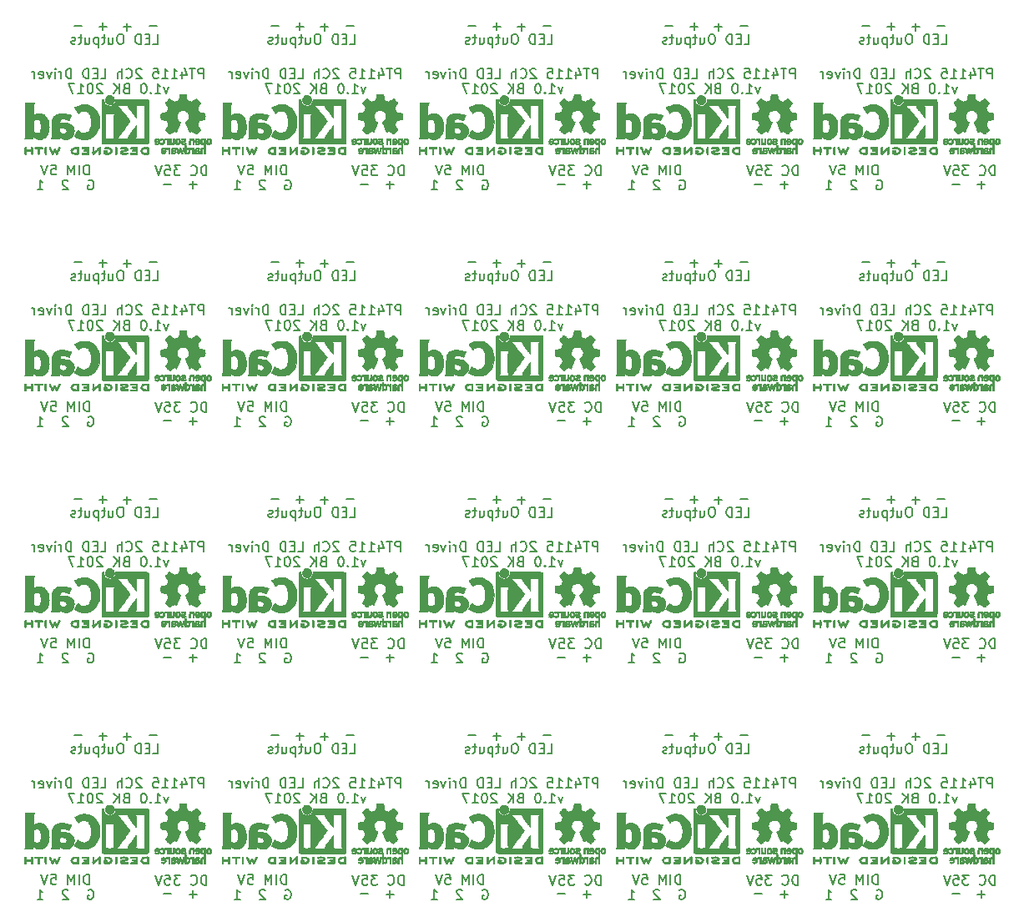
<source format=gbo>
G04 #@! TF.FileFunction,Legend,Bot*
%FSLAX46Y46*%
G04 Gerber Fmt 4.6, Leading zero omitted, Abs format (unit mm)*
G04 Created by KiCad (PCBNEW 4.0.2-stable) date 9/5/2017 3:04:55 PM*
%MOMM*%
G01*
G04 APERTURE LIST*
%ADD10C,0.100000*%
%ADD11C,0.150000*%
%ADD12C,0.010000*%
G04 APERTURE END LIST*
D10*
D11*
X148688358Y-131024381D02*
X148688358Y-130024381D01*
X148307405Y-130024381D01*
X148212167Y-130072000D01*
X148164548Y-130119619D01*
X148116929Y-130214857D01*
X148116929Y-130357714D01*
X148164548Y-130452952D01*
X148212167Y-130500571D01*
X148307405Y-130548190D01*
X148688358Y-130548190D01*
X147831215Y-130024381D02*
X147259786Y-130024381D01*
X147545501Y-131024381D02*
X147545501Y-130024381D01*
X146497881Y-130357714D02*
X146497881Y-131024381D01*
X146735977Y-129976762D02*
X146974072Y-130691048D01*
X146355024Y-130691048D01*
X145450262Y-131024381D02*
X146021691Y-131024381D01*
X145735977Y-131024381D02*
X145735977Y-130024381D01*
X145831215Y-130167238D01*
X145926453Y-130262476D01*
X146021691Y-130310095D01*
X144497881Y-131024381D02*
X145069310Y-131024381D01*
X144783596Y-131024381D02*
X144783596Y-130024381D01*
X144878834Y-130167238D01*
X144974072Y-130262476D01*
X145069310Y-130310095D01*
X143593119Y-130024381D02*
X144069310Y-130024381D01*
X144116929Y-130500571D01*
X144069310Y-130452952D01*
X143974072Y-130405333D01*
X143735976Y-130405333D01*
X143640738Y-130452952D01*
X143593119Y-130500571D01*
X143545500Y-130595810D01*
X143545500Y-130833905D01*
X143593119Y-130929143D01*
X143640738Y-130976762D01*
X143735976Y-131024381D01*
X143974072Y-131024381D01*
X144069310Y-130976762D01*
X144116929Y-130929143D01*
X142402643Y-130119619D02*
X142355024Y-130072000D01*
X142259786Y-130024381D01*
X142021690Y-130024381D01*
X141926452Y-130072000D01*
X141878833Y-130119619D01*
X141831214Y-130214857D01*
X141831214Y-130310095D01*
X141878833Y-130452952D01*
X142450262Y-131024381D01*
X141831214Y-131024381D01*
X140831214Y-130929143D02*
X140878833Y-130976762D01*
X141021690Y-131024381D01*
X141116928Y-131024381D01*
X141259786Y-130976762D01*
X141355024Y-130881524D01*
X141402643Y-130786286D01*
X141450262Y-130595810D01*
X141450262Y-130452952D01*
X141402643Y-130262476D01*
X141355024Y-130167238D01*
X141259786Y-130072000D01*
X141116928Y-130024381D01*
X141021690Y-130024381D01*
X140878833Y-130072000D01*
X140831214Y-130119619D01*
X140402643Y-131024381D02*
X140402643Y-130024381D01*
X139974071Y-131024381D02*
X139974071Y-130500571D01*
X140021690Y-130405333D01*
X140116928Y-130357714D01*
X140259786Y-130357714D01*
X140355024Y-130405333D01*
X140402643Y-130452952D01*
X138259785Y-131024381D02*
X138735976Y-131024381D01*
X138735976Y-130024381D01*
X137926452Y-130500571D02*
X137593118Y-130500571D01*
X137450261Y-131024381D02*
X137926452Y-131024381D01*
X137926452Y-130024381D01*
X137450261Y-130024381D01*
X137021690Y-131024381D02*
X137021690Y-130024381D01*
X136783595Y-130024381D01*
X136640737Y-130072000D01*
X136545499Y-130167238D01*
X136497880Y-130262476D01*
X136450261Y-130452952D01*
X136450261Y-130595810D01*
X136497880Y-130786286D01*
X136545499Y-130881524D01*
X136640737Y-130976762D01*
X136783595Y-131024381D01*
X137021690Y-131024381D01*
X135259785Y-131024381D02*
X135259785Y-130024381D01*
X135021690Y-130024381D01*
X134878832Y-130072000D01*
X134783594Y-130167238D01*
X134735975Y-130262476D01*
X134688356Y-130452952D01*
X134688356Y-130595810D01*
X134735975Y-130786286D01*
X134783594Y-130881524D01*
X134878832Y-130976762D01*
X135021690Y-131024381D01*
X135259785Y-131024381D01*
X134259785Y-131024381D02*
X134259785Y-130357714D01*
X134259785Y-130548190D02*
X134212166Y-130452952D01*
X134164547Y-130405333D01*
X134069309Y-130357714D01*
X133974070Y-130357714D01*
X133640737Y-131024381D02*
X133640737Y-130357714D01*
X133640737Y-130024381D02*
X133688356Y-130072000D01*
X133640737Y-130119619D01*
X133593118Y-130072000D01*
X133640737Y-130024381D01*
X133640737Y-130119619D01*
X133259785Y-130357714D02*
X133021690Y-131024381D01*
X132783594Y-130357714D01*
X132021689Y-130976762D02*
X132116927Y-131024381D01*
X132307404Y-131024381D01*
X132402642Y-130976762D01*
X132450261Y-130881524D01*
X132450261Y-130500571D01*
X132402642Y-130405333D01*
X132307404Y-130357714D01*
X132116927Y-130357714D01*
X132021689Y-130405333D01*
X131974070Y-130500571D01*
X131974070Y-130595810D01*
X132450261Y-130691048D01*
X131545499Y-131024381D02*
X131545499Y-130357714D01*
X131545499Y-130548190D02*
X131497880Y-130452952D01*
X131450261Y-130405333D01*
X131355023Y-130357714D01*
X131259784Y-130357714D01*
X145140738Y-131907714D02*
X144902643Y-132574381D01*
X144664547Y-131907714D01*
X143759785Y-132574381D02*
X144331214Y-132574381D01*
X144045500Y-132574381D02*
X144045500Y-131574381D01*
X144140738Y-131717238D01*
X144235976Y-131812476D01*
X144331214Y-131860095D01*
X143331214Y-132479143D02*
X143283595Y-132526762D01*
X143331214Y-132574381D01*
X143378833Y-132526762D01*
X143331214Y-132479143D01*
X143331214Y-132574381D01*
X142664548Y-131574381D02*
X142569309Y-131574381D01*
X142474071Y-131622000D01*
X142426452Y-131669619D01*
X142378833Y-131764857D01*
X142331214Y-131955333D01*
X142331214Y-132193429D01*
X142378833Y-132383905D01*
X142426452Y-132479143D01*
X142474071Y-132526762D01*
X142569309Y-132574381D01*
X142664548Y-132574381D01*
X142759786Y-132526762D01*
X142807405Y-132479143D01*
X142855024Y-132383905D01*
X142902643Y-132193429D01*
X142902643Y-131955333D01*
X142855024Y-131764857D01*
X142807405Y-131669619D01*
X142759786Y-131622000D01*
X142664548Y-131574381D01*
X140807404Y-132050571D02*
X140664547Y-132098190D01*
X140616928Y-132145810D01*
X140569309Y-132241048D01*
X140569309Y-132383905D01*
X140616928Y-132479143D01*
X140664547Y-132526762D01*
X140759785Y-132574381D01*
X141140738Y-132574381D01*
X141140738Y-131574381D01*
X140807404Y-131574381D01*
X140712166Y-131622000D01*
X140664547Y-131669619D01*
X140616928Y-131764857D01*
X140616928Y-131860095D01*
X140664547Y-131955333D01*
X140712166Y-132002952D01*
X140807404Y-132050571D01*
X141140738Y-132050571D01*
X140140738Y-132574381D02*
X140140738Y-131574381D01*
X139569309Y-132574381D02*
X139997881Y-132002952D01*
X139569309Y-131574381D02*
X140140738Y-132145810D01*
X138426452Y-131669619D02*
X138378833Y-131622000D01*
X138283595Y-131574381D01*
X138045499Y-131574381D01*
X137950261Y-131622000D01*
X137902642Y-131669619D01*
X137855023Y-131764857D01*
X137855023Y-131860095D01*
X137902642Y-132002952D01*
X138474071Y-132574381D01*
X137855023Y-132574381D01*
X137235976Y-131574381D02*
X137140737Y-131574381D01*
X137045499Y-131622000D01*
X136997880Y-131669619D01*
X136950261Y-131764857D01*
X136902642Y-131955333D01*
X136902642Y-132193429D01*
X136950261Y-132383905D01*
X136997880Y-132479143D01*
X137045499Y-132526762D01*
X137140737Y-132574381D01*
X137235976Y-132574381D01*
X137331214Y-132526762D01*
X137378833Y-132479143D01*
X137426452Y-132383905D01*
X137474071Y-132193429D01*
X137474071Y-131955333D01*
X137426452Y-131764857D01*
X137378833Y-131669619D01*
X137331214Y-131622000D01*
X137235976Y-131574381D01*
X135950261Y-132574381D02*
X136521690Y-132574381D01*
X136235976Y-132574381D02*
X136235976Y-131574381D01*
X136331214Y-131717238D01*
X136426452Y-131812476D01*
X136521690Y-131860095D01*
X135616928Y-131574381D02*
X134950261Y-131574381D01*
X135378833Y-132574381D01*
X128688358Y-131024381D02*
X128688358Y-130024381D01*
X128307405Y-130024381D01*
X128212167Y-130072000D01*
X128164548Y-130119619D01*
X128116929Y-130214857D01*
X128116929Y-130357714D01*
X128164548Y-130452952D01*
X128212167Y-130500571D01*
X128307405Y-130548190D01*
X128688358Y-130548190D01*
X127831215Y-130024381D02*
X127259786Y-130024381D01*
X127545501Y-131024381D02*
X127545501Y-130024381D01*
X126497881Y-130357714D02*
X126497881Y-131024381D01*
X126735977Y-129976762D02*
X126974072Y-130691048D01*
X126355024Y-130691048D01*
X125450262Y-131024381D02*
X126021691Y-131024381D01*
X125735977Y-131024381D02*
X125735977Y-130024381D01*
X125831215Y-130167238D01*
X125926453Y-130262476D01*
X126021691Y-130310095D01*
X124497881Y-131024381D02*
X125069310Y-131024381D01*
X124783596Y-131024381D02*
X124783596Y-130024381D01*
X124878834Y-130167238D01*
X124974072Y-130262476D01*
X125069310Y-130310095D01*
X123593119Y-130024381D02*
X124069310Y-130024381D01*
X124116929Y-130500571D01*
X124069310Y-130452952D01*
X123974072Y-130405333D01*
X123735976Y-130405333D01*
X123640738Y-130452952D01*
X123593119Y-130500571D01*
X123545500Y-130595810D01*
X123545500Y-130833905D01*
X123593119Y-130929143D01*
X123640738Y-130976762D01*
X123735976Y-131024381D01*
X123974072Y-131024381D01*
X124069310Y-130976762D01*
X124116929Y-130929143D01*
X122402643Y-130119619D02*
X122355024Y-130072000D01*
X122259786Y-130024381D01*
X122021690Y-130024381D01*
X121926452Y-130072000D01*
X121878833Y-130119619D01*
X121831214Y-130214857D01*
X121831214Y-130310095D01*
X121878833Y-130452952D01*
X122450262Y-131024381D01*
X121831214Y-131024381D01*
X120831214Y-130929143D02*
X120878833Y-130976762D01*
X121021690Y-131024381D01*
X121116928Y-131024381D01*
X121259786Y-130976762D01*
X121355024Y-130881524D01*
X121402643Y-130786286D01*
X121450262Y-130595810D01*
X121450262Y-130452952D01*
X121402643Y-130262476D01*
X121355024Y-130167238D01*
X121259786Y-130072000D01*
X121116928Y-130024381D01*
X121021690Y-130024381D01*
X120878833Y-130072000D01*
X120831214Y-130119619D01*
X120402643Y-131024381D02*
X120402643Y-130024381D01*
X119974071Y-131024381D02*
X119974071Y-130500571D01*
X120021690Y-130405333D01*
X120116928Y-130357714D01*
X120259786Y-130357714D01*
X120355024Y-130405333D01*
X120402643Y-130452952D01*
X118259785Y-131024381D02*
X118735976Y-131024381D01*
X118735976Y-130024381D01*
X117926452Y-130500571D02*
X117593118Y-130500571D01*
X117450261Y-131024381D02*
X117926452Y-131024381D01*
X117926452Y-130024381D01*
X117450261Y-130024381D01*
X117021690Y-131024381D02*
X117021690Y-130024381D01*
X116783595Y-130024381D01*
X116640737Y-130072000D01*
X116545499Y-130167238D01*
X116497880Y-130262476D01*
X116450261Y-130452952D01*
X116450261Y-130595810D01*
X116497880Y-130786286D01*
X116545499Y-130881524D01*
X116640737Y-130976762D01*
X116783595Y-131024381D01*
X117021690Y-131024381D01*
X115259785Y-131024381D02*
X115259785Y-130024381D01*
X115021690Y-130024381D01*
X114878832Y-130072000D01*
X114783594Y-130167238D01*
X114735975Y-130262476D01*
X114688356Y-130452952D01*
X114688356Y-130595810D01*
X114735975Y-130786286D01*
X114783594Y-130881524D01*
X114878832Y-130976762D01*
X115021690Y-131024381D01*
X115259785Y-131024381D01*
X114259785Y-131024381D02*
X114259785Y-130357714D01*
X114259785Y-130548190D02*
X114212166Y-130452952D01*
X114164547Y-130405333D01*
X114069309Y-130357714D01*
X113974070Y-130357714D01*
X113640737Y-131024381D02*
X113640737Y-130357714D01*
X113640737Y-130024381D02*
X113688356Y-130072000D01*
X113640737Y-130119619D01*
X113593118Y-130072000D01*
X113640737Y-130024381D01*
X113640737Y-130119619D01*
X113259785Y-130357714D02*
X113021690Y-131024381D01*
X112783594Y-130357714D01*
X112021689Y-130976762D02*
X112116927Y-131024381D01*
X112307404Y-131024381D01*
X112402642Y-130976762D01*
X112450261Y-130881524D01*
X112450261Y-130500571D01*
X112402642Y-130405333D01*
X112307404Y-130357714D01*
X112116927Y-130357714D01*
X112021689Y-130405333D01*
X111974070Y-130500571D01*
X111974070Y-130595810D01*
X112450261Y-130691048D01*
X111545499Y-131024381D02*
X111545499Y-130357714D01*
X111545499Y-130548190D02*
X111497880Y-130452952D01*
X111450261Y-130405333D01*
X111355023Y-130357714D01*
X111259784Y-130357714D01*
X125140738Y-131907714D02*
X124902643Y-132574381D01*
X124664547Y-131907714D01*
X123759785Y-132574381D02*
X124331214Y-132574381D01*
X124045500Y-132574381D02*
X124045500Y-131574381D01*
X124140738Y-131717238D01*
X124235976Y-131812476D01*
X124331214Y-131860095D01*
X123331214Y-132479143D02*
X123283595Y-132526762D01*
X123331214Y-132574381D01*
X123378833Y-132526762D01*
X123331214Y-132479143D01*
X123331214Y-132574381D01*
X122664548Y-131574381D02*
X122569309Y-131574381D01*
X122474071Y-131622000D01*
X122426452Y-131669619D01*
X122378833Y-131764857D01*
X122331214Y-131955333D01*
X122331214Y-132193429D01*
X122378833Y-132383905D01*
X122426452Y-132479143D01*
X122474071Y-132526762D01*
X122569309Y-132574381D01*
X122664548Y-132574381D01*
X122759786Y-132526762D01*
X122807405Y-132479143D01*
X122855024Y-132383905D01*
X122902643Y-132193429D01*
X122902643Y-131955333D01*
X122855024Y-131764857D01*
X122807405Y-131669619D01*
X122759786Y-131622000D01*
X122664548Y-131574381D01*
X120807404Y-132050571D02*
X120664547Y-132098190D01*
X120616928Y-132145810D01*
X120569309Y-132241048D01*
X120569309Y-132383905D01*
X120616928Y-132479143D01*
X120664547Y-132526762D01*
X120759785Y-132574381D01*
X121140738Y-132574381D01*
X121140738Y-131574381D01*
X120807404Y-131574381D01*
X120712166Y-131622000D01*
X120664547Y-131669619D01*
X120616928Y-131764857D01*
X120616928Y-131860095D01*
X120664547Y-131955333D01*
X120712166Y-132002952D01*
X120807404Y-132050571D01*
X121140738Y-132050571D01*
X120140738Y-132574381D02*
X120140738Y-131574381D01*
X119569309Y-132574381D02*
X119997881Y-132002952D01*
X119569309Y-131574381D02*
X120140738Y-132145810D01*
X118426452Y-131669619D02*
X118378833Y-131622000D01*
X118283595Y-131574381D01*
X118045499Y-131574381D01*
X117950261Y-131622000D01*
X117902642Y-131669619D01*
X117855023Y-131764857D01*
X117855023Y-131860095D01*
X117902642Y-132002952D01*
X118474071Y-132574381D01*
X117855023Y-132574381D01*
X117235976Y-131574381D02*
X117140737Y-131574381D01*
X117045499Y-131622000D01*
X116997880Y-131669619D01*
X116950261Y-131764857D01*
X116902642Y-131955333D01*
X116902642Y-132193429D01*
X116950261Y-132383905D01*
X116997880Y-132479143D01*
X117045499Y-132526762D01*
X117140737Y-132574381D01*
X117235976Y-132574381D01*
X117331214Y-132526762D01*
X117378833Y-132479143D01*
X117426452Y-132383905D01*
X117474071Y-132193429D01*
X117474071Y-131955333D01*
X117426452Y-131764857D01*
X117378833Y-131669619D01*
X117331214Y-131622000D01*
X117235976Y-131574381D01*
X115950261Y-132574381D02*
X116521690Y-132574381D01*
X116235976Y-132574381D02*
X116235976Y-131574381D01*
X116331214Y-131717238D01*
X116426452Y-131812476D01*
X116521690Y-131860095D01*
X115616928Y-131574381D02*
X114950261Y-131574381D01*
X115378833Y-132574381D01*
X108688358Y-131024381D02*
X108688358Y-130024381D01*
X108307405Y-130024381D01*
X108212167Y-130072000D01*
X108164548Y-130119619D01*
X108116929Y-130214857D01*
X108116929Y-130357714D01*
X108164548Y-130452952D01*
X108212167Y-130500571D01*
X108307405Y-130548190D01*
X108688358Y-130548190D01*
X107831215Y-130024381D02*
X107259786Y-130024381D01*
X107545501Y-131024381D02*
X107545501Y-130024381D01*
X106497881Y-130357714D02*
X106497881Y-131024381D01*
X106735977Y-129976762D02*
X106974072Y-130691048D01*
X106355024Y-130691048D01*
X105450262Y-131024381D02*
X106021691Y-131024381D01*
X105735977Y-131024381D02*
X105735977Y-130024381D01*
X105831215Y-130167238D01*
X105926453Y-130262476D01*
X106021691Y-130310095D01*
X104497881Y-131024381D02*
X105069310Y-131024381D01*
X104783596Y-131024381D02*
X104783596Y-130024381D01*
X104878834Y-130167238D01*
X104974072Y-130262476D01*
X105069310Y-130310095D01*
X103593119Y-130024381D02*
X104069310Y-130024381D01*
X104116929Y-130500571D01*
X104069310Y-130452952D01*
X103974072Y-130405333D01*
X103735976Y-130405333D01*
X103640738Y-130452952D01*
X103593119Y-130500571D01*
X103545500Y-130595810D01*
X103545500Y-130833905D01*
X103593119Y-130929143D01*
X103640738Y-130976762D01*
X103735976Y-131024381D01*
X103974072Y-131024381D01*
X104069310Y-130976762D01*
X104116929Y-130929143D01*
X102402643Y-130119619D02*
X102355024Y-130072000D01*
X102259786Y-130024381D01*
X102021690Y-130024381D01*
X101926452Y-130072000D01*
X101878833Y-130119619D01*
X101831214Y-130214857D01*
X101831214Y-130310095D01*
X101878833Y-130452952D01*
X102450262Y-131024381D01*
X101831214Y-131024381D01*
X100831214Y-130929143D02*
X100878833Y-130976762D01*
X101021690Y-131024381D01*
X101116928Y-131024381D01*
X101259786Y-130976762D01*
X101355024Y-130881524D01*
X101402643Y-130786286D01*
X101450262Y-130595810D01*
X101450262Y-130452952D01*
X101402643Y-130262476D01*
X101355024Y-130167238D01*
X101259786Y-130072000D01*
X101116928Y-130024381D01*
X101021690Y-130024381D01*
X100878833Y-130072000D01*
X100831214Y-130119619D01*
X100402643Y-131024381D02*
X100402643Y-130024381D01*
X99974071Y-131024381D02*
X99974071Y-130500571D01*
X100021690Y-130405333D01*
X100116928Y-130357714D01*
X100259786Y-130357714D01*
X100355024Y-130405333D01*
X100402643Y-130452952D01*
X98259785Y-131024381D02*
X98735976Y-131024381D01*
X98735976Y-130024381D01*
X97926452Y-130500571D02*
X97593118Y-130500571D01*
X97450261Y-131024381D02*
X97926452Y-131024381D01*
X97926452Y-130024381D01*
X97450261Y-130024381D01*
X97021690Y-131024381D02*
X97021690Y-130024381D01*
X96783595Y-130024381D01*
X96640737Y-130072000D01*
X96545499Y-130167238D01*
X96497880Y-130262476D01*
X96450261Y-130452952D01*
X96450261Y-130595810D01*
X96497880Y-130786286D01*
X96545499Y-130881524D01*
X96640737Y-130976762D01*
X96783595Y-131024381D01*
X97021690Y-131024381D01*
X95259785Y-131024381D02*
X95259785Y-130024381D01*
X95021690Y-130024381D01*
X94878832Y-130072000D01*
X94783594Y-130167238D01*
X94735975Y-130262476D01*
X94688356Y-130452952D01*
X94688356Y-130595810D01*
X94735975Y-130786286D01*
X94783594Y-130881524D01*
X94878832Y-130976762D01*
X95021690Y-131024381D01*
X95259785Y-131024381D01*
X94259785Y-131024381D02*
X94259785Y-130357714D01*
X94259785Y-130548190D02*
X94212166Y-130452952D01*
X94164547Y-130405333D01*
X94069309Y-130357714D01*
X93974070Y-130357714D01*
X93640737Y-131024381D02*
X93640737Y-130357714D01*
X93640737Y-130024381D02*
X93688356Y-130072000D01*
X93640737Y-130119619D01*
X93593118Y-130072000D01*
X93640737Y-130024381D01*
X93640737Y-130119619D01*
X93259785Y-130357714D02*
X93021690Y-131024381D01*
X92783594Y-130357714D01*
X92021689Y-130976762D02*
X92116927Y-131024381D01*
X92307404Y-131024381D01*
X92402642Y-130976762D01*
X92450261Y-130881524D01*
X92450261Y-130500571D01*
X92402642Y-130405333D01*
X92307404Y-130357714D01*
X92116927Y-130357714D01*
X92021689Y-130405333D01*
X91974070Y-130500571D01*
X91974070Y-130595810D01*
X92450261Y-130691048D01*
X91545499Y-131024381D02*
X91545499Y-130357714D01*
X91545499Y-130548190D02*
X91497880Y-130452952D01*
X91450261Y-130405333D01*
X91355023Y-130357714D01*
X91259784Y-130357714D01*
X105140738Y-131907714D02*
X104902643Y-132574381D01*
X104664547Y-131907714D01*
X103759785Y-132574381D02*
X104331214Y-132574381D01*
X104045500Y-132574381D02*
X104045500Y-131574381D01*
X104140738Y-131717238D01*
X104235976Y-131812476D01*
X104331214Y-131860095D01*
X103331214Y-132479143D02*
X103283595Y-132526762D01*
X103331214Y-132574381D01*
X103378833Y-132526762D01*
X103331214Y-132479143D01*
X103331214Y-132574381D01*
X102664548Y-131574381D02*
X102569309Y-131574381D01*
X102474071Y-131622000D01*
X102426452Y-131669619D01*
X102378833Y-131764857D01*
X102331214Y-131955333D01*
X102331214Y-132193429D01*
X102378833Y-132383905D01*
X102426452Y-132479143D01*
X102474071Y-132526762D01*
X102569309Y-132574381D01*
X102664548Y-132574381D01*
X102759786Y-132526762D01*
X102807405Y-132479143D01*
X102855024Y-132383905D01*
X102902643Y-132193429D01*
X102902643Y-131955333D01*
X102855024Y-131764857D01*
X102807405Y-131669619D01*
X102759786Y-131622000D01*
X102664548Y-131574381D01*
X100807404Y-132050571D02*
X100664547Y-132098190D01*
X100616928Y-132145810D01*
X100569309Y-132241048D01*
X100569309Y-132383905D01*
X100616928Y-132479143D01*
X100664547Y-132526762D01*
X100759785Y-132574381D01*
X101140738Y-132574381D01*
X101140738Y-131574381D01*
X100807404Y-131574381D01*
X100712166Y-131622000D01*
X100664547Y-131669619D01*
X100616928Y-131764857D01*
X100616928Y-131860095D01*
X100664547Y-131955333D01*
X100712166Y-132002952D01*
X100807404Y-132050571D01*
X101140738Y-132050571D01*
X100140738Y-132574381D02*
X100140738Y-131574381D01*
X99569309Y-132574381D02*
X99997881Y-132002952D01*
X99569309Y-131574381D02*
X100140738Y-132145810D01*
X98426452Y-131669619D02*
X98378833Y-131622000D01*
X98283595Y-131574381D01*
X98045499Y-131574381D01*
X97950261Y-131622000D01*
X97902642Y-131669619D01*
X97855023Y-131764857D01*
X97855023Y-131860095D01*
X97902642Y-132002952D01*
X98474071Y-132574381D01*
X97855023Y-132574381D01*
X97235976Y-131574381D02*
X97140737Y-131574381D01*
X97045499Y-131622000D01*
X96997880Y-131669619D01*
X96950261Y-131764857D01*
X96902642Y-131955333D01*
X96902642Y-132193429D01*
X96950261Y-132383905D01*
X96997880Y-132479143D01*
X97045499Y-132526762D01*
X97140737Y-132574381D01*
X97235976Y-132574381D01*
X97331214Y-132526762D01*
X97378833Y-132479143D01*
X97426452Y-132383905D01*
X97474071Y-132193429D01*
X97474071Y-131955333D01*
X97426452Y-131764857D01*
X97378833Y-131669619D01*
X97331214Y-131622000D01*
X97235976Y-131574381D01*
X95950261Y-132574381D02*
X96521690Y-132574381D01*
X96235976Y-132574381D02*
X96235976Y-131574381D01*
X96331214Y-131717238D01*
X96426452Y-131812476D01*
X96521690Y-131860095D01*
X95616928Y-131574381D02*
X94950261Y-131574381D01*
X95378833Y-132574381D01*
X88688358Y-131024381D02*
X88688358Y-130024381D01*
X88307405Y-130024381D01*
X88212167Y-130072000D01*
X88164548Y-130119619D01*
X88116929Y-130214857D01*
X88116929Y-130357714D01*
X88164548Y-130452952D01*
X88212167Y-130500571D01*
X88307405Y-130548190D01*
X88688358Y-130548190D01*
X87831215Y-130024381D02*
X87259786Y-130024381D01*
X87545501Y-131024381D02*
X87545501Y-130024381D01*
X86497881Y-130357714D02*
X86497881Y-131024381D01*
X86735977Y-129976762D02*
X86974072Y-130691048D01*
X86355024Y-130691048D01*
X85450262Y-131024381D02*
X86021691Y-131024381D01*
X85735977Y-131024381D02*
X85735977Y-130024381D01*
X85831215Y-130167238D01*
X85926453Y-130262476D01*
X86021691Y-130310095D01*
X84497881Y-131024381D02*
X85069310Y-131024381D01*
X84783596Y-131024381D02*
X84783596Y-130024381D01*
X84878834Y-130167238D01*
X84974072Y-130262476D01*
X85069310Y-130310095D01*
X83593119Y-130024381D02*
X84069310Y-130024381D01*
X84116929Y-130500571D01*
X84069310Y-130452952D01*
X83974072Y-130405333D01*
X83735976Y-130405333D01*
X83640738Y-130452952D01*
X83593119Y-130500571D01*
X83545500Y-130595810D01*
X83545500Y-130833905D01*
X83593119Y-130929143D01*
X83640738Y-130976762D01*
X83735976Y-131024381D01*
X83974072Y-131024381D01*
X84069310Y-130976762D01*
X84116929Y-130929143D01*
X82402643Y-130119619D02*
X82355024Y-130072000D01*
X82259786Y-130024381D01*
X82021690Y-130024381D01*
X81926452Y-130072000D01*
X81878833Y-130119619D01*
X81831214Y-130214857D01*
X81831214Y-130310095D01*
X81878833Y-130452952D01*
X82450262Y-131024381D01*
X81831214Y-131024381D01*
X80831214Y-130929143D02*
X80878833Y-130976762D01*
X81021690Y-131024381D01*
X81116928Y-131024381D01*
X81259786Y-130976762D01*
X81355024Y-130881524D01*
X81402643Y-130786286D01*
X81450262Y-130595810D01*
X81450262Y-130452952D01*
X81402643Y-130262476D01*
X81355024Y-130167238D01*
X81259786Y-130072000D01*
X81116928Y-130024381D01*
X81021690Y-130024381D01*
X80878833Y-130072000D01*
X80831214Y-130119619D01*
X80402643Y-131024381D02*
X80402643Y-130024381D01*
X79974071Y-131024381D02*
X79974071Y-130500571D01*
X80021690Y-130405333D01*
X80116928Y-130357714D01*
X80259786Y-130357714D01*
X80355024Y-130405333D01*
X80402643Y-130452952D01*
X78259785Y-131024381D02*
X78735976Y-131024381D01*
X78735976Y-130024381D01*
X77926452Y-130500571D02*
X77593118Y-130500571D01*
X77450261Y-131024381D02*
X77926452Y-131024381D01*
X77926452Y-130024381D01*
X77450261Y-130024381D01*
X77021690Y-131024381D02*
X77021690Y-130024381D01*
X76783595Y-130024381D01*
X76640737Y-130072000D01*
X76545499Y-130167238D01*
X76497880Y-130262476D01*
X76450261Y-130452952D01*
X76450261Y-130595810D01*
X76497880Y-130786286D01*
X76545499Y-130881524D01*
X76640737Y-130976762D01*
X76783595Y-131024381D01*
X77021690Y-131024381D01*
X75259785Y-131024381D02*
X75259785Y-130024381D01*
X75021690Y-130024381D01*
X74878832Y-130072000D01*
X74783594Y-130167238D01*
X74735975Y-130262476D01*
X74688356Y-130452952D01*
X74688356Y-130595810D01*
X74735975Y-130786286D01*
X74783594Y-130881524D01*
X74878832Y-130976762D01*
X75021690Y-131024381D01*
X75259785Y-131024381D01*
X74259785Y-131024381D02*
X74259785Y-130357714D01*
X74259785Y-130548190D02*
X74212166Y-130452952D01*
X74164547Y-130405333D01*
X74069309Y-130357714D01*
X73974070Y-130357714D01*
X73640737Y-131024381D02*
X73640737Y-130357714D01*
X73640737Y-130024381D02*
X73688356Y-130072000D01*
X73640737Y-130119619D01*
X73593118Y-130072000D01*
X73640737Y-130024381D01*
X73640737Y-130119619D01*
X73259785Y-130357714D02*
X73021690Y-131024381D01*
X72783594Y-130357714D01*
X72021689Y-130976762D02*
X72116927Y-131024381D01*
X72307404Y-131024381D01*
X72402642Y-130976762D01*
X72450261Y-130881524D01*
X72450261Y-130500571D01*
X72402642Y-130405333D01*
X72307404Y-130357714D01*
X72116927Y-130357714D01*
X72021689Y-130405333D01*
X71974070Y-130500571D01*
X71974070Y-130595810D01*
X72450261Y-130691048D01*
X71545499Y-131024381D02*
X71545499Y-130357714D01*
X71545499Y-130548190D02*
X71497880Y-130452952D01*
X71450261Y-130405333D01*
X71355023Y-130357714D01*
X71259784Y-130357714D01*
X85140738Y-131907714D02*
X84902643Y-132574381D01*
X84664547Y-131907714D01*
X83759785Y-132574381D02*
X84331214Y-132574381D01*
X84045500Y-132574381D02*
X84045500Y-131574381D01*
X84140738Y-131717238D01*
X84235976Y-131812476D01*
X84331214Y-131860095D01*
X83331214Y-132479143D02*
X83283595Y-132526762D01*
X83331214Y-132574381D01*
X83378833Y-132526762D01*
X83331214Y-132479143D01*
X83331214Y-132574381D01*
X82664548Y-131574381D02*
X82569309Y-131574381D01*
X82474071Y-131622000D01*
X82426452Y-131669619D01*
X82378833Y-131764857D01*
X82331214Y-131955333D01*
X82331214Y-132193429D01*
X82378833Y-132383905D01*
X82426452Y-132479143D01*
X82474071Y-132526762D01*
X82569309Y-132574381D01*
X82664548Y-132574381D01*
X82759786Y-132526762D01*
X82807405Y-132479143D01*
X82855024Y-132383905D01*
X82902643Y-132193429D01*
X82902643Y-131955333D01*
X82855024Y-131764857D01*
X82807405Y-131669619D01*
X82759786Y-131622000D01*
X82664548Y-131574381D01*
X80807404Y-132050571D02*
X80664547Y-132098190D01*
X80616928Y-132145810D01*
X80569309Y-132241048D01*
X80569309Y-132383905D01*
X80616928Y-132479143D01*
X80664547Y-132526762D01*
X80759785Y-132574381D01*
X81140738Y-132574381D01*
X81140738Y-131574381D01*
X80807404Y-131574381D01*
X80712166Y-131622000D01*
X80664547Y-131669619D01*
X80616928Y-131764857D01*
X80616928Y-131860095D01*
X80664547Y-131955333D01*
X80712166Y-132002952D01*
X80807404Y-132050571D01*
X81140738Y-132050571D01*
X80140738Y-132574381D02*
X80140738Y-131574381D01*
X79569309Y-132574381D02*
X79997881Y-132002952D01*
X79569309Y-131574381D02*
X80140738Y-132145810D01*
X78426452Y-131669619D02*
X78378833Y-131622000D01*
X78283595Y-131574381D01*
X78045499Y-131574381D01*
X77950261Y-131622000D01*
X77902642Y-131669619D01*
X77855023Y-131764857D01*
X77855023Y-131860095D01*
X77902642Y-132002952D01*
X78474071Y-132574381D01*
X77855023Y-132574381D01*
X77235976Y-131574381D02*
X77140737Y-131574381D01*
X77045499Y-131622000D01*
X76997880Y-131669619D01*
X76950261Y-131764857D01*
X76902642Y-131955333D01*
X76902642Y-132193429D01*
X76950261Y-132383905D01*
X76997880Y-132479143D01*
X77045499Y-132526762D01*
X77140737Y-132574381D01*
X77235976Y-132574381D01*
X77331214Y-132526762D01*
X77378833Y-132479143D01*
X77426452Y-132383905D01*
X77474071Y-132193429D01*
X77474071Y-131955333D01*
X77426452Y-131764857D01*
X77378833Y-131669619D01*
X77331214Y-131622000D01*
X77235976Y-131574381D01*
X75950261Y-132574381D02*
X76521690Y-132574381D01*
X76235976Y-132574381D02*
X76235976Y-131574381D01*
X76331214Y-131717238D01*
X76426452Y-131812476D01*
X76521690Y-131860095D01*
X75616928Y-131574381D02*
X74950261Y-131574381D01*
X75378833Y-132574381D01*
X68688358Y-131024381D02*
X68688358Y-130024381D01*
X68307405Y-130024381D01*
X68212167Y-130072000D01*
X68164548Y-130119619D01*
X68116929Y-130214857D01*
X68116929Y-130357714D01*
X68164548Y-130452952D01*
X68212167Y-130500571D01*
X68307405Y-130548190D01*
X68688358Y-130548190D01*
X67831215Y-130024381D02*
X67259786Y-130024381D01*
X67545501Y-131024381D02*
X67545501Y-130024381D01*
X66497881Y-130357714D02*
X66497881Y-131024381D01*
X66735977Y-129976762D02*
X66974072Y-130691048D01*
X66355024Y-130691048D01*
X65450262Y-131024381D02*
X66021691Y-131024381D01*
X65735977Y-131024381D02*
X65735977Y-130024381D01*
X65831215Y-130167238D01*
X65926453Y-130262476D01*
X66021691Y-130310095D01*
X64497881Y-131024381D02*
X65069310Y-131024381D01*
X64783596Y-131024381D02*
X64783596Y-130024381D01*
X64878834Y-130167238D01*
X64974072Y-130262476D01*
X65069310Y-130310095D01*
X63593119Y-130024381D02*
X64069310Y-130024381D01*
X64116929Y-130500571D01*
X64069310Y-130452952D01*
X63974072Y-130405333D01*
X63735976Y-130405333D01*
X63640738Y-130452952D01*
X63593119Y-130500571D01*
X63545500Y-130595810D01*
X63545500Y-130833905D01*
X63593119Y-130929143D01*
X63640738Y-130976762D01*
X63735976Y-131024381D01*
X63974072Y-131024381D01*
X64069310Y-130976762D01*
X64116929Y-130929143D01*
X62402643Y-130119619D02*
X62355024Y-130072000D01*
X62259786Y-130024381D01*
X62021690Y-130024381D01*
X61926452Y-130072000D01*
X61878833Y-130119619D01*
X61831214Y-130214857D01*
X61831214Y-130310095D01*
X61878833Y-130452952D01*
X62450262Y-131024381D01*
X61831214Y-131024381D01*
X60831214Y-130929143D02*
X60878833Y-130976762D01*
X61021690Y-131024381D01*
X61116928Y-131024381D01*
X61259786Y-130976762D01*
X61355024Y-130881524D01*
X61402643Y-130786286D01*
X61450262Y-130595810D01*
X61450262Y-130452952D01*
X61402643Y-130262476D01*
X61355024Y-130167238D01*
X61259786Y-130072000D01*
X61116928Y-130024381D01*
X61021690Y-130024381D01*
X60878833Y-130072000D01*
X60831214Y-130119619D01*
X60402643Y-131024381D02*
X60402643Y-130024381D01*
X59974071Y-131024381D02*
X59974071Y-130500571D01*
X60021690Y-130405333D01*
X60116928Y-130357714D01*
X60259786Y-130357714D01*
X60355024Y-130405333D01*
X60402643Y-130452952D01*
X58259785Y-131024381D02*
X58735976Y-131024381D01*
X58735976Y-130024381D01*
X57926452Y-130500571D02*
X57593118Y-130500571D01*
X57450261Y-131024381D02*
X57926452Y-131024381D01*
X57926452Y-130024381D01*
X57450261Y-130024381D01*
X57021690Y-131024381D02*
X57021690Y-130024381D01*
X56783595Y-130024381D01*
X56640737Y-130072000D01*
X56545499Y-130167238D01*
X56497880Y-130262476D01*
X56450261Y-130452952D01*
X56450261Y-130595810D01*
X56497880Y-130786286D01*
X56545499Y-130881524D01*
X56640737Y-130976762D01*
X56783595Y-131024381D01*
X57021690Y-131024381D01*
X55259785Y-131024381D02*
X55259785Y-130024381D01*
X55021690Y-130024381D01*
X54878832Y-130072000D01*
X54783594Y-130167238D01*
X54735975Y-130262476D01*
X54688356Y-130452952D01*
X54688356Y-130595810D01*
X54735975Y-130786286D01*
X54783594Y-130881524D01*
X54878832Y-130976762D01*
X55021690Y-131024381D01*
X55259785Y-131024381D01*
X54259785Y-131024381D02*
X54259785Y-130357714D01*
X54259785Y-130548190D02*
X54212166Y-130452952D01*
X54164547Y-130405333D01*
X54069309Y-130357714D01*
X53974070Y-130357714D01*
X53640737Y-131024381D02*
X53640737Y-130357714D01*
X53640737Y-130024381D02*
X53688356Y-130072000D01*
X53640737Y-130119619D01*
X53593118Y-130072000D01*
X53640737Y-130024381D01*
X53640737Y-130119619D01*
X53259785Y-130357714D02*
X53021690Y-131024381D01*
X52783594Y-130357714D01*
X52021689Y-130976762D02*
X52116927Y-131024381D01*
X52307404Y-131024381D01*
X52402642Y-130976762D01*
X52450261Y-130881524D01*
X52450261Y-130500571D01*
X52402642Y-130405333D01*
X52307404Y-130357714D01*
X52116927Y-130357714D01*
X52021689Y-130405333D01*
X51974070Y-130500571D01*
X51974070Y-130595810D01*
X52450261Y-130691048D01*
X51545499Y-131024381D02*
X51545499Y-130357714D01*
X51545499Y-130548190D02*
X51497880Y-130452952D01*
X51450261Y-130405333D01*
X51355023Y-130357714D01*
X51259784Y-130357714D01*
X65140738Y-131907714D02*
X64902643Y-132574381D01*
X64664547Y-131907714D01*
X63759785Y-132574381D02*
X64331214Y-132574381D01*
X64045500Y-132574381D02*
X64045500Y-131574381D01*
X64140738Y-131717238D01*
X64235976Y-131812476D01*
X64331214Y-131860095D01*
X63331214Y-132479143D02*
X63283595Y-132526762D01*
X63331214Y-132574381D01*
X63378833Y-132526762D01*
X63331214Y-132479143D01*
X63331214Y-132574381D01*
X62664548Y-131574381D02*
X62569309Y-131574381D01*
X62474071Y-131622000D01*
X62426452Y-131669619D01*
X62378833Y-131764857D01*
X62331214Y-131955333D01*
X62331214Y-132193429D01*
X62378833Y-132383905D01*
X62426452Y-132479143D01*
X62474071Y-132526762D01*
X62569309Y-132574381D01*
X62664548Y-132574381D01*
X62759786Y-132526762D01*
X62807405Y-132479143D01*
X62855024Y-132383905D01*
X62902643Y-132193429D01*
X62902643Y-131955333D01*
X62855024Y-131764857D01*
X62807405Y-131669619D01*
X62759786Y-131622000D01*
X62664548Y-131574381D01*
X60807404Y-132050571D02*
X60664547Y-132098190D01*
X60616928Y-132145810D01*
X60569309Y-132241048D01*
X60569309Y-132383905D01*
X60616928Y-132479143D01*
X60664547Y-132526762D01*
X60759785Y-132574381D01*
X61140738Y-132574381D01*
X61140738Y-131574381D01*
X60807404Y-131574381D01*
X60712166Y-131622000D01*
X60664547Y-131669619D01*
X60616928Y-131764857D01*
X60616928Y-131860095D01*
X60664547Y-131955333D01*
X60712166Y-132002952D01*
X60807404Y-132050571D01*
X61140738Y-132050571D01*
X60140738Y-132574381D02*
X60140738Y-131574381D01*
X59569309Y-132574381D02*
X59997881Y-132002952D01*
X59569309Y-131574381D02*
X60140738Y-132145810D01*
X58426452Y-131669619D02*
X58378833Y-131622000D01*
X58283595Y-131574381D01*
X58045499Y-131574381D01*
X57950261Y-131622000D01*
X57902642Y-131669619D01*
X57855023Y-131764857D01*
X57855023Y-131860095D01*
X57902642Y-132002952D01*
X58474071Y-132574381D01*
X57855023Y-132574381D01*
X57235976Y-131574381D02*
X57140737Y-131574381D01*
X57045499Y-131622000D01*
X56997880Y-131669619D01*
X56950261Y-131764857D01*
X56902642Y-131955333D01*
X56902642Y-132193429D01*
X56950261Y-132383905D01*
X56997880Y-132479143D01*
X57045499Y-132526762D01*
X57140737Y-132574381D01*
X57235976Y-132574381D01*
X57331214Y-132526762D01*
X57378833Y-132479143D01*
X57426452Y-132383905D01*
X57474071Y-132193429D01*
X57474071Y-131955333D01*
X57426452Y-131764857D01*
X57378833Y-131669619D01*
X57331214Y-131622000D01*
X57235976Y-131574381D01*
X55950261Y-132574381D02*
X56521690Y-132574381D01*
X56235976Y-132574381D02*
X56235976Y-131574381D01*
X56331214Y-131717238D01*
X56426452Y-131812476D01*
X56521690Y-131860095D01*
X55616928Y-131574381D02*
X54950261Y-131574381D01*
X55378833Y-132574381D01*
X148688358Y-107024381D02*
X148688358Y-106024381D01*
X148307405Y-106024381D01*
X148212167Y-106072000D01*
X148164548Y-106119619D01*
X148116929Y-106214857D01*
X148116929Y-106357714D01*
X148164548Y-106452952D01*
X148212167Y-106500571D01*
X148307405Y-106548190D01*
X148688358Y-106548190D01*
X147831215Y-106024381D02*
X147259786Y-106024381D01*
X147545501Y-107024381D02*
X147545501Y-106024381D01*
X146497881Y-106357714D02*
X146497881Y-107024381D01*
X146735977Y-105976762D02*
X146974072Y-106691048D01*
X146355024Y-106691048D01*
X145450262Y-107024381D02*
X146021691Y-107024381D01*
X145735977Y-107024381D02*
X145735977Y-106024381D01*
X145831215Y-106167238D01*
X145926453Y-106262476D01*
X146021691Y-106310095D01*
X144497881Y-107024381D02*
X145069310Y-107024381D01*
X144783596Y-107024381D02*
X144783596Y-106024381D01*
X144878834Y-106167238D01*
X144974072Y-106262476D01*
X145069310Y-106310095D01*
X143593119Y-106024381D02*
X144069310Y-106024381D01*
X144116929Y-106500571D01*
X144069310Y-106452952D01*
X143974072Y-106405333D01*
X143735976Y-106405333D01*
X143640738Y-106452952D01*
X143593119Y-106500571D01*
X143545500Y-106595810D01*
X143545500Y-106833905D01*
X143593119Y-106929143D01*
X143640738Y-106976762D01*
X143735976Y-107024381D01*
X143974072Y-107024381D01*
X144069310Y-106976762D01*
X144116929Y-106929143D01*
X142402643Y-106119619D02*
X142355024Y-106072000D01*
X142259786Y-106024381D01*
X142021690Y-106024381D01*
X141926452Y-106072000D01*
X141878833Y-106119619D01*
X141831214Y-106214857D01*
X141831214Y-106310095D01*
X141878833Y-106452952D01*
X142450262Y-107024381D01*
X141831214Y-107024381D01*
X140831214Y-106929143D02*
X140878833Y-106976762D01*
X141021690Y-107024381D01*
X141116928Y-107024381D01*
X141259786Y-106976762D01*
X141355024Y-106881524D01*
X141402643Y-106786286D01*
X141450262Y-106595810D01*
X141450262Y-106452952D01*
X141402643Y-106262476D01*
X141355024Y-106167238D01*
X141259786Y-106072000D01*
X141116928Y-106024381D01*
X141021690Y-106024381D01*
X140878833Y-106072000D01*
X140831214Y-106119619D01*
X140402643Y-107024381D02*
X140402643Y-106024381D01*
X139974071Y-107024381D02*
X139974071Y-106500571D01*
X140021690Y-106405333D01*
X140116928Y-106357714D01*
X140259786Y-106357714D01*
X140355024Y-106405333D01*
X140402643Y-106452952D01*
X138259785Y-107024381D02*
X138735976Y-107024381D01*
X138735976Y-106024381D01*
X137926452Y-106500571D02*
X137593118Y-106500571D01*
X137450261Y-107024381D02*
X137926452Y-107024381D01*
X137926452Y-106024381D01*
X137450261Y-106024381D01*
X137021690Y-107024381D02*
X137021690Y-106024381D01*
X136783595Y-106024381D01*
X136640737Y-106072000D01*
X136545499Y-106167238D01*
X136497880Y-106262476D01*
X136450261Y-106452952D01*
X136450261Y-106595810D01*
X136497880Y-106786286D01*
X136545499Y-106881524D01*
X136640737Y-106976762D01*
X136783595Y-107024381D01*
X137021690Y-107024381D01*
X135259785Y-107024381D02*
X135259785Y-106024381D01*
X135021690Y-106024381D01*
X134878832Y-106072000D01*
X134783594Y-106167238D01*
X134735975Y-106262476D01*
X134688356Y-106452952D01*
X134688356Y-106595810D01*
X134735975Y-106786286D01*
X134783594Y-106881524D01*
X134878832Y-106976762D01*
X135021690Y-107024381D01*
X135259785Y-107024381D01*
X134259785Y-107024381D02*
X134259785Y-106357714D01*
X134259785Y-106548190D02*
X134212166Y-106452952D01*
X134164547Y-106405333D01*
X134069309Y-106357714D01*
X133974070Y-106357714D01*
X133640737Y-107024381D02*
X133640737Y-106357714D01*
X133640737Y-106024381D02*
X133688356Y-106072000D01*
X133640737Y-106119619D01*
X133593118Y-106072000D01*
X133640737Y-106024381D01*
X133640737Y-106119619D01*
X133259785Y-106357714D02*
X133021690Y-107024381D01*
X132783594Y-106357714D01*
X132021689Y-106976762D02*
X132116927Y-107024381D01*
X132307404Y-107024381D01*
X132402642Y-106976762D01*
X132450261Y-106881524D01*
X132450261Y-106500571D01*
X132402642Y-106405333D01*
X132307404Y-106357714D01*
X132116927Y-106357714D01*
X132021689Y-106405333D01*
X131974070Y-106500571D01*
X131974070Y-106595810D01*
X132450261Y-106691048D01*
X131545499Y-107024381D02*
X131545499Y-106357714D01*
X131545499Y-106548190D02*
X131497880Y-106452952D01*
X131450261Y-106405333D01*
X131355023Y-106357714D01*
X131259784Y-106357714D01*
X145140738Y-107907714D02*
X144902643Y-108574381D01*
X144664547Y-107907714D01*
X143759785Y-108574381D02*
X144331214Y-108574381D01*
X144045500Y-108574381D02*
X144045500Y-107574381D01*
X144140738Y-107717238D01*
X144235976Y-107812476D01*
X144331214Y-107860095D01*
X143331214Y-108479143D02*
X143283595Y-108526762D01*
X143331214Y-108574381D01*
X143378833Y-108526762D01*
X143331214Y-108479143D01*
X143331214Y-108574381D01*
X142664548Y-107574381D02*
X142569309Y-107574381D01*
X142474071Y-107622000D01*
X142426452Y-107669619D01*
X142378833Y-107764857D01*
X142331214Y-107955333D01*
X142331214Y-108193429D01*
X142378833Y-108383905D01*
X142426452Y-108479143D01*
X142474071Y-108526762D01*
X142569309Y-108574381D01*
X142664548Y-108574381D01*
X142759786Y-108526762D01*
X142807405Y-108479143D01*
X142855024Y-108383905D01*
X142902643Y-108193429D01*
X142902643Y-107955333D01*
X142855024Y-107764857D01*
X142807405Y-107669619D01*
X142759786Y-107622000D01*
X142664548Y-107574381D01*
X140807404Y-108050571D02*
X140664547Y-108098190D01*
X140616928Y-108145810D01*
X140569309Y-108241048D01*
X140569309Y-108383905D01*
X140616928Y-108479143D01*
X140664547Y-108526762D01*
X140759785Y-108574381D01*
X141140738Y-108574381D01*
X141140738Y-107574381D01*
X140807404Y-107574381D01*
X140712166Y-107622000D01*
X140664547Y-107669619D01*
X140616928Y-107764857D01*
X140616928Y-107860095D01*
X140664547Y-107955333D01*
X140712166Y-108002952D01*
X140807404Y-108050571D01*
X141140738Y-108050571D01*
X140140738Y-108574381D02*
X140140738Y-107574381D01*
X139569309Y-108574381D02*
X139997881Y-108002952D01*
X139569309Y-107574381D02*
X140140738Y-108145810D01*
X138426452Y-107669619D02*
X138378833Y-107622000D01*
X138283595Y-107574381D01*
X138045499Y-107574381D01*
X137950261Y-107622000D01*
X137902642Y-107669619D01*
X137855023Y-107764857D01*
X137855023Y-107860095D01*
X137902642Y-108002952D01*
X138474071Y-108574381D01*
X137855023Y-108574381D01*
X137235976Y-107574381D02*
X137140737Y-107574381D01*
X137045499Y-107622000D01*
X136997880Y-107669619D01*
X136950261Y-107764857D01*
X136902642Y-107955333D01*
X136902642Y-108193429D01*
X136950261Y-108383905D01*
X136997880Y-108479143D01*
X137045499Y-108526762D01*
X137140737Y-108574381D01*
X137235976Y-108574381D01*
X137331214Y-108526762D01*
X137378833Y-108479143D01*
X137426452Y-108383905D01*
X137474071Y-108193429D01*
X137474071Y-107955333D01*
X137426452Y-107764857D01*
X137378833Y-107669619D01*
X137331214Y-107622000D01*
X137235976Y-107574381D01*
X135950261Y-108574381D02*
X136521690Y-108574381D01*
X136235976Y-108574381D02*
X136235976Y-107574381D01*
X136331214Y-107717238D01*
X136426452Y-107812476D01*
X136521690Y-107860095D01*
X135616928Y-107574381D02*
X134950261Y-107574381D01*
X135378833Y-108574381D01*
X128688358Y-107024381D02*
X128688358Y-106024381D01*
X128307405Y-106024381D01*
X128212167Y-106072000D01*
X128164548Y-106119619D01*
X128116929Y-106214857D01*
X128116929Y-106357714D01*
X128164548Y-106452952D01*
X128212167Y-106500571D01*
X128307405Y-106548190D01*
X128688358Y-106548190D01*
X127831215Y-106024381D02*
X127259786Y-106024381D01*
X127545501Y-107024381D02*
X127545501Y-106024381D01*
X126497881Y-106357714D02*
X126497881Y-107024381D01*
X126735977Y-105976762D02*
X126974072Y-106691048D01*
X126355024Y-106691048D01*
X125450262Y-107024381D02*
X126021691Y-107024381D01*
X125735977Y-107024381D02*
X125735977Y-106024381D01*
X125831215Y-106167238D01*
X125926453Y-106262476D01*
X126021691Y-106310095D01*
X124497881Y-107024381D02*
X125069310Y-107024381D01*
X124783596Y-107024381D02*
X124783596Y-106024381D01*
X124878834Y-106167238D01*
X124974072Y-106262476D01*
X125069310Y-106310095D01*
X123593119Y-106024381D02*
X124069310Y-106024381D01*
X124116929Y-106500571D01*
X124069310Y-106452952D01*
X123974072Y-106405333D01*
X123735976Y-106405333D01*
X123640738Y-106452952D01*
X123593119Y-106500571D01*
X123545500Y-106595810D01*
X123545500Y-106833905D01*
X123593119Y-106929143D01*
X123640738Y-106976762D01*
X123735976Y-107024381D01*
X123974072Y-107024381D01*
X124069310Y-106976762D01*
X124116929Y-106929143D01*
X122402643Y-106119619D02*
X122355024Y-106072000D01*
X122259786Y-106024381D01*
X122021690Y-106024381D01*
X121926452Y-106072000D01*
X121878833Y-106119619D01*
X121831214Y-106214857D01*
X121831214Y-106310095D01*
X121878833Y-106452952D01*
X122450262Y-107024381D01*
X121831214Y-107024381D01*
X120831214Y-106929143D02*
X120878833Y-106976762D01*
X121021690Y-107024381D01*
X121116928Y-107024381D01*
X121259786Y-106976762D01*
X121355024Y-106881524D01*
X121402643Y-106786286D01*
X121450262Y-106595810D01*
X121450262Y-106452952D01*
X121402643Y-106262476D01*
X121355024Y-106167238D01*
X121259786Y-106072000D01*
X121116928Y-106024381D01*
X121021690Y-106024381D01*
X120878833Y-106072000D01*
X120831214Y-106119619D01*
X120402643Y-107024381D02*
X120402643Y-106024381D01*
X119974071Y-107024381D02*
X119974071Y-106500571D01*
X120021690Y-106405333D01*
X120116928Y-106357714D01*
X120259786Y-106357714D01*
X120355024Y-106405333D01*
X120402643Y-106452952D01*
X118259785Y-107024381D02*
X118735976Y-107024381D01*
X118735976Y-106024381D01*
X117926452Y-106500571D02*
X117593118Y-106500571D01*
X117450261Y-107024381D02*
X117926452Y-107024381D01*
X117926452Y-106024381D01*
X117450261Y-106024381D01*
X117021690Y-107024381D02*
X117021690Y-106024381D01*
X116783595Y-106024381D01*
X116640737Y-106072000D01*
X116545499Y-106167238D01*
X116497880Y-106262476D01*
X116450261Y-106452952D01*
X116450261Y-106595810D01*
X116497880Y-106786286D01*
X116545499Y-106881524D01*
X116640737Y-106976762D01*
X116783595Y-107024381D01*
X117021690Y-107024381D01*
X115259785Y-107024381D02*
X115259785Y-106024381D01*
X115021690Y-106024381D01*
X114878832Y-106072000D01*
X114783594Y-106167238D01*
X114735975Y-106262476D01*
X114688356Y-106452952D01*
X114688356Y-106595810D01*
X114735975Y-106786286D01*
X114783594Y-106881524D01*
X114878832Y-106976762D01*
X115021690Y-107024381D01*
X115259785Y-107024381D01*
X114259785Y-107024381D02*
X114259785Y-106357714D01*
X114259785Y-106548190D02*
X114212166Y-106452952D01*
X114164547Y-106405333D01*
X114069309Y-106357714D01*
X113974070Y-106357714D01*
X113640737Y-107024381D02*
X113640737Y-106357714D01*
X113640737Y-106024381D02*
X113688356Y-106072000D01*
X113640737Y-106119619D01*
X113593118Y-106072000D01*
X113640737Y-106024381D01*
X113640737Y-106119619D01*
X113259785Y-106357714D02*
X113021690Y-107024381D01*
X112783594Y-106357714D01*
X112021689Y-106976762D02*
X112116927Y-107024381D01*
X112307404Y-107024381D01*
X112402642Y-106976762D01*
X112450261Y-106881524D01*
X112450261Y-106500571D01*
X112402642Y-106405333D01*
X112307404Y-106357714D01*
X112116927Y-106357714D01*
X112021689Y-106405333D01*
X111974070Y-106500571D01*
X111974070Y-106595810D01*
X112450261Y-106691048D01*
X111545499Y-107024381D02*
X111545499Y-106357714D01*
X111545499Y-106548190D02*
X111497880Y-106452952D01*
X111450261Y-106405333D01*
X111355023Y-106357714D01*
X111259784Y-106357714D01*
X125140738Y-107907714D02*
X124902643Y-108574381D01*
X124664547Y-107907714D01*
X123759785Y-108574381D02*
X124331214Y-108574381D01*
X124045500Y-108574381D02*
X124045500Y-107574381D01*
X124140738Y-107717238D01*
X124235976Y-107812476D01*
X124331214Y-107860095D01*
X123331214Y-108479143D02*
X123283595Y-108526762D01*
X123331214Y-108574381D01*
X123378833Y-108526762D01*
X123331214Y-108479143D01*
X123331214Y-108574381D01*
X122664548Y-107574381D02*
X122569309Y-107574381D01*
X122474071Y-107622000D01*
X122426452Y-107669619D01*
X122378833Y-107764857D01*
X122331214Y-107955333D01*
X122331214Y-108193429D01*
X122378833Y-108383905D01*
X122426452Y-108479143D01*
X122474071Y-108526762D01*
X122569309Y-108574381D01*
X122664548Y-108574381D01*
X122759786Y-108526762D01*
X122807405Y-108479143D01*
X122855024Y-108383905D01*
X122902643Y-108193429D01*
X122902643Y-107955333D01*
X122855024Y-107764857D01*
X122807405Y-107669619D01*
X122759786Y-107622000D01*
X122664548Y-107574381D01*
X120807404Y-108050571D02*
X120664547Y-108098190D01*
X120616928Y-108145810D01*
X120569309Y-108241048D01*
X120569309Y-108383905D01*
X120616928Y-108479143D01*
X120664547Y-108526762D01*
X120759785Y-108574381D01*
X121140738Y-108574381D01*
X121140738Y-107574381D01*
X120807404Y-107574381D01*
X120712166Y-107622000D01*
X120664547Y-107669619D01*
X120616928Y-107764857D01*
X120616928Y-107860095D01*
X120664547Y-107955333D01*
X120712166Y-108002952D01*
X120807404Y-108050571D01*
X121140738Y-108050571D01*
X120140738Y-108574381D02*
X120140738Y-107574381D01*
X119569309Y-108574381D02*
X119997881Y-108002952D01*
X119569309Y-107574381D02*
X120140738Y-108145810D01*
X118426452Y-107669619D02*
X118378833Y-107622000D01*
X118283595Y-107574381D01*
X118045499Y-107574381D01*
X117950261Y-107622000D01*
X117902642Y-107669619D01*
X117855023Y-107764857D01*
X117855023Y-107860095D01*
X117902642Y-108002952D01*
X118474071Y-108574381D01*
X117855023Y-108574381D01*
X117235976Y-107574381D02*
X117140737Y-107574381D01*
X117045499Y-107622000D01*
X116997880Y-107669619D01*
X116950261Y-107764857D01*
X116902642Y-107955333D01*
X116902642Y-108193429D01*
X116950261Y-108383905D01*
X116997880Y-108479143D01*
X117045499Y-108526762D01*
X117140737Y-108574381D01*
X117235976Y-108574381D01*
X117331214Y-108526762D01*
X117378833Y-108479143D01*
X117426452Y-108383905D01*
X117474071Y-108193429D01*
X117474071Y-107955333D01*
X117426452Y-107764857D01*
X117378833Y-107669619D01*
X117331214Y-107622000D01*
X117235976Y-107574381D01*
X115950261Y-108574381D02*
X116521690Y-108574381D01*
X116235976Y-108574381D02*
X116235976Y-107574381D01*
X116331214Y-107717238D01*
X116426452Y-107812476D01*
X116521690Y-107860095D01*
X115616928Y-107574381D02*
X114950261Y-107574381D01*
X115378833Y-108574381D01*
X108688358Y-107024381D02*
X108688358Y-106024381D01*
X108307405Y-106024381D01*
X108212167Y-106072000D01*
X108164548Y-106119619D01*
X108116929Y-106214857D01*
X108116929Y-106357714D01*
X108164548Y-106452952D01*
X108212167Y-106500571D01*
X108307405Y-106548190D01*
X108688358Y-106548190D01*
X107831215Y-106024381D02*
X107259786Y-106024381D01*
X107545501Y-107024381D02*
X107545501Y-106024381D01*
X106497881Y-106357714D02*
X106497881Y-107024381D01*
X106735977Y-105976762D02*
X106974072Y-106691048D01*
X106355024Y-106691048D01*
X105450262Y-107024381D02*
X106021691Y-107024381D01*
X105735977Y-107024381D02*
X105735977Y-106024381D01*
X105831215Y-106167238D01*
X105926453Y-106262476D01*
X106021691Y-106310095D01*
X104497881Y-107024381D02*
X105069310Y-107024381D01*
X104783596Y-107024381D02*
X104783596Y-106024381D01*
X104878834Y-106167238D01*
X104974072Y-106262476D01*
X105069310Y-106310095D01*
X103593119Y-106024381D02*
X104069310Y-106024381D01*
X104116929Y-106500571D01*
X104069310Y-106452952D01*
X103974072Y-106405333D01*
X103735976Y-106405333D01*
X103640738Y-106452952D01*
X103593119Y-106500571D01*
X103545500Y-106595810D01*
X103545500Y-106833905D01*
X103593119Y-106929143D01*
X103640738Y-106976762D01*
X103735976Y-107024381D01*
X103974072Y-107024381D01*
X104069310Y-106976762D01*
X104116929Y-106929143D01*
X102402643Y-106119619D02*
X102355024Y-106072000D01*
X102259786Y-106024381D01*
X102021690Y-106024381D01*
X101926452Y-106072000D01*
X101878833Y-106119619D01*
X101831214Y-106214857D01*
X101831214Y-106310095D01*
X101878833Y-106452952D01*
X102450262Y-107024381D01*
X101831214Y-107024381D01*
X100831214Y-106929143D02*
X100878833Y-106976762D01*
X101021690Y-107024381D01*
X101116928Y-107024381D01*
X101259786Y-106976762D01*
X101355024Y-106881524D01*
X101402643Y-106786286D01*
X101450262Y-106595810D01*
X101450262Y-106452952D01*
X101402643Y-106262476D01*
X101355024Y-106167238D01*
X101259786Y-106072000D01*
X101116928Y-106024381D01*
X101021690Y-106024381D01*
X100878833Y-106072000D01*
X100831214Y-106119619D01*
X100402643Y-107024381D02*
X100402643Y-106024381D01*
X99974071Y-107024381D02*
X99974071Y-106500571D01*
X100021690Y-106405333D01*
X100116928Y-106357714D01*
X100259786Y-106357714D01*
X100355024Y-106405333D01*
X100402643Y-106452952D01*
X98259785Y-107024381D02*
X98735976Y-107024381D01*
X98735976Y-106024381D01*
X97926452Y-106500571D02*
X97593118Y-106500571D01*
X97450261Y-107024381D02*
X97926452Y-107024381D01*
X97926452Y-106024381D01*
X97450261Y-106024381D01*
X97021690Y-107024381D02*
X97021690Y-106024381D01*
X96783595Y-106024381D01*
X96640737Y-106072000D01*
X96545499Y-106167238D01*
X96497880Y-106262476D01*
X96450261Y-106452952D01*
X96450261Y-106595810D01*
X96497880Y-106786286D01*
X96545499Y-106881524D01*
X96640737Y-106976762D01*
X96783595Y-107024381D01*
X97021690Y-107024381D01*
X95259785Y-107024381D02*
X95259785Y-106024381D01*
X95021690Y-106024381D01*
X94878832Y-106072000D01*
X94783594Y-106167238D01*
X94735975Y-106262476D01*
X94688356Y-106452952D01*
X94688356Y-106595810D01*
X94735975Y-106786286D01*
X94783594Y-106881524D01*
X94878832Y-106976762D01*
X95021690Y-107024381D01*
X95259785Y-107024381D01*
X94259785Y-107024381D02*
X94259785Y-106357714D01*
X94259785Y-106548190D02*
X94212166Y-106452952D01*
X94164547Y-106405333D01*
X94069309Y-106357714D01*
X93974070Y-106357714D01*
X93640737Y-107024381D02*
X93640737Y-106357714D01*
X93640737Y-106024381D02*
X93688356Y-106072000D01*
X93640737Y-106119619D01*
X93593118Y-106072000D01*
X93640737Y-106024381D01*
X93640737Y-106119619D01*
X93259785Y-106357714D02*
X93021690Y-107024381D01*
X92783594Y-106357714D01*
X92021689Y-106976762D02*
X92116927Y-107024381D01*
X92307404Y-107024381D01*
X92402642Y-106976762D01*
X92450261Y-106881524D01*
X92450261Y-106500571D01*
X92402642Y-106405333D01*
X92307404Y-106357714D01*
X92116927Y-106357714D01*
X92021689Y-106405333D01*
X91974070Y-106500571D01*
X91974070Y-106595810D01*
X92450261Y-106691048D01*
X91545499Y-107024381D02*
X91545499Y-106357714D01*
X91545499Y-106548190D02*
X91497880Y-106452952D01*
X91450261Y-106405333D01*
X91355023Y-106357714D01*
X91259784Y-106357714D01*
X105140738Y-107907714D02*
X104902643Y-108574381D01*
X104664547Y-107907714D01*
X103759785Y-108574381D02*
X104331214Y-108574381D01*
X104045500Y-108574381D02*
X104045500Y-107574381D01*
X104140738Y-107717238D01*
X104235976Y-107812476D01*
X104331214Y-107860095D01*
X103331214Y-108479143D02*
X103283595Y-108526762D01*
X103331214Y-108574381D01*
X103378833Y-108526762D01*
X103331214Y-108479143D01*
X103331214Y-108574381D01*
X102664548Y-107574381D02*
X102569309Y-107574381D01*
X102474071Y-107622000D01*
X102426452Y-107669619D01*
X102378833Y-107764857D01*
X102331214Y-107955333D01*
X102331214Y-108193429D01*
X102378833Y-108383905D01*
X102426452Y-108479143D01*
X102474071Y-108526762D01*
X102569309Y-108574381D01*
X102664548Y-108574381D01*
X102759786Y-108526762D01*
X102807405Y-108479143D01*
X102855024Y-108383905D01*
X102902643Y-108193429D01*
X102902643Y-107955333D01*
X102855024Y-107764857D01*
X102807405Y-107669619D01*
X102759786Y-107622000D01*
X102664548Y-107574381D01*
X100807404Y-108050571D02*
X100664547Y-108098190D01*
X100616928Y-108145810D01*
X100569309Y-108241048D01*
X100569309Y-108383905D01*
X100616928Y-108479143D01*
X100664547Y-108526762D01*
X100759785Y-108574381D01*
X101140738Y-108574381D01*
X101140738Y-107574381D01*
X100807404Y-107574381D01*
X100712166Y-107622000D01*
X100664547Y-107669619D01*
X100616928Y-107764857D01*
X100616928Y-107860095D01*
X100664547Y-107955333D01*
X100712166Y-108002952D01*
X100807404Y-108050571D01*
X101140738Y-108050571D01*
X100140738Y-108574381D02*
X100140738Y-107574381D01*
X99569309Y-108574381D02*
X99997881Y-108002952D01*
X99569309Y-107574381D02*
X100140738Y-108145810D01*
X98426452Y-107669619D02*
X98378833Y-107622000D01*
X98283595Y-107574381D01*
X98045499Y-107574381D01*
X97950261Y-107622000D01*
X97902642Y-107669619D01*
X97855023Y-107764857D01*
X97855023Y-107860095D01*
X97902642Y-108002952D01*
X98474071Y-108574381D01*
X97855023Y-108574381D01*
X97235976Y-107574381D02*
X97140737Y-107574381D01*
X97045499Y-107622000D01*
X96997880Y-107669619D01*
X96950261Y-107764857D01*
X96902642Y-107955333D01*
X96902642Y-108193429D01*
X96950261Y-108383905D01*
X96997880Y-108479143D01*
X97045499Y-108526762D01*
X97140737Y-108574381D01*
X97235976Y-108574381D01*
X97331214Y-108526762D01*
X97378833Y-108479143D01*
X97426452Y-108383905D01*
X97474071Y-108193429D01*
X97474071Y-107955333D01*
X97426452Y-107764857D01*
X97378833Y-107669619D01*
X97331214Y-107622000D01*
X97235976Y-107574381D01*
X95950261Y-108574381D02*
X96521690Y-108574381D01*
X96235976Y-108574381D02*
X96235976Y-107574381D01*
X96331214Y-107717238D01*
X96426452Y-107812476D01*
X96521690Y-107860095D01*
X95616928Y-107574381D02*
X94950261Y-107574381D01*
X95378833Y-108574381D01*
X88688358Y-107024381D02*
X88688358Y-106024381D01*
X88307405Y-106024381D01*
X88212167Y-106072000D01*
X88164548Y-106119619D01*
X88116929Y-106214857D01*
X88116929Y-106357714D01*
X88164548Y-106452952D01*
X88212167Y-106500571D01*
X88307405Y-106548190D01*
X88688358Y-106548190D01*
X87831215Y-106024381D02*
X87259786Y-106024381D01*
X87545501Y-107024381D02*
X87545501Y-106024381D01*
X86497881Y-106357714D02*
X86497881Y-107024381D01*
X86735977Y-105976762D02*
X86974072Y-106691048D01*
X86355024Y-106691048D01*
X85450262Y-107024381D02*
X86021691Y-107024381D01*
X85735977Y-107024381D02*
X85735977Y-106024381D01*
X85831215Y-106167238D01*
X85926453Y-106262476D01*
X86021691Y-106310095D01*
X84497881Y-107024381D02*
X85069310Y-107024381D01*
X84783596Y-107024381D02*
X84783596Y-106024381D01*
X84878834Y-106167238D01*
X84974072Y-106262476D01*
X85069310Y-106310095D01*
X83593119Y-106024381D02*
X84069310Y-106024381D01*
X84116929Y-106500571D01*
X84069310Y-106452952D01*
X83974072Y-106405333D01*
X83735976Y-106405333D01*
X83640738Y-106452952D01*
X83593119Y-106500571D01*
X83545500Y-106595810D01*
X83545500Y-106833905D01*
X83593119Y-106929143D01*
X83640738Y-106976762D01*
X83735976Y-107024381D01*
X83974072Y-107024381D01*
X84069310Y-106976762D01*
X84116929Y-106929143D01*
X82402643Y-106119619D02*
X82355024Y-106072000D01*
X82259786Y-106024381D01*
X82021690Y-106024381D01*
X81926452Y-106072000D01*
X81878833Y-106119619D01*
X81831214Y-106214857D01*
X81831214Y-106310095D01*
X81878833Y-106452952D01*
X82450262Y-107024381D01*
X81831214Y-107024381D01*
X80831214Y-106929143D02*
X80878833Y-106976762D01*
X81021690Y-107024381D01*
X81116928Y-107024381D01*
X81259786Y-106976762D01*
X81355024Y-106881524D01*
X81402643Y-106786286D01*
X81450262Y-106595810D01*
X81450262Y-106452952D01*
X81402643Y-106262476D01*
X81355024Y-106167238D01*
X81259786Y-106072000D01*
X81116928Y-106024381D01*
X81021690Y-106024381D01*
X80878833Y-106072000D01*
X80831214Y-106119619D01*
X80402643Y-107024381D02*
X80402643Y-106024381D01*
X79974071Y-107024381D02*
X79974071Y-106500571D01*
X80021690Y-106405333D01*
X80116928Y-106357714D01*
X80259786Y-106357714D01*
X80355024Y-106405333D01*
X80402643Y-106452952D01*
X78259785Y-107024381D02*
X78735976Y-107024381D01*
X78735976Y-106024381D01*
X77926452Y-106500571D02*
X77593118Y-106500571D01*
X77450261Y-107024381D02*
X77926452Y-107024381D01*
X77926452Y-106024381D01*
X77450261Y-106024381D01*
X77021690Y-107024381D02*
X77021690Y-106024381D01*
X76783595Y-106024381D01*
X76640737Y-106072000D01*
X76545499Y-106167238D01*
X76497880Y-106262476D01*
X76450261Y-106452952D01*
X76450261Y-106595810D01*
X76497880Y-106786286D01*
X76545499Y-106881524D01*
X76640737Y-106976762D01*
X76783595Y-107024381D01*
X77021690Y-107024381D01*
X75259785Y-107024381D02*
X75259785Y-106024381D01*
X75021690Y-106024381D01*
X74878832Y-106072000D01*
X74783594Y-106167238D01*
X74735975Y-106262476D01*
X74688356Y-106452952D01*
X74688356Y-106595810D01*
X74735975Y-106786286D01*
X74783594Y-106881524D01*
X74878832Y-106976762D01*
X75021690Y-107024381D01*
X75259785Y-107024381D01*
X74259785Y-107024381D02*
X74259785Y-106357714D01*
X74259785Y-106548190D02*
X74212166Y-106452952D01*
X74164547Y-106405333D01*
X74069309Y-106357714D01*
X73974070Y-106357714D01*
X73640737Y-107024381D02*
X73640737Y-106357714D01*
X73640737Y-106024381D02*
X73688356Y-106072000D01*
X73640737Y-106119619D01*
X73593118Y-106072000D01*
X73640737Y-106024381D01*
X73640737Y-106119619D01*
X73259785Y-106357714D02*
X73021690Y-107024381D01*
X72783594Y-106357714D01*
X72021689Y-106976762D02*
X72116927Y-107024381D01*
X72307404Y-107024381D01*
X72402642Y-106976762D01*
X72450261Y-106881524D01*
X72450261Y-106500571D01*
X72402642Y-106405333D01*
X72307404Y-106357714D01*
X72116927Y-106357714D01*
X72021689Y-106405333D01*
X71974070Y-106500571D01*
X71974070Y-106595810D01*
X72450261Y-106691048D01*
X71545499Y-107024381D02*
X71545499Y-106357714D01*
X71545499Y-106548190D02*
X71497880Y-106452952D01*
X71450261Y-106405333D01*
X71355023Y-106357714D01*
X71259784Y-106357714D01*
X85140738Y-107907714D02*
X84902643Y-108574381D01*
X84664547Y-107907714D01*
X83759785Y-108574381D02*
X84331214Y-108574381D01*
X84045500Y-108574381D02*
X84045500Y-107574381D01*
X84140738Y-107717238D01*
X84235976Y-107812476D01*
X84331214Y-107860095D01*
X83331214Y-108479143D02*
X83283595Y-108526762D01*
X83331214Y-108574381D01*
X83378833Y-108526762D01*
X83331214Y-108479143D01*
X83331214Y-108574381D01*
X82664548Y-107574381D02*
X82569309Y-107574381D01*
X82474071Y-107622000D01*
X82426452Y-107669619D01*
X82378833Y-107764857D01*
X82331214Y-107955333D01*
X82331214Y-108193429D01*
X82378833Y-108383905D01*
X82426452Y-108479143D01*
X82474071Y-108526762D01*
X82569309Y-108574381D01*
X82664548Y-108574381D01*
X82759786Y-108526762D01*
X82807405Y-108479143D01*
X82855024Y-108383905D01*
X82902643Y-108193429D01*
X82902643Y-107955333D01*
X82855024Y-107764857D01*
X82807405Y-107669619D01*
X82759786Y-107622000D01*
X82664548Y-107574381D01*
X80807404Y-108050571D02*
X80664547Y-108098190D01*
X80616928Y-108145810D01*
X80569309Y-108241048D01*
X80569309Y-108383905D01*
X80616928Y-108479143D01*
X80664547Y-108526762D01*
X80759785Y-108574381D01*
X81140738Y-108574381D01*
X81140738Y-107574381D01*
X80807404Y-107574381D01*
X80712166Y-107622000D01*
X80664547Y-107669619D01*
X80616928Y-107764857D01*
X80616928Y-107860095D01*
X80664547Y-107955333D01*
X80712166Y-108002952D01*
X80807404Y-108050571D01*
X81140738Y-108050571D01*
X80140738Y-108574381D02*
X80140738Y-107574381D01*
X79569309Y-108574381D02*
X79997881Y-108002952D01*
X79569309Y-107574381D02*
X80140738Y-108145810D01*
X78426452Y-107669619D02*
X78378833Y-107622000D01*
X78283595Y-107574381D01*
X78045499Y-107574381D01*
X77950261Y-107622000D01*
X77902642Y-107669619D01*
X77855023Y-107764857D01*
X77855023Y-107860095D01*
X77902642Y-108002952D01*
X78474071Y-108574381D01*
X77855023Y-108574381D01*
X77235976Y-107574381D02*
X77140737Y-107574381D01*
X77045499Y-107622000D01*
X76997880Y-107669619D01*
X76950261Y-107764857D01*
X76902642Y-107955333D01*
X76902642Y-108193429D01*
X76950261Y-108383905D01*
X76997880Y-108479143D01*
X77045499Y-108526762D01*
X77140737Y-108574381D01*
X77235976Y-108574381D01*
X77331214Y-108526762D01*
X77378833Y-108479143D01*
X77426452Y-108383905D01*
X77474071Y-108193429D01*
X77474071Y-107955333D01*
X77426452Y-107764857D01*
X77378833Y-107669619D01*
X77331214Y-107622000D01*
X77235976Y-107574381D01*
X75950261Y-108574381D02*
X76521690Y-108574381D01*
X76235976Y-108574381D02*
X76235976Y-107574381D01*
X76331214Y-107717238D01*
X76426452Y-107812476D01*
X76521690Y-107860095D01*
X75616928Y-107574381D02*
X74950261Y-107574381D01*
X75378833Y-108574381D01*
X68688358Y-107024381D02*
X68688358Y-106024381D01*
X68307405Y-106024381D01*
X68212167Y-106072000D01*
X68164548Y-106119619D01*
X68116929Y-106214857D01*
X68116929Y-106357714D01*
X68164548Y-106452952D01*
X68212167Y-106500571D01*
X68307405Y-106548190D01*
X68688358Y-106548190D01*
X67831215Y-106024381D02*
X67259786Y-106024381D01*
X67545501Y-107024381D02*
X67545501Y-106024381D01*
X66497881Y-106357714D02*
X66497881Y-107024381D01*
X66735977Y-105976762D02*
X66974072Y-106691048D01*
X66355024Y-106691048D01*
X65450262Y-107024381D02*
X66021691Y-107024381D01*
X65735977Y-107024381D02*
X65735977Y-106024381D01*
X65831215Y-106167238D01*
X65926453Y-106262476D01*
X66021691Y-106310095D01*
X64497881Y-107024381D02*
X65069310Y-107024381D01*
X64783596Y-107024381D02*
X64783596Y-106024381D01*
X64878834Y-106167238D01*
X64974072Y-106262476D01*
X65069310Y-106310095D01*
X63593119Y-106024381D02*
X64069310Y-106024381D01*
X64116929Y-106500571D01*
X64069310Y-106452952D01*
X63974072Y-106405333D01*
X63735976Y-106405333D01*
X63640738Y-106452952D01*
X63593119Y-106500571D01*
X63545500Y-106595810D01*
X63545500Y-106833905D01*
X63593119Y-106929143D01*
X63640738Y-106976762D01*
X63735976Y-107024381D01*
X63974072Y-107024381D01*
X64069310Y-106976762D01*
X64116929Y-106929143D01*
X62402643Y-106119619D02*
X62355024Y-106072000D01*
X62259786Y-106024381D01*
X62021690Y-106024381D01*
X61926452Y-106072000D01*
X61878833Y-106119619D01*
X61831214Y-106214857D01*
X61831214Y-106310095D01*
X61878833Y-106452952D01*
X62450262Y-107024381D01*
X61831214Y-107024381D01*
X60831214Y-106929143D02*
X60878833Y-106976762D01*
X61021690Y-107024381D01*
X61116928Y-107024381D01*
X61259786Y-106976762D01*
X61355024Y-106881524D01*
X61402643Y-106786286D01*
X61450262Y-106595810D01*
X61450262Y-106452952D01*
X61402643Y-106262476D01*
X61355024Y-106167238D01*
X61259786Y-106072000D01*
X61116928Y-106024381D01*
X61021690Y-106024381D01*
X60878833Y-106072000D01*
X60831214Y-106119619D01*
X60402643Y-107024381D02*
X60402643Y-106024381D01*
X59974071Y-107024381D02*
X59974071Y-106500571D01*
X60021690Y-106405333D01*
X60116928Y-106357714D01*
X60259786Y-106357714D01*
X60355024Y-106405333D01*
X60402643Y-106452952D01*
X58259785Y-107024381D02*
X58735976Y-107024381D01*
X58735976Y-106024381D01*
X57926452Y-106500571D02*
X57593118Y-106500571D01*
X57450261Y-107024381D02*
X57926452Y-107024381D01*
X57926452Y-106024381D01*
X57450261Y-106024381D01*
X57021690Y-107024381D02*
X57021690Y-106024381D01*
X56783595Y-106024381D01*
X56640737Y-106072000D01*
X56545499Y-106167238D01*
X56497880Y-106262476D01*
X56450261Y-106452952D01*
X56450261Y-106595810D01*
X56497880Y-106786286D01*
X56545499Y-106881524D01*
X56640737Y-106976762D01*
X56783595Y-107024381D01*
X57021690Y-107024381D01*
X55259785Y-107024381D02*
X55259785Y-106024381D01*
X55021690Y-106024381D01*
X54878832Y-106072000D01*
X54783594Y-106167238D01*
X54735975Y-106262476D01*
X54688356Y-106452952D01*
X54688356Y-106595810D01*
X54735975Y-106786286D01*
X54783594Y-106881524D01*
X54878832Y-106976762D01*
X55021690Y-107024381D01*
X55259785Y-107024381D01*
X54259785Y-107024381D02*
X54259785Y-106357714D01*
X54259785Y-106548190D02*
X54212166Y-106452952D01*
X54164547Y-106405333D01*
X54069309Y-106357714D01*
X53974070Y-106357714D01*
X53640737Y-107024381D02*
X53640737Y-106357714D01*
X53640737Y-106024381D02*
X53688356Y-106072000D01*
X53640737Y-106119619D01*
X53593118Y-106072000D01*
X53640737Y-106024381D01*
X53640737Y-106119619D01*
X53259785Y-106357714D02*
X53021690Y-107024381D01*
X52783594Y-106357714D01*
X52021689Y-106976762D02*
X52116927Y-107024381D01*
X52307404Y-107024381D01*
X52402642Y-106976762D01*
X52450261Y-106881524D01*
X52450261Y-106500571D01*
X52402642Y-106405333D01*
X52307404Y-106357714D01*
X52116927Y-106357714D01*
X52021689Y-106405333D01*
X51974070Y-106500571D01*
X51974070Y-106595810D01*
X52450261Y-106691048D01*
X51545499Y-107024381D02*
X51545499Y-106357714D01*
X51545499Y-106548190D02*
X51497880Y-106452952D01*
X51450261Y-106405333D01*
X51355023Y-106357714D01*
X51259784Y-106357714D01*
X65140738Y-107907714D02*
X64902643Y-108574381D01*
X64664547Y-107907714D01*
X63759785Y-108574381D02*
X64331214Y-108574381D01*
X64045500Y-108574381D02*
X64045500Y-107574381D01*
X64140738Y-107717238D01*
X64235976Y-107812476D01*
X64331214Y-107860095D01*
X63331214Y-108479143D02*
X63283595Y-108526762D01*
X63331214Y-108574381D01*
X63378833Y-108526762D01*
X63331214Y-108479143D01*
X63331214Y-108574381D01*
X62664548Y-107574381D02*
X62569309Y-107574381D01*
X62474071Y-107622000D01*
X62426452Y-107669619D01*
X62378833Y-107764857D01*
X62331214Y-107955333D01*
X62331214Y-108193429D01*
X62378833Y-108383905D01*
X62426452Y-108479143D01*
X62474071Y-108526762D01*
X62569309Y-108574381D01*
X62664548Y-108574381D01*
X62759786Y-108526762D01*
X62807405Y-108479143D01*
X62855024Y-108383905D01*
X62902643Y-108193429D01*
X62902643Y-107955333D01*
X62855024Y-107764857D01*
X62807405Y-107669619D01*
X62759786Y-107622000D01*
X62664548Y-107574381D01*
X60807404Y-108050571D02*
X60664547Y-108098190D01*
X60616928Y-108145810D01*
X60569309Y-108241048D01*
X60569309Y-108383905D01*
X60616928Y-108479143D01*
X60664547Y-108526762D01*
X60759785Y-108574381D01*
X61140738Y-108574381D01*
X61140738Y-107574381D01*
X60807404Y-107574381D01*
X60712166Y-107622000D01*
X60664547Y-107669619D01*
X60616928Y-107764857D01*
X60616928Y-107860095D01*
X60664547Y-107955333D01*
X60712166Y-108002952D01*
X60807404Y-108050571D01*
X61140738Y-108050571D01*
X60140738Y-108574381D02*
X60140738Y-107574381D01*
X59569309Y-108574381D02*
X59997881Y-108002952D01*
X59569309Y-107574381D02*
X60140738Y-108145810D01*
X58426452Y-107669619D02*
X58378833Y-107622000D01*
X58283595Y-107574381D01*
X58045499Y-107574381D01*
X57950261Y-107622000D01*
X57902642Y-107669619D01*
X57855023Y-107764857D01*
X57855023Y-107860095D01*
X57902642Y-108002952D01*
X58474071Y-108574381D01*
X57855023Y-108574381D01*
X57235976Y-107574381D02*
X57140737Y-107574381D01*
X57045499Y-107622000D01*
X56997880Y-107669619D01*
X56950261Y-107764857D01*
X56902642Y-107955333D01*
X56902642Y-108193429D01*
X56950261Y-108383905D01*
X56997880Y-108479143D01*
X57045499Y-108526762D01*
X57140737Y-108574381D01*
X57235976Y-108574381D01*
X57331214Y-108526762D01*
X57378833Y-108479143D01*
X57426452Y-108383905D01*
X57474071Y-108193429D01*
X57474071Y-107955333D01*
X57426452Y-107764857D01*
X57378833Y-107669619D01*
X57331214Y-107622000D01*
X57235976Y-107574381D01*
X55950261Y-108574381D02*
X56521690Y-108574381D01*
X56235976Y-108574381D02*
X56235976Y-107574381D01*
X56331214Y-107717238D01*
X56426452Y-107812476D01*
X56521690Y-107860095D01*
X55616928Y-107574381D02*
X54950261Y-107574381D01*
X55378833Y-108574381D01*
X148688358Y-83024381D02*
X148688358Y-82024381D01*
X148307405Y-82024381D01*
X148212167Y-82072000D01*
X148164548Y-82119619D01*
X148116929Y-82214857D01*
X148116929Y-82357714D01*
X148164548Y-82452952D01*
X148212167Y-82500571D01*
X148307405Y-82548190D01*
X148688358Y-82548190D01*
X147831215Y-82024381D02*
X147259786Y-82024381D01*
X147545501Y-83024381D02*
X147545501Y-82024381D01*
X146497881Y-82357714D02*
X146497881Y-83024381D01*
X146735977Y-81976762D02*
X146974072Y-82691048D01*
X146355024Y-82691048D01*
X145450262Y-83024381D02*
X146021691Y-83024381D01*
X145735977Y-83024381D02*
X145735977Y-82024381D01*
X145831215Y-82167238D01*
X145926453Y-82262476D01*
X146021691Y-82310095D01*
X144497881Y-83024381D02*
X145069310Y-83024381D01*
X144783596Y-83024381D02*
X144783596Y-82024381D01*
X144878834Y-82167238D01*
X144974072Y-82262476D01*
X145069310Y-82310095D01*
X143593119Y-82024381D02*
X144069310Y-82024381D01*
X144116929Y-82500571D01*
X144069310Y-82452952D01*
X143974072Y-82405333D01*
X143735976Y-82405333D01*
X143640738Y-82452952D01*
X143593119Y-82500571D01*
X143545500Y-82595810D01*
X143545500Y-82833905D01*
X143593119Y-82929143D01*
X143640738Y-82976762D01*
X143735976Y-83024381D01*
X143974072Y-83024381D01*
X144069310Y-82976762D01*
X144116929Y-82929143D01*
X142402643Y-82119619D02*
X142355024Y-82072000D01*
X142259786Y-82024381D01*
X142021690Y-82024381D01*
X141926452Y-82072000D01*
X141878833Y-82119619D01*
X141831214Y-82214857D01*
X141831214Y-82310095D01*
X141878833Y-82452952D01*
X142450262Y-83024381D01*
X141831214Y-83024381D01*
X140831214Y-82929143D02*
X140878833Y-82976762D01*
X141021690Y-83024381D01*
X141116928Y-83024381D01*
X141259786Y-82976762D01*
X141355024Y-82881524D01*
X141402643Y-82786286D01*
X141450262Y-82595810D01*
X141450262Y-82452952D01*
X141402643Y-82262476D01*
X141355024Y-82167238D01*
X141259786Y-82072000D01*
X141116928Y-82024381D01*
X141021690Y-82024381D01*
X140878833Y-82072000D01*
X140831214Y-82119619D01*
X140402643Y-83024381D02*
X140402643Y-82024381D01*
X139974071Y-83024381D02*
X139974071Y-82500571D01*
X140021690Y-82405333D01*
X140116928Y-82357714D01*
X140259786Y-82357714D01*
X140355024Y-82405333D01*
X140402643Y-82452952D01*
X138259785Y-83024381D02*
X138735976Y-83024381D01*
X138735976Y-82024381D01*
X137926452Y-82500571D02*
X137593118Y-82500571D01*
X137450261Y-83024381D02*
X137926452Y-83024381D01*
X137926452Y-82024381D01*
X137450261Y-82024381D01*
X137021690Y-83024381D02*
X137021690Y-82024381D01*
X136783595Y-82024381D01*
X136640737Y-82072000D01*
X136545499Y-82167238D01*
X136497880Y-82262476D01*
X136450261Y-82452952D01*
X136450261Y-82595810D01*
X136497880Y-82786286D01*
X136545499Y-82881524D01*
X136640737Y-82976762D01*
X136783595Y-83024381D01*
X137021690Y-83024381D01*
X135259785Y-83024381D02*
X135259785Y-82024381D01*
X135021690Y-82024381D01*
X134878832Y-82072000D01*
X134783594Y-82167238D01*
X134735975Y-82262476D01*
X134688356Y-82452952D01*
X134688356Y-82595810D01*
X134735975Y-82786286D01*
X134783594Y-82881524D01*
X134878832Y-82976762D01*
X135021690Y-83024381D01*
X135259785Y-83024381D01*
X134259785Y-83024381D02*
X134259785Y-82357714D01*
X134259785Y-82548190D02*
X134212166Y-82452952D01*
X134164547Y-82405333D01*
X134069309Y-82357714D01*
X133974070Y-82357714D01*
X133640737Y-83024381D02*
X133640737Y-82357714D01*
X133640737Y-82024381D02*
X133688356Y-82072000D01*
X133640737Y-82119619D01*
X133593118Y-82072000D01*
X133640737Y-82024381D01*
X133640737Y-82119619D01*
X133259785Y-82357714D02*
X133021690Y-83024381D01*
X132783594Y-82357714D01*
X132021689Y-82976762D02*
X132116927Y-83024381D01*
X132307404Y-83024381D01*
X132402642Y-82976762D01*
X132450261Y-82881524D01*
X132450261Y-82500571D01*
X132402642Y-82405333D01*
X132307404Y-82357714D01*
X132116927Y-82357714D01*
X132021689Y-82405333D01*
X131974070Y-82500571D01*
X131974070Y-82595810D01*
X132450261Y-82691048D01*
X131545499Y-83024381D02*
X131545499Y-82357714D01*
X131545499Y-82548190D02*
X131497880Y-82452952D01*
X131450261Y-82405333D01*
X131355023Y-82357714D01*
X131259784Y-82357714D01*
X145140738Y-83907714D02*
X144902643Y-84574381D01*
X144664547Y-83907714D01*
X143759785Y-84574381D02*
X144331214Y-84574381D01*
X144045500Y-84574381D02*
X144045500Y-83574381D01*
X144140738Y-83717238D01*
X144235976Y-83812476D01*
X144331214Y-83860095D01*
X143331214Y-84479143D02*
X143283595Y-84526762D01*
X143331214Y-84574381D01*
X143378833Y-84526762D01*
X143331214Y-84479143D01*
X143331214Y-84574381D01*
X142664548Y-83574381D02*
X142569309Y-83574381D01*
X142474071Y-83622000D01*
X142426452Y-83669619D01*
X142378833Y-83764857D01*
X142331214Y-83955333D01*
X142331214Y-84193429D01*
X142378833Y-84383905D01*
X142426452Y-84479143D01*
X142474071Y-84526762D01*
X142569309Y-84574381D01*
X142664548Y-84574381D01*
X142759786Y-84526762D01*
X142807405Y-84479143D01*
X142855024Y-84383905D01*
X142902643Y-84193429D01*
X142902643Y-83955333D01*
X142855024Y-83764857D01*
X142807405Y-83669619D01*
X142759786Y-83622000D01*
X142664548Y-83574381D01*
X140807404Y-84050571D02*
X140664547Y-84098190D01*
X140616928Y-84145810D01*
X140569309Y-84241048D01*
X140569309Y-84383905D01*
X140616928Y-84479143D01*
X140664547Y-84526762D01*
X140759785Y-84574381D01*
X141140738Y-84574381D01*
X141140738Y-83574381D01*
X140807404Y-83574381D01*
X140712166Y-83622000D01*
X140664547Y-83669619D01*
X140616928Y-83764857D01*
X140616928Y-83860095D01*
X140664547Y-83955333D01*
X140712166Y-84002952D01*
X140807404Y-84050571D01*
X141140738Y-84050571D01*
X140140738Y-84574381D02*
X140140738Y-83574381D01*
X139569309Y-84574381D02*
X139997881Y-84002952D01*
X139569309Y-83574381D02*
X140140738Y-84145810D01*
X138426452Y-83669619D02*
X138378833Y-83622000D01*
X138283595Y-83574381D01*
X138045499Y-83574381D01*
X137950261Y-83622000D01*
X137902642Y-83669619D01*
X137855023Y-83764857D01*
X137855023Y-83860095D01*
X137902642Y-84002952D01*
X138474071Y-84574381D01*
X137855023Y-84574381D01*
X137235976Y-83574381D02*
X137140737Y-83574381D01*
X137045499Y-83622000D01*
X136997880Y-83669619D01*
X136950261Y-83764857D01*
X136902642Y-83955333D01*
X136902642Y-84193429D01*
X136950261Y-84383905D01*
X136997880Y-84479143D01*
X137045499Y-84526762D01*
X137140737Y-84574381D01*
X137235976Y-84574381D01*
X137331214Y-84526762D01*
X137378833Y-84479143D01*
X137426452Y-84383905D01*
X137474071Y-84193429D01*
X137474071Y-83955333D01*
X137426452Y-83764857D01*
X137378833Y-83669619D01*
X137331214Y-83622000D01*
X137235976Y-83574381D01*
X135950261Y-84574381D02*
X136521690Y-84574381D01*
X136235976Y-84574381D02*
X136235976Y-83574381D01*
X136331214Y-83717238D01*
X136426452Y-83812476D01*
X136521690Y-83860095D01*
X135616928Y-83574381D02*
X134950261Y-83574381D01*
X135378833Y-84574381D01*
X128688358Y-83024381D02*
X128688358Y-82024381D01*
X128307405Y-82024381D01*
X128212167Y-82072000D01*
X128164548Y-82119619D01*
X128116929Y-82214857D01*
X128116929Y-82357714D01*
X128164548Y-82452952D01*
X128212167Y-82500571D01*
X128307405Y-82548190D01*
X128688358Y-82548190D01*
X127831215Y-82024381D02*
X127259786Y-82024381D01*
X127545501Y-83024381D02*
X127545501Y-82024381D01*
X126497881Y-82357714D02*
X126497881Y-83024381D01*
X126735977Y-81976762D02*
X126974072Y-82691048D01*
X126355024Y-82691048D01*
X125450262Y-83024381D02*
X126021691Y-83024381D01*
X125735977Y-83024381D02*
X125735977Y-82024381D01*
X125831215Y-82167238D01*
X125926453Y-82262476D01*
X126021691Y-82310095D01*
X124497881Y-83024381D02*
X125069310Y-83024381D01*
X124783596Y-83024381D02*
X124783596Y-82024381D01*
X124878834Y-82167238D01*
X124974072Y-82262476D01*
X125069310Y-82310095D01*
X123593119Y-82024381D02*
X124069310Y-82024381D01*
X124116929Y-82500571D01*
X124069310Y-82452952D01*
X123974072Y-82405333D01*
X123735976Y-82405333D01*
X123640738Y-82452952D01*
X123593119Y-82500571D01*
X123545500Y-82595810D01*
X123545500Y-82833905D01*
X123593119Y-82929143D01*
X123640738Y-82976762D01*
X123735976Y-83024381D01*
X123974072Y-83024381D01*
X124069310Y-82976762D01*
X124116929Y-82929143D01*
X122402643Y-82119619D02*
X122355024Y-82072000D01*
X122259786Y-82024381D01*
X122021690Y-82024381D01*
X121926452Y-82072000D01*
X121878833Y-82119619D01*
X121831214Y-82214857D01*
X121831214Y-82310095D01*
X121878833Y-82452952D01*
X122450262Y-83024381D01*
X121831214Y-83024381D01*
X120831214Y-82929143D02*
X120878833Y-82976762D01*
X121021690Y-83024381D01*
X121116928Y-83024381D01*
X121259786Y-82976762D01*
X121355024Y-82881524D01*
X121402643Y-82786286D01*
X121450262Y-82595810D01*
X121450262Y-82452952D01*
X121402643Y-82262476D01*
X121355024Y-82167238D01*
X121259786Y-82072000D01*
X121116928Y-82024381D01*
X121021690Y-82024381D01*
X120878833Y-82072000D01*
X120831214Y-82119619D01*
X120402643Y-83024381D02*
X120402643Y-82024381D01*
X119974071Y-83024381D02*
X119974071Y-82500571D01*
X120021690Y-82405333D01*
X120116928Y-82357714D01*
X120259786Y-82357714D01*
X120355024Y-82405333D01*
X120402643Y-82452952D01*
X118259785Y-83024381D02*
X118735976Y-83024381D01*
X118735976Y-82024381D01*
X117926452Y-82500571D02*
X117593118Y-82500571D01*
X117450261Y-83024381D02*
X117926452Y-83024381D01*
X117926452Y-82024381D01*
X117450261Y-82024381D01*
X117021690Y-83024381D02*
X117021690Y-82024381D01*
X116783595Y-82024381D01*
X116640737Y-82072000D01*
X116545499Y-82167238D01*
X116497880Y-82262476D01*
X116450261Y-82452952D01*
X116450261Y-82595810D01*
X116497880Y-82786286D01*
X116545499Y-82881524D01*
X116640737Y-82976762D01*
X116783595Y-83024381D01*
X117021690Y-83024381D01*
X115259785Y-83024381D02*
X115259785Y-82024381D01*
X115021690Y-82024381D01*
X114878832Y-82072000D01*
X114783594Y-82167238D01*
X114735975Y-82262476D01*
X114688356Y-82452952D01*
X114688356Y-82595810D01*
X114735975Y-82786286D01*
X114783594Y-82881524D01*
X114878832Y-82976762D01*
X115021690Y-83024381D01*
X115259785Y-83024381D01*
X114259785Y-83024381D02*
X114259785Y-82357714D01*
X114259785Y-82548190D02*
X114212166Y-82452952D01*
X114164547Y-82405333D01*
X114069309Y-82357714D01*
X113974070Y-82357714D01*
X113640737Y-83024381D02*
X113640737Y-82357714D01*
X113640737Y-82024381D02*
X113688356Y-82072000D01*
X113640737Y-82119619D01*
X113593118Y-82072000D01*
X113640737Y-82024381D01*
X113640737Y-82119619D01*
X113259785Y-82357714D02*
X113021690Y-83024381D01*
X112783594Y-82357714D01*
X112021689Y-82976762D02*
X112116927Y-83024381D01*
X112307404Y-83024381D01*
X112402642Y-82976762D01*
X112450261Y-82881524D01*
X112450261Y-82500571D01*
X112402642Y-82405333D01*
X112307404Y-82357714D01*
X112116927Y-82357714D01*
X112021689Y-82405333D01*
X111974070Y-82500571D01*
X111974070Y-82595810D01*
X112450261Y-82691048D01*
X111545499Y-83024381D02*
X111545499Y-82357714D01*
X111545499Y-82548190D02*
X111497880Y-82452952D01*
X111450261Y-82405333D01*
X111355023Y-82357714D01*
X111259784Y-82357714D01*
X125140738Y-83907714D02*
X124902643Y-84574381D01*
X124664547Y-83907714D01*
X123759785Y-84574381D02*
X124331214Y-84574381D01*
X124045500Y-84574381D02*
X124045500Y-83574381D01*
X124140738Y-83717238D01*
X124235976Y-83812476D01*
X124331214Y-83860095D01*
X123331214Y-84479143D02*
X123283595Y-84526762D01*
X123331214Y-84574381D01*
X123378833Y-84526762D01*
X123331214Y-84479143D01*
X123331214Y-84574381D01*
X122664548Y-83574381D02*
X122569309Y-83574381D01*
X122474071Y-83622000D01*
X122426452Y-83669619D01*
X122378833Y-83764857D01*
X122331214Y-83955333D01*
X122331214Y-84193429D01*
X122378833Y-84383905D01*
X122426452Y-84479143D01*
X122474071Y-84526762D01*
X122569309Y-84574381D01*
X122664548Y-84574381D01*
X122759786Y-84526762D01*
X122807405Y-84479143D01*
X122855024Y-84383905D01*
X122902643Y-84193429D01*
X122902643Y-83955333D01*
X122855024Y-83764857D01*
X122807405Y-83669619D01*
X122759786Y-83622000D01*
X122664548Y-83574381D01*
X120807404Y-84050571D02*
X120664547Y-84098190D01*
X120616928Y-84145810D01*
X120569309Y-84241048D01*
X120569309Y-84383905D01*
X120616928Y-84479143D01*
X120664547Y-84526762D01*
X120759785Y-84574381D01*
X121140738Y-84574381D01*
X121140738Y-83574381D01*
X120807404Y-83574381D01*
X120712166Y-83622000D01*
X120664547Y-83669619D01*
X120616928Y-83764857D01*
X120616928Y-83860095D01*
X120664547Y-83955333D01*
X120712166Y-84002952D01*
X120807404Y-84050571D01*
X121140738Y-84050571D01*
X120140738Y-84574381D02*
X120140738Y-83574381D01*
X119569309Y-84574381D02*
X119997881Y-84002952D01*
X119569309Y-83574381D02*
X120140738Y-84145810D01*
X118426452Y-83669619D02*
X118378833Y-83622000D01*
X118283595Y-83574381D01*
X118045499Y-83574381D01*
X117950261Y-83622000D01*
X117902642Y-83669619D01*
X117855023Y-83764857D01*
X117855023Y-83860095D01*
X117902642Y-84002952D01*
X118474071Y-84574381D01*
X117855023Y-84574381D01*
X117235976Y-83574381D02*
X117140737Y-83574381D01*
X117045499Y-83622000D01*
X116997880Y-83669619D01*
X116950261Y-83764857D01*
X116902642Y-83955333D01*
X116902642Y-84193429D01*
X116950261Y-84383905D01*
X116997880Y-84479143D01*
X117045499Y-84526762D01*
X117140737Y-84574381D01*
X117235976Y-84574381D01*
X117331214Y-84526762D01*
X117378833Y-84479143D01*
X117426452Y-84383905D01*
X117474071Y-84193429D01*
X117474071Y-83955333D01*
X117426452Y-83764857D01*
X117378833Y-83669619D01*
X117331214Y-83622000D01*
X117235976Y-83574381D01*
X115950261Y-84574381D02*
X116521690Y-84574381D01*
X116235976Y-84574381D02*
X116235976Y-83574381D01*
X116331214Y-83717238D01*
X116426452Y-83812476D01*
X116521690Y-83860095D01*
X115616928Y-83574381D02*
X114950261Y-83574381D01*
X115378833Y-84574381D01*
X108688358Y-83024381D02*
X108688358Y-82024381D01*
X108307405Y-82024381D01*
X108212167Y-82072000D01*
X108164548Y-82119619D01*
X108116929Y-82214857D01*
X108116929Y-82357714D01*
X108164548Y-82452952D01*
X108212167Y-82500571D01*
X108307405Y-82548190D01*
X108688358Y-82548190D01*
X107831215Y-82024381D02*
X107259786Y-82024381D01*
X107545501Y-83024381D02*
X107545501Y-82024381D01*
X106497881Y-82357714D02*
X106497881Y-83024381D01*
X106735977Y-81976762D02*
X106974072Y-82691048D01*
X106355024Y-82691048D01*
X105450262Y-83024381D02*
X106021691Y-83024381D01*
X105735977Y-83024381D02*
X105735977Y-82024381D01*
X105831215Y-82167238D01*
X105926453Y-82262476D01*
X106021691Y-82310095D01*
X104497881Y-83024381D02*
X105069310Y-83024381D01*
X104783596Y-83024381D02*
X104783596Y-82024381D01*
X104878834Y-82167238D01*
X104974072Y-82262476D01*
X105069310Y-82310095D01*
X103593119Y-82024381D02*
X104069310Y-82024381D01*
X104116929Y-82500571D01*
X104069310Y-82452952D01*
X103974072Y-82405333D01*
X103735976Y-82405333D01*
X103640738Y-82452952D01*
X103593119Y-82500571D01*
X103545500Y-82595810D01*
X103545500Y-82833905D01*
X103593119Y-82929143D01*
X103640738Y-82976762D01*
X103735976Y-83024381D01*
X103974072Y-83024381D01*
X104069310Y-82976762D01*
X104116929Y-82929143D01*
X102402643Y-82119619D02*
X102355024Y-82072000D01*
X102259786Y-82024381D01*
X102021690Y-82024381D01*
X101926452Y-82072000D01*
X101878833Y-82119619D01*
X101831214Y-82214857D01*
X101831214Y-82310095D01*
X101878833Y-82452952D01*
X102450262Y-83024381D01*
X101831214Y-83024381D01*
X100831214Y-82929143D02*
X100878833Y-82976762D01*
X101021690Y-83024381D01*
X101116928Y-83024381D01*
X101259786Y-82976762D01*
X101355024Y-82881524D01*
X101402643Y-82786286D01*
X101450262Y-82595810D01*
X101450262Y-82452952D01*
X101402643Y-82262476D01*
X101355024Y-82167238D01*
X101259786Y-82072000D01*
X101116928Y-82024381D01*
X101021690Y-82024381D01*
X100878833Y-82072000D01*
X100831214Y-82119619D01*
X100402643Y-83024381D02*
X100402643Y-82024381D01*
X99974071Y-83024381D02*
X99974071Y-82500571D01*
X100021690Y-82405333D01*
X100116928Y-82357714D01*
X100259786Y-82357714D01*
X100355024Y-82405333D01*
X100402643Y-82452952D01*
X98259785Y-83024381D02*
X98735976Y-83024381D01*
X98735976Y-82024381D01*
X97926452Y-82500571D02*
X97593118Y-82500571D01*
X97450261Y-83024381D02*
X97926452Y-83024381D01*
X97926452Y-82024381D01*
X97450261Y-82024381D01*
X97021690Y-83024381D02*
X97021690Y-82024381D01*
X96783595Y-82024381D01*
X96640737Y-82072000D01*
X96545499Y-82167238D01*
X96497880Y-82262476D01*
X96450261Y-82452952D01*
X96450261Y-82595810D01*
X96497880Y-82786286D01*
X96545499Y-82881524D01*
X96640737Y-82976762D01*
X96783595Y-83024381D01*
X97021690Y-83024381D01*
X95259785Y-83024381D02*
X95259785Y-82024381D01*
X95021690Y-82024381D01*
X94878832Y-82072000D01*
X94783594Y-82167238D01*
X94735975Y-82262476D01*
X94688356Y-82452952D01*
X94688356Y-82595810D01*
X94735975Y-82786286D01*
X94783594Y-82881524D01*
X94878832Y-82976762D01*
X95021690Y-83024381D01*
X95259785Y-83024381D01*
X94259785Y-83024381D02*
X94259785Y-82357714D01*
X94259785Y-82548190D02*
X94212166Y-82452952D01*
X94164547Y-82405333D01*
X94069309Y-82357714D01*
X93974070Y-82357714D01*
X93640737Y-83024381D02*
X93640737Y-82357714D01*
X93640737Y-82024381D02*
X93688356Y-82072000D01*
X93640737Y-82119619D01*
X93593118Y-82072000D01*
X93640737Y-82024381D01*
X93640737Y-82119619D01*
X93259785Y-82357714D02*
X93021690Y-83024381D01*
X92783594Y-82357714D01*
X92021689Y-82976762D02*
X92116927Y-83024381D01*
X92307404Y-83024381D01*
X92402642Y-82976762D01*
X92450261Y-82881524D01*
X92450261Y-82500571D01*
X92402642Y-82405333D01*
X92307404Y-82357714D01*
X92116927Y-82357714D01*
X92021689Y-82405333D01*
X91974070Y-82500571D01*
X91974070Y-82595810D01*
X92450261Y-82691048D01*
X91545499Y-83024381D02*
X91545499Y-82357714D01*
X91545499Y-82548190D02*
X91497880Y-82452952D01*
X91450261Y-82405333D01*
X91355023Y-82357714D01*
X91259784Y-82357714D01*
X105140738Y-83907714D02*
X104902643Y-84574381D01*
X104664547Y-83907714D01*
X103759785Y-84574381D02*
X104331214Y-84574381D01*
X104045500Y-84574381D02*
X104045500Y-83574381D01*
X104140738Y-83717238D01*
X104235976Y-83812476D01*
X104331214Y-83860095D01*
X103331214Y-84479143D02*
X103283595Y-84526762D01*
X103331214Y-84574381D01*
X103378833Y-84526762D01*
X103331214Y-84479143D01*
X103331214Y-84574381D01*
X102664548Y-83574381D02*
X102569309Y-83574381D01*
X102474071Y-83622000D01*
X102426452Y-83669619D01*
X102378833Y-83764857D01*
X102331214Y-83955333D01*
X102331214Y-84193429D01*
X102378833Y-84383905D01*
X102426452Y-84479143D01*
X102474071Y-84526762D01*
X102569309Y-84574381D01*
X102664548Y-84574381D01*
X102759786Y-84526762D01*
X102807405Y-84479143D01*
X102855024Y-84383905D01*
X102902643Y-84193429D01*
X102902643Y-83955333D01*
X102855024Y-83764857D01*
X102807405Y-83669619D01*
X102759786Y-83622000D01*
X102664548Y-83574381D01*
X100807404Y-84050571D02*
X100664547Y-84098190D01*
X100616928Y-84145810D01*
X100569309Y-84241048D01*
X100569309Y-84383905D01*
X100616928Y-84479143D01*
X100664547Y-84526762D01*
X100759785Y-84574381D01*
X101140738Y-84574381D01*
X101140738Y-83574381D01*
X100807404Y-83574381D01*
X100712166Y-83622000D01*
X100664547Y-83669619D01*
X100616928Y-83764857D01*
X100616928Y-83860095D01*
X100664547Y-83955333D01*
X100712166Y-84002952D01*
X100807404Y-84050571D01*
X101140738Y-84050571D01*
X100140738Y-84574381D02*
X100140738Y-83574381D01*
X99569309Y-84574381D02*
X99997881Y-84002952D01*
X99569309Y-83574381D02*
X100140738Y-84145810D01*
X98426452Y-83669619D02*
X98378833Y-83622000D01*
X98283595Y-83574381D01*
X98045499Y-83574381D01*
X97950261Y-83622000D01*
X97902642Y-83669619D01*
X97855023Y-83764857D01*
X97855023Y-83860095D01*
X97902642Y-84002952D01*
X98474071Y-84574381D01*
X97855023Y-84574381D01*
X97235976Y-83574381D02*
X97140737Y-83574381D01*
X97045499Y-83622000D01*
X96997880Y-83669619D01*
X96950261Y-83764857D01*
X96902642Y-83955333D01*
X96902642Y-84193429D01*
X96950261Y-84383905D01*
X96997880Y-84479143D01*
X97045499Y-84526762D01*
X97140737Y-84574381D01*
X97235976Y-84574381D01*
X97331214Y-84526762D01*
X97378833Y-84479143D01*
X97426452Y-84383905D01*
X97474071Y-84193429D01*
X97474071Y-83955333D01*
X97426452Y-83764857D01*
X97378833Y-83669619D01*
X97331214Y-83622000D01*
X97235976Y-83574381D01*
X95950261Y-84574381D02*
X96521690Y-84574381D01*
X96235976Y-84574381D02*
X96235976Y-83574381D01*
X96331214Y-83717238D01*
X96426452Y-83812476D01*
X96521690Y-83860095D01*
X95616928Y-83574381D02*
X94950261Y-83574381D01*
X95378833Y-84574381D01*
X88688358Y-83024381D02*
X88688358Y-82024381D01*
X88307405Y-82024381D01*
X88212167Y-82072000D01*
X88164548Y-82119619D01*
X88116929Y-82214857D01*
X88116929Y-82357714D01*
X88164548Y-82452952D01*
X88212167Y-82500571D01*
X88307405Y-82548190D01*
X88688358Y-82548190D01*
X87831215Y-82024381D02*
X87259786Y-82024381D01*
X87545501Y-83024381D02*
X87545501Y-82024381D01*
X86497881Y-82357714D02*
X86497881Y-83024381D01*
X86735977Y-81976762D02*
X86974072Y-82691048D01*
X86355024Y-82691048D01*
X85450262Y-83024381D02*
X86021691Y-83024381D01*
X85735977Y-83024381D02*
X85735977Y-82024381D01*
X85831215Y-82167238D01*
X85926453Y-82262476D01*
X86021691Y-82310095D01*
X84497881Y-83024381D02*
X85069310Y-83024381D01*
X84783596Y-83024381D02*
X84783596Y-82024381D01*
X84878834Y-82167238D01*
X84974072Y-82262476D01*
X85069310Y-82310095D01*
X83593119Y-82024381D02*
X84069310Y-82024381D01*
X84116929Y-82500571D01*
X84069310Y-82452952D01*
X83974072Y-82405333D01*
X83735976Y-82405333D01*
X83640738Y-82452952D01*
X83593119Y-82500571D01*
X83545500Y-82595810D01*
X83545500Y-82833905D01*
X83593119Y-82929143D01*
X83640738Y-82976762D01*
X83735976Y-83024381D01*
X83974072Y-83024381D01*
X84069310Y-82976762D01*
X84116929Y-82929143D01*
X82402643Y-82119619D02*
X82355024Y-82072000D01*
X82259786Y-82024381D01*
X82021690Y-82024381D01*
X81926452Y-82072000D01*
X81878833Y-82119619D01*
X81831214Y-82214857D01*
X81831214Y-82310095D01*
X81878833Y-82452952D01*
X82450262Y-83024381D01*
X81831214Y-83024381D01*
X80831214Y-82929143D02*
X80878833Y-82976762D01*
X81021690Y-83024381D01*
X81116928Y-83024381D01*
X81259786Y-82976762D01*
X81355024Y-82881524D01*
X81402643Y-82786286D01*
X81450262Y-82595810D01*
X81450262Y-82452952D01*
X81402643Y-82262476D01*
X81355024Y-82167238D01*
X81259786Y-82072000D01*
X81116928Y-82024381D01*
X81021690Y-82024381D01*
X80878833Y-82072000D01*
X80831214Y-82119619D01*
X80402643Y-83024381D02*
X80402643Y-82024381D01*
X79974071Y-83024381D02*
X79974071Y-82500571D01*
X80021690Y-82405333D01*
X80116928Y-82357714D01*
X80259786Y-82357714D01*
X80355024Y-82405333D01*
X80402643Y-82452952D01*
X78259785Y-83024381D02*
X78735976Y-83024381D01*
X78735976Y-82024381D01*
X77926452Y-82500571D02*
X77593118Y-82500571D01*
X77450261Y-83024381D02*
X77926452Y-83024381D01*
X77926452Y-82024381D01*
X77450261Y-82024381D01*
X77021690Y-83024381D02*
X77021690Y-82024381D01*
X76783595Y-82024381D01*
X76640737Y-82072000D01*
X76545499Y-82167238D01*
X76497880Y-82262476D01*
X76450261Y-82452952D01*
X76450261Y-82595810D01*
X76497880Y-82786286D01*
X76545499Y-82881524D01*
X76640737Y-82976762D01*
X76783595Y-83024381D01*
X77021690Y-83024381D01*
X75259785Y-83024381D02*
X75259785Y-82024381D01*
X75021690Y-82024381D01*
X74878832Y-82072000D01*
X74783594Y-82167238D01*
X74735975Y-82262476D01*
X74688356Y-82452952D01*
X74688356Y-82595810D01*
X74735975Y-82786286D01*
X74783594Y-82881524D01*
X74878832Y-82976762D01*
X75021690Y-83024381D01*
X75259785Y-83024381D01*
X74259785Y-83024381D02*
X74259785Y-82357714D01*
X74259785Y-82548190D02*
X74212166Y-82452952D01*
X74164547Y-82405333D01*
X74069309Y-82357714D01*
X73974070Y-82357714D01*
X73640737Y-83024381D02*
X73640737Y-82357714D01*
X73640737Y-82024381D02*
X73688356Y-82072000D01*
X73640737Y-82119619D01*
X73593118Y-82072000D01*
X73640737Y-82024381D01*
X73640737Y-82119619D01*
X73259785Y-82357714D02*
X73021690Y-83024381D01*
X72783594Y-82357714D01*
X72021689Y-82976762D02*
X72116927Y-83024381D01*
X72307404Y-83024381D01*
X72402642Y-82976762D01*
X72450261Y-82881524D01*
X72450261Y-82500571D01*
X72402642Y-82405333D01*
X72307404Y-82357714D01*
X72116927Y-82357714D01*
X72021689Y-82405333D01*
X71974070Y-82500571D01*
X71974070Y-82595810D01*
X72450261Y-82691048D01*
X71545499Y-83024381D02*
X71545499Y-82357714D01*
X71545499Y-82548190D02*
X71497880Y-82452952D01*
X71450261Y-82405333D01*
X71355023Y-82357714D01*
X71259784Y-82357714D01*
X85140738Y-83907714D02*
X84902643Y-84574381D01*
X84664547Y-83907714D01*
X83759785Y-84574381D02*
X84331214Y-84574381D01*
X84045500Y-84574381D02*
X84045500Y-83574381D01*
X84140738Y-83717238D01*
X84235976Y-83812476D01*
X84331214Y-83860095D01*
X83331214Y-84479143D02*
X83283595Y-84526762D01*
X83331214Y-84574381D01*
X83378833Y-84526762D01*
X83331214Y-84479143D01*
X83331214Y-84574381D01*
X82664548Y-83574381D02*
X82569309Y-83574381D01*
X82474071Y-83622000D01*
X82426452Y-83669619D01*
X82378833Y-83764857D01*
X82331214Y-83955333D01*
X82331214Y-84193429D01*
X82378833Y-84383905D01*
X82426452Y-84479143D01*
X82474071Y-84526762D01*
X82569309Y-84574381D01*
X82664548Y-84574381D01*
X82759786Y-84526762D01*
X82807405Y-84479143D01*
X82855024Y-84383905D01*
X82902643Y-84193429D01*
X82902643Y-83955333D01*
X82855024Y-83764857D01*
X82807405Y-83669619D01*
X82759786Y-83622000D01*
X82664548Y-83574381D01*
X80807404Y-84050571D02*
X80664547Y-84098190D01*
X80616928Y-84145810D01*
X80569309Y-84241048D01*
X80569309Y-84383905D01*
X80616928Y-84479143D01*
X80664547Y-84526762D01*
X80759785Y-84574381D01*
X81140738Y-84574381D01*
X81140738Y-83574381D01*
X80807404Y-83574381D01*
X80712166Y-83622000D01*
X80664547Y-83669619D01*
X80616928Y-83764857D01*
X80616928Y-83860095D01*
X80664547Y-83955333D01*
X80712166Y-84002952D01*
X80807404Y-84050571D01*
X81140738Y-84050571D01*
X80140738Y-84574381D02*
X80140738Y-83574381D01*
X79569309Y-84574381D02*
X79997881Y-84002952D01*
X79569309Y-83574381D02*
X80140738Y-84145810D01*
X78426452Y-83669619D02*
X78378833Y-83622000D01*
X78283595Y-83574381D01*
X78045499Y-83574381D01*
X77950261Y-83622000D01*
X77902642Y-83669619D01*
X77855023Y-83764857D01*
X77855023Y-83860095D01*
X77902642Y-84002952D01*
X78474071Y-84574381D01*
X77855023Y-84574381D01*
X77235976Y-83574381D02*
X77140737Y-83574381D01*
X77045499Y-83622000D01*
X76997880Y-83669619D01*
X76950261Y-83764857D01*
X76902642Y-83955333D01*
X76902642Y-84193429D01*
X76950261Y-84383905D01*
X76997880Y-84479143D01*
X77045499Y-84526762D01*
X77140737Y-84574381D01*
X77235976Y-84574381D01*
X77331214Y-84526762D01*
X77378833Y-84479143D01*
X77426452Y-84383905D01*
X77474071Y-84193429D01*
X77474071Y-83955333D01*
X77426452Y-83764857D01*
X77378833Y-83669619D01*
X77331214Y-83622000D01*
X77235976Y-83574381D01*
X75950261Y-84574381D02*
X76521690Y-84574381D01*
X76235976Y-84574381D02*
X76235976Y-83574381D01*
X76331214Y-83717238D01*
X76426452Y-83812476D01*
X76521690Y-83860095D01*
X75616928Y-83574381D02*
X74950261Y-83574381D01*
X75378833Y-84574381D01*
X68688358Y-83024381D02*
X68688358Y-82024381D01*
X68307405Y-82024381D01*
X68212167Y-82072000D01*
X68164548Y-82119619D01*
X68116929Y-82214857D01*
X68116929Y-82357714D01*
X68164548Y-82452952D01*
X68212167Y-82500571D01*
X68307405Y-82548190D01*
X68688358Y-82548190D01*
X67831215Y-82024381D02*
X67259786Y-82024381D01*
X67545501Y-83024381D02*
X67545501Y-82024381D01*
X66497881Y-82357714D02*
X66497881Y-83024381D01*
X66735977Y-81976762D02*
X66974072Y-82691048D01*
X66355024Y-82691048D01*
X65450262Y-83024381D02*
X66021691Y-83024381D01*
X65735977Y-83024381D02*
X65735977Y-82024381D01*
X65831215Y-82167238D01*
X65926453Y-82262476D01*
X66021691Y-82310095D01*
X64497881Y-83024381D02*
X65069310Y-83024381D01*
X64783596Y-83024381D02*
X64783596Y-82024381D01*
X64878834Y-82167238D01*
X64974072Y-82262476D01*
X65069310Y-82310095D01*
X63593119Y-82024381D02*
X64069310Y-82024381D01*
X64116929Y-82500571D01*
X64069310Y-82452952D01*
X63974072Y-82405333D01*
X63735976Y-82405333D01*
X63640738Y-82452952D01*
X63593119Y-82500571D01*
X63545500Y-82595810D01*
X63545500Y-82833905D01*
X63593119Y-82929143D01*
X63640738Y-82976762D01*
X63735976Y-83024381D01*
X63974072Y-83024381D01*
X64069310Y-82976762D01*
X64116929Y-82929143D01*
X62402643Y-82119619D02*
X62355024Y-82072000D01*
X62259786Y-82024381D01*
X62021690Y-82024381D01*
X61926452Y-82072000D01*
X61878833Y-82119619D01*
X61831214Y-82214857D01*
X61831214Y-82310095D01*
X61878833Y-82452952D01*
X62450262Y-83024381D01*
X61831214Y-83024381D01*
X60831214Y-82929143D02*
X60878833Y-82976762D01*
X61021690Y-83024381D01*
X61116928Y-83024381D01*
X61259786Y-82976762D01*
X61355024Y-82881524D01*
X61402643Y-82786286D01*
X61450262Y-82595810D01*
X61450262Y-82452952D01*
X61402643Y-82262476D01*
X61355024Y-82167238D01*
X61259786Y-82072000D01*
X61116928Y-82024381D01*
X61021690Y-82024381D01*
X60878833Y-82072000D01*
X60831214Y-82119619D01*
X60402643Y-83024381D02*
X60402643Y-82024381D01*
X59974071Y-83024381D02*
X59974071Y-82500571D01*
X60021690Y-82405333D01*
X60116928Y-82357714D01*
X60259786Y-82357714D01*
X60355024Y-82405333D01*
X60402643Y-82452952D01*
X58259785Y-83024381D02*
X58735976Y-83024381D01*
X58735976Y-82024381D01*
X57926452Y-82500571D02*
X57593118Y-82500571D01*
X57450261Y-83024381D02*
X57926452Y-83024381D01*
X57926452Y-82024381D01*
X57450261Y-82024381D01*
X57021690Y-83024381D02*
X57021690Y-82024381D01*
X56783595Y-82024381D01*
X56640737Y-82072000D01*
X56545499Y-82167238D01*
X56497880Y-82262476D01*
X56450261Y-82452952D01*
X56450261Y-82595810D01*
X56497880Y-82786286D01*
X56545499Y-82881524D01*
X56640737Y-82976762D01*
X56783595Y-83024381D01*
X57021690Y-83024381D01*
X55259785Y-83024381D02*
X55259785Y-82024381D01*
X55021690Y-82024381D01*
X54878832Y-82072000D01*
X54783594Y-82167238D01*
X54735975Y-82262476D01*
X54688356Y-82452952D01*
X54688356Y-82595810D01*
X54735975Y-82786286D01*
X54783594Y-82881524D01*
X54878832Y-82976762D01*
X55021690Y-83024381D01*
X55259785Y-83024381D01*
X54259785Y-83024381D02*
X54259785Y-82357714D01*
X54259785Y-82548190D02*
X54212166Y-82452952D01*
X54164547Y-82405333D01*
X54069309Y-82357714D01*
X53974070Y-82357714D01*
X53640737Y-83024381D02*
X53640737Y-82357714D01*
X53640737Y-82024381D02*
X53688356Y-82072000D01*
X53640737Y-82119619D01*
X53593118Y-82072000D01*
X53640737Y-82024381D01*
X53640737Y-82119619D01*
X53259785Y-82357714D02*
X53021690Y-83024381D01*
X52783594Y-82357714D01*
X52021689Y-82976762D02*
X52116927Y-83024381D01*
X52307404Y-83024381D01*
X52402642Y-82976762D01*
X52450261Y-82881524D01*
X52450261Y-82500571D01*
X52402642Y-82405333D01*
X52307404Y-82357714D01*
X52116927Y-82357714D01*
X52021689Y-82405333D01*
X51974070Y-82500571D01*
X51974070Y-82595810D01*
X52450261Y-82691048D01*
X51545499Y-83024381D02*
X51545499Y-82357714D01*
X51545499Y-82548190D02*
X51497880Y-82452952D01*
X51450261Y-82405333D01*
X51355023Y-82357714D01*
X51259784Y-82357714D01*
X65140738Y-83907714D02*
X64902643Y-84574381D01*
X64664547Y-83907714D01*
X63759785Y-84574381D02*
X64331214Y-84574381D01*
X64045500Y-84574381D02*
X64045500Y-83574381D01*
X64140738Y-83717238D01*
X64235976Y-83812476D01*
X64331214Y-83860095D01*
X63331214Y-84479143D02*
X63283595Y-84526762D01*
X63331214Y-84574381D01*
X63378833Y-84526762D01*
X63331214Y-84479143D01*
X63331214Y-84574381D01*
X62664548Y-83574381D02*
X62569309Y-83574381D01*
X62474071Y-83622000D01*
X62426452Y-83669619D01*
X62378833Y-83764857D01*
X62331214Y-83955333D01*
X62331214Y-84193429D01*
X62378833Y-84383905D01*
X62426452Y-84479143D01*
X62474071Y-84526762D01*
X62569309Y-84574381D01*
X62664548Y-84574381D01*
X62759786Y-84526762D01*
X62807405Y-84479143D01*
X62855024Y-84383905D01*
X62902643Y-84193429D01*
X62902643Y-83955333D01*
X62855024Y-83764857D01*
X62807405Y-83669619D01*
X62759786Y-83622000D01*
X62664548Y-83574381D01*
X60807404Y-84050571D02*
X60664547Y-84098190D01*
X60616928Y-84145810D01*
X60569309Y-84241048D01*
X60569309Y-84383905D01*
X60616928Y-84479143D01*
X60664547Y-84526762D01*
X60759785Y-84574381D01*
X61140738Y-84574381D01*
X61140738Y-83574381D01*
X60807404Y-83574381D01*
X60712166Y-83622000D01*
X60664547Y-83669619D01*
X60616928Y-83764857D01*
X60616928Y-83860095D01*
X60664547Y-83955333D01*
X60712166Y-84002952D01*
X60807404Y-84050571D01*
X61140738Y-84050571D01*
X60140738Y-84574381D02*
X60140738Y-83574381D01*
X59569309Y-84574381D02*
X59997881Y-84002952D01*
X59569309Y-83574381D02*
X60140738Y-84145810D01*
X58426452Y-83669619D02*
X58378833Y-83622000D01*
X58283595Y-83574381D01*
X58045499Y-83574381D01*
X57950261Y-83622000D01*
X57902642Y-83669619D01*
X57855023Y-83764857D01*
X57855023Y-83860095D01*
X57902642Y-84002952D01*
X58474071Y-84574381D01*
X57855023Y-84574381D01*
X57235976Y-83574381D02*
X57140737Y-83574381D01*
X57045499Y-83622000D01*
X56997880Y-83669619D01*
X56950261Y-83764857D01*
X56902642Y-83955333D01*
X56902642Y-84193429D01*
X56950261Y-84383905D01*
X56997880Y-84479143D01*
X57045499Y-84526762D01*
X57140737Y-84574381D01*
X57235976Y-84574381D01*
X57331214Y-84526762D01*
X57378833Y-84479143D01*
X57426452Y-84383905D01*
X57474071Y-84193429D01*
X57474071Y-83955333D01*
X57426452Y-83764857D01*
X57378833Y-83669619D01*
X57331214Y-83622000D01*
X57235976Y-83574381D01*
X55950261Y-84574381D02*
X56521690Y-84574381D01*
X56235976Y-84574381D02*
X56235976Y-83574381D01*
X56331214Y-83717238D01*
X56426452Y-83812476D01*
X56521690Y-83860095D01*
X55616928Y-83574381D02*
X54950261Y-83574381D01*
X55378833Y-84574381D01*
X148688358Y-59024381D02*
X148688358Y-58024381D01*
X148307405Y-58024381D01*
X148212167Y-58072000D01*
X148164548Y-58119619D01*
X148116929Y-58214857D01*
X148116929Y-58357714D01*
X148164548Y-58452952D01*
X148212167Y-58500571D01*
X148307405Y-58548190D01*
X148688358Y-58548190D01*
X147831215Y-58024381D02*
X147259786Y-58024381D01*
X147545501Y-59024381D02*
X147545501Y-58024381D01*
X146497881Y-58357714D02*
X146497881Y-59024381D01*
X146735977Y-57976762D02*
X146974072Y-58691048D01*
X146355024Y-58691048D01*
X145450262Y-59024381D02*
X146021691Y-59024381D01*
X145735977Y-59024381D02*
X145735977Y-58024381D01*
X145831215Y-58167238D01*
X145926453Y-58262476D01*
X146021691Y-58310095D01*
X144497881Y-59024381D02*
X145069310Y-59024381D01*
X144783596Y-59024381D02*
X144783596Y-58024381D01*
X144878834Y-58167238D01*
X144974072Y-58262476D01*
X145069310Y-58310095D01*
X143593119Y-58024381D02*
X144069310Y-58024381D01*
X144116929Y-58500571D01*
X144069310Y-58452952D01*
X143974072Y-58405333D01*
X143735976Y-58405333D01*
X143640738Y-58452952D01*
X143593119Y-58500571D01*
X143545500Y-58595810D01*
X143545500Y-58833905D01*
X143593119Y-58929143D01*
X143640738Y-58976762D01*
X143735976Y-59024381D01*
X143974072Y-59024381D01*
X144069310Y-58976762D01*
X144116929Y-58929143D01*
X142402643Y-58119619D02*
X142355024Y-58072000D01*
X142259786Y-58024381D01*
X142021690Y-58024381D01*
X141926452Y-58072000D01*
X141878833Y-58119619D01*
X141831214Y-58214857D01*
X141831214Y-58310095D01*
X141878833Y-58452952D01*
X142450262Y-59024381D01*
X141831214Y-59024381D01*
X140831214Y-58929143D02*
X140878833Y-58976762D01*
X141021690Y-59024381D01*
X141116928Y-59024381D01*
X141259786Y-58976762D01*
X141355024Y-58881524D01*
X141402643Y-58786286D01*
X141450262Y-58595810D01*
X141450262Y-58452952D01*
X141402643Y-58262476D01*
X141355024Y-58167238D01*
X141259786Y-58072000D01*
X141116928Y-58024381D01*
X141021690Y-58024381D01*
X140878833Y-58072000D01*
X140831214Y-58119619D01*
X140402643Y-59024381D02*
X140402643Y-58024381D01*
X139974071Y-59024381D02*
X139974071Y-58500571D01*
X140021690Y-58405333D01*
X140116928Y-58357714D01*
X140259786Y-58357714D01*
X140355024Y-58405333D01*
X140402643Y-58452952D01*
X138259785Y-59024381D02*
X138735976Y-59024381D01*
X138735976Y-58024381D01*
X137926452Y-58500571D02*
X137593118Y-58500571D01*
X137450261Y-59024381D02*
X137926452Y-59024381D01*
X137926452Y-58024381D01*
X137450261Y-58024381D01*
X137021690Y-59024381D02*
X137021690Y-58024381D01*
X136783595Y-58024381D01*
X136640737Y-58072000D01*
X136545499Y-58167238D01*
X136497880Y-58262476D01*
X136450261Y-58452952D01*
X136450261Y-58595810D01*
X136497880Y-58786286D01*
X136545499Y-58881524D01*
X136640737Y-58976762D01*
X136783595Y-59024381D01*
X137021690Y-59024381D01*
X135259785Y-59024381D02*
X135259785Y-58024381D01*
X135021690Y-58024381D01*
X134878832Y-58072000D01*
X134783594Y-58167238D01*
X134735975Y-58262476D01*
X134688356Y-58452952D01*
X134688356Y-58595810D01*
X134735975Y-58786286D01*
X134783594Y-58881524D01*
X134878832Y-58976762D01*
X135021690Y-59024381D01*
X135259785Y-59024381D01*
X134259785Y-59024381D02*
X134259785Y-58357714D01*
X134259785Y-58548190D02*
X134212166Y-58452952D01*
X134164547Y-58405333D01*
X134069309Y-58357714D01*
X133974070Y-58357714D01*
X133640737Y-59024381D02*
X133640737Y-58357714D01*
X133640737Y-58024381D02*
X133688356Y-58072000D01*
X133640737Y-58119619D01*
X133593118Y-58072000D01*
X133640737Y-58024381D01*
X133640737Y-58119619D01*
X133259785Y-58357714D02*
X133021690Y-59024381D01*
X132783594Y-58357714D01*
X132021689Y-58976762D02*
X132116927Y-59024381D01*
X132307404Y-59024381D01*
X132402642Y-58976762D01*
X132450261Y-58881524D01*
X132450261Y-58500571D01*
X132402642Y-58405333D01*
X132307404Y-58357714D01*
X132116927Y-58357714D01*
X132021689Y-58405333D01*
X131974070Y-58500571D01*
X131974070Y-58595810D01*
X132450261Y-58691048D01*
X131545499Y-59024381D02*
X131545499Y-58357714D01*
X131545499Y-58548190D02*
X131497880Y-58452952D01*
X131450261Y-58405333D01*
X131355023Y-58357714D01*
X131259784Y-58357714D01*
X145140738Y-59907714D02*
X144902643Y-60574381D01*
X144664547Y-59907714D01*
X143759785Y-60574381D02*
X144331214Y-60574381D01*
X144045500Y-60574381D02*
X144045500Y-59574381D01*
X144140738Y-59717238D01*
X144235976Y-59812476D01*
X144331214Y-59860095D01*
X143331214Y-60479143D02*
X143283595Y-60526762D01*
X143331214Y-60574381D01*
X143378833Y-60526762D01*
X143331214Y-60479143D01*
X143331214Y-60574381D01*
X142664548Y-59574381D02*
X142569309Y-59574381D01*
X142474071Y-59622000D01*
X142426452Y-59669619D01*
X142378833Y-59764857D01*
X142331214Y-59955333D01*
X142331214Y-60193429D01*
X142378833Y-60383905D01*
X142426452Y-60479143D01*
X142474071Y-60526762D01*
X142569309Y-60574381D01*
X142664548Y-60574381D01*
X142759786Y-60526762D01*
X142807405Y-60479143D01*
X142855024Y-60383905D01*
X142902643Y-60193429D01*
X142902643Y-59955333D01*
X142855024Y-59764857D01*
X142807405Y-59669619D01*
X142759786Y-59622000D01*
X142664548Y-59574381D01*
X140807404Y-60050571D02*
X140664547Y-60098190D01*
X140616928Y-60145810D01*
X140569309Y-60241048D01*
X140569309Y-60383905D01*
X140616928Y-60479143D01*
X140664547Y-60526762D01*
X140759785Y-60574381D01*
X141140738Y-60574381D01*
X141140738Y-59574381D01*
X140807404Y-59574381D01*
X140712166Y-59622000D01*
X140664547Y-59669619D01*
X140616928Y-59764857D01*
X140616928Y-59860095D01*
X140664547Y-59955333D01*
X140712166Y-60002952D01*
X140807404Y-60050571D01*
X141140738Y-60050571D01*
X140140738Y-60574381D02*
X140140738Y-59574381D01*
X139569309Y-60574381D02*
X139997881Y-60002952D01*
X139569309Y-59574381D02*
X140140738Y-60145810D01*
X138426452Y-59669619D02*
X138378833Y-59622000D01*
X138283595Y-59574381D01*
X138045499Y-59574381D01*
X137950261Y-59622000D01*
X137902642Y-59669619D01*
X137855023Y-59764857D01*
X137855023Y-59860095D01*
X137902642Y-60002952D01*
X138474071Y-60574381D01*
X137855023Y-60574381D01*
X137235976Y-59574381D02*
X137140737Y-59574381D01*
X137045499Y-59622000D01*
X136997880Y-59669619D01*
X136950261Y-59764857D01*
X136902642Y-59955333D01*
X136902642Y-60193429D01*
X136950261Y-60383905D01*
X136997880Y-60479143D01*
X137045499Y-60526762D01*
X137140737Y-60574381D01*
X137235976Y-60574381D01*
X137331214Y-60526762D01*
X137378833Y-60479143D01*
X137426452Y-60383905D01*
X137474071Y-60193429D01*
X137474071Y-59955333D01*
X137426452Y-59764857D01*
X137378833Y-59669619D01*
X137331214Y-59622000D01*
X137235976Y-59574381D01*
X135950261Y-60574381D02*
X136521690Y-60574381D01*
X136235976Y-60574381D02*
X136235976Y-59574381D01*
X136331214Y-59717238D01*
X136426452Y-59812476D01*
X136521690Y-59860095D01*
X135616928Y-59574381D02*
X134950261Y-59574381D01*
X135378833Y-60574381D01*
X128688358Y-59024381D02*
X128688358Y-58024381D01*
X128307405Y-58024381D01*
X128212167Y-58072000D01*
X128164548Y-58119619D01*
X128116929Y-58214857D01*
X128116929Y-58357714D01*
X128164548Y-58452952D01*
X128212167Y-58500571D01*
X128307405Y-58548190D01*
X128688358Y-58548190D01*
X127831215Y-58024381D02*
X127259786Y-58024381D01*
X127545501Y-59024381D02*
X127545501Y-58024381D01*
X126497881Y-58357714D02*
X126497881Y-59024381D01*
X126735977Y-57976762D02*
X126974072Y-58691048D01*
X126355024Y-58691048D01*
X125450262Y-59024381D02*
X126021691Y-59024381D01*
X125735977Y-59024381D02*
X125735977Y-58024381D01*
X125831215Y-58167238D01*
X125926453Y-58262476D01*
X126021691Y-58310095D01*
X124497881Y-59024381D02*
X125069310Y-59024381D01*
X124783596Y-59024381D02*
X124783596Y-58024381D01*
X124878834Y-58167238D01*
X124974072Y-58262476D01*
X125069310Y-58310095D01*
X123593119Y-58024381D02*
X124069310Y-58024381D01*
X124116929Y-58500571D01*
X124069310Y-58452952D01*
X123974072Y-58405333D01*
X123735976Y-58405333D01*
X123640738Y-58452952D01*
X123593119Y-58500571D01*
X123545500Y-58595810D01*
X123545500Y-58833905D01*
X123593119Y-58929143D01*
X123640738Y-58976762D01*
X123735976Y-59024381D01*
X123974072Y-59024381D01*
X124069310Y-58976762D01*
X124116929Y-58929143D01*
X122402643Y-58119619D02*
X122355024Y-58072000D01*
X122259786Y-58024381D01*
X122021690Y-58024381D01*
X121926452Y-58072000D01*
X121878833Y-58119619D01*
X121831214Y-58214857D01*
X121831214Y-58310095D01*
X121878833Y-58452952D01*
X122450262Y-59024381D01*
X121831214Y-59024381D01*
X120831214Y-58929143D02*
X120878833Y-58976762D01*
X121021690Y-59024381D01*
X121116928Y-59024381D01*
X121259786Y-58976762D01*
X121355024Y-58881524D01*
X121402643Y-58786286D01*
X121450262Y-58595810D01*
X121450262Y-58452952D01*
X121402643Y-58262476D01*
X121355024Y-58167238D01*
X121259786Y-58072000D01*
X121116928Y-58024381D01*
X121021690Y-58024381D01*
X120878833Y-58072000D01*
X120831214Y-58119619D01*
X120402643Y-59024381D02*
X120402643Y-58024381D01*
X119974071Y-59024381D02*
X119974071Y-58500571D01*
X120021690Y-58405333D01*
X120116928Y-58357714D01*
X120259786Y-58357714D01*
X120355024Y-58405333D01*
X120402643Y-58452952D01*
X118259785Y-59024381D02*
X118735976Y-59024381D01*
X118735976Y-58024381D01*
X117926452Y-58500571D02*
X117593118Y-58500571D01*
X117450261Y-59024381D02*
X117926452Y-59024381D01*
X117926452Y-58024381D01*
X117450261Y-58024381D01*
X117021690Y-59024381D02*
X117021690Y-58024381D01*
X116783595Y-58024381D01*
X116640737Y-58072000D01*
X116545499Y-58167238D01*
X116497880Y-58262476D01*
X116450261Y-58452952D01*
X116450261Y-58595810D01*
X116497880Y-58786286D01*
X116545499Y-58881524D01*
X116640737Y-58976762D01*
X116783595Y-59024381D01*
X117021690Y-59024381D01*
X115259785Y-59024381D02*
X115259785Y-58024381D01*
X115021690Y-58024381D01*
X114878832Y-58072000D01*
X114783594Y-58167238D01*
X114735975Y-58262476D01*
X114688356Y-58452952D01*
X114688356Y-58595810D01*
X114735975Y-58786286D01*
X114783594Y-58881524D01*
X114878832Y-58976762D01*
X115021690Y-59024381D01*
X115259785Y-59024381D01*
X114259785Y-59024381D02*
X114259785Y-58357714D01*
X114259785Y-58548190D02*
X114212166Y-58452952D01*
X114164547Y-58405333D01*
X114069309Y-58357714D01*
X113974070Y-58357714D01*
X113640737Y-59024381D02*
X113640737Y-58357714D01*
X113640737Y-58024381D02*
X113688356Y-58072000D01*
X113640737Y-58119619D01*
X113593118Y-58072000D01*
X113640737Y-58024381D01*
X113640737Y-58119619D01*
X113259785Y-58357714D02*
X113021690Y-59024381D01*
X112783594Y-58357714D01*
X112021689Y-58976762D02*
X112116927Y-59024381D01*
X112307404Y-59024381D01*
X112402642Y-58976762D01*
X112450261Y-58881524D01*
X112450261Y-58500571D01*
X112402642Y-58405333D01*
X112307404Y-58357714D01*
X112116927Y-58357714D01*
X112021689Y-58405333D01*
X111974070Y-58500571D01*
X111974070Y-58595810D01*
X112450261Y-58691048D01*
X111545499Y-59024381D02*
X111545499Y-58357714D01*
X111545499Y-58548190D02*
X111497880Y-58452952D01*
X111450261Y-58405333D01*
X111355023Y-58357714D01*
X111259784Y-58357714D01*
X125140738Y-59907714D02*
X124902643Y-60574381D01*
X124664547Y-59907714D01*
X123759785Y-60574381D02*
X124331214Y-60574381D01*
X124045500Y-60574381D02*
X124045500Y-59574381D01*
X124140738Y-59717238D01*
X124235976Y-59812476D01*
X124331214Y-59860095D01*
X123331214Y-60479143D02*
X123283595Y-60526762D01*
X123331214Y-60574381D01*
X123378833Y-60526762D01*
X123331214Y-60479143D01*
X123331214Y-60574381D01*
X122664548Y-59574381D02*
X122569309Y-59574381D01*
X122474071Y-59622000D01*
X122426452Y-59669619D01*
X122378833Y-59764857D01*
X122331214Y-59955333D01*
X122331214Y-60193429D01*
X122378833Y-60383905D01*
X122426452Y-60479143D01*
X122474071Y-60526762D01*
X122569309Y-60574381D01*
X122664548Y-60574381D01*
X122759786Y-60526762D01*
X122807405Y-60479143D01*
X122855024Y-60383905D01*
X122902643Y-60193429D01*
X122902643Y-59955333D01*
X122855024Y-59764857D01*
X122807405Y-59669619D01*
X122759786Y-59622000D01*
X122664548Y-59574381D01*
X120807404Y-60050571D02*
X120664547Y-60098190D01*
X120616928Y-60145810D01*
X120569309Y-60241048D01*
X120569309Y-60383905D01*
X120616928Y-60479143D01*
X120664547Y-60526762D01*
X120759785Y-60574381D01*
X121140738Y-60574381D01*
X121140738Y-59574381D01*
X120807404Y-59574381D01*
X120712166Y-59622000D01*
X120664547Y-59669619D01*
X120616928Y-59764857D01*
X120616928Y-59860095D01*
X120664547Y-59955333D01*
X120712166Y-60002952D01*
X120807404Y-60050571D01*
X121140738Y-60050571D01*
X120140738Y-60574381D02*
X120140738Y-59574381D01*
X119569309Y-60574381D02*
X119997881Y-60002952D01*
X119569309Y-59574381D02*
X120140738Y-60145810D01*
X118426452Y-59669619D02*
X118378833Y-59622000D01*
X118283595Y-59574381D01*
X118045499Y-59574381D01*
X117950261Y-59622000D01*
X117902642Y-59669619D01*
X117855023Y-59764857D01*
X117855023Y-59860095D01*
X117902642Y-60002952D01*
X118474071Y-60574381D01*
X117855023Y-60574381D01*
X117235976Y-59574381D02*
X117140737Y-59574381D01*
X117045499Y-59622000D01*
X116997880Y-59669619D01*
X116950261Y-59764857D01*
X116902642Y-59955333D01*
X116902642Y-60193429D01*
X116950261Y-60383905D01*
X116997880Y-60479143D01*
X117045499Y-60526762D01*
X117140737Y-60574381D01*
X117235976Y-60574381D01*
X117331214Y-60526762D01*
X117378833Y-60479143D01*
X117426452Y-60383905D01*
X117474071Y-60193429D01*
X117474071Y-59955333D01*
X117426452Y-59764857D01*
X117378833Y-59669619D01*
X117331214Y-59622000D01*
X117235976Y-59574381D01*
X115950261Y-60574381D02*
X116521690Y-60574381D01*
X116235976Y-60574381D02*
X116235976Y-59574381D01*
X116331214Y-59717238D01*
X116426452Y-59812476D01*
X116521690Y-59860095D01*
X115616928Y-59574381D02*
X114950261Y-59574381D01*
X115378833Y-60574381D01*
X108688358Y-59024381D02*
X108688358Y-58024381D01*
X108307405Y-58024381D01*
X108212167Y-58072000D01*
X108164548Y-58119619D01*
X108116929Y-58214857D01*
X108116929Y-58357714D01*
X108164548Y-58452952D01*
X108212167Y-58500571D01*
X108307405Y-58548190D01*
X108688358Y-58548190D01*
X107831215Y-58024381D02*
X107259786Y-58024381D01*
X107545501Y-59024381D02*
X107545501Y-58024381D01*
X106497881Y-58357714D02*
X106497881Y-59024381D01*
X106735977Y-57976762D02*
X106974072Y-58691048D01*
X106355024Y-58691048D01*
X105450262Y-59024381D02*
X106021691Y-59024381D01*
X105735977Y-59024381D02*
X105735977Y-58024381D01*
X105831215Y-58167238D01*
X105926453Y-58262476D01*
X106021691Y-58310095D01*
X104497881Y-59024381D02*
X105069310Y-59024381D01*
X104783596Y-59024381D02*
X104783596Y-58024381D01*
X104878834Y-58167238D01*
X104974072Y-58262476D01*
X105069310Y-58310095D01*
X103593119Y-58024381D02*
X104069310Y-58024381D01*
X104116929Y-58500571D01*
X104069310Y-58452952D01*
X103974072Y-58405333D01*
X103735976Y-58405333D01*
X103640738Y-58452952D01*
X103593119Y-58500571D01*
X103545500Y-58595810D01*
X103545500Y-58833905D01*
X103593119Y-58929143D01*
X103640738Y-58976762D01*
X103735976Y-59024381D01*
X103974072Y-59024381D01*
X104069310Y-58976762D01*
X104116929Y-58929143D01*
X102402643Y-58119619D02*
X102355024Y-58072000D01*
X102259786Y-58024381D01*
X102021690Y-58024381D01*
X101926452Y-58072000D01*
X101878833Y-58119619D01*
X101831214Y-58214857D01*
X101831214Y-58310095D01*
X101878833Y-58452952D01*
X102450262Y-59024381D01*
X101831214Y-59024381D01*
X100831214Y-58929143D02*
X100878833Y-58976762D01*
X101021690Y-59024381D01*
X101116928Y-59024381D01*
X101259786Y-58976762D01*
X101355024Y-58881524D01*
X101402643Y-58786286D01*
X101450262Y-58595810D01*
X101450262Y-58452952D01*
X101402643Y-58262476D01*
X101355024Y-58167238D01*
X101259786Y-58072000D01*
X101116928Y-58024381D01*
X101021690Y-58024381D01*
X100878833Y-58072000D01*
X100831214Y-58119619D01*
X100402643Y-59024381D02*
X100402643Y-58024381D01*
X99974071Y-59024381D02*
X99974071Y-58500571D01*
X100021690Y-58405333D01*
X100116928Y-58357714D01*
X100259786Y-58357714D01*
X100355024Y-58405333D01*
X100402643Y-58452952D01*
X98259785Y-59024381D02*
X98735976Y-59024381D01*
X98735976Y-58024381D01*
X97926452Y-58500571D02*
X97593118Y-58500571D01*
X97450261Y-59024381D02*
X97926452Y-59024381D01*
X97926452Y-58024381D01*
X97450261Y-58024381D01*
X97021690Y-59024381D02*
X97021690Y-58024381D01*
X96783595Y-58024381D01*
X96640737Y-58072000D01*
X96545499Y-58167238D01*
X96497880Y-58262476D01*
X96450261Y-58452952D01*
X96450261Y-58595810D01*
X96497880Y-58786286D01*
X96545499Y-58881524D01*
X96640737Y-58976762D01*
X96783595Y-59024381D01*
X97021690Y-59024381D01*
X95259785Y-59024381D02*
X95259785Y-58024381D01*
X95021690Y-58024381D01*
X94878832Y-58072000D01*
X94783594Y-58167238D01*
X94735975Y-58262476D01*
X94688356Y-58452952D01*
X94688356Y-58595810D01*
X94735975Y-58786286D01*
X94783594Y-58881524D01*
X94878832Y-58976762D01*
X95021690Y-59024381D01*
X95259785Y-59024381D01*
X94259785Y-59024381D02*
X94259785Y-58357714D01*
X94259785Y-58548190D02*
X94212166Y-58452952D01*
X94164547Y-58405333D01*
X94069309Y-58357714D01*
X93974070Y-58357714D01*
X93640737Y-59024381D02*
X93640737Y-58357714D01*
X93640737Y-58024381D02*
X93688356Y-58072000D01*
X93640737Y-58119619D01*
X93593118Y-58072000D01*
X93640737Y-58024381D01*
X93640737Y-58119619D01*
X93259785Y-58357714D02*
X93021690Y-59024381D01*
X92783594Y-58357714D01*
X92021689Y-58976762D02*
X92116927Y-59024381D01*
X92307404Y-59024381D01*
X92402642Y-58976762D01*
X92450261Y-58881524D01*
X92450261Y-58500571D01*
X92402642Y-58405333D01*
X92307404Y-58357714D01*
X92116927Y-58357714D01*
X92021689Y-58405333D01*
X91974070Y-58500571D01*
X91974070Y-58595810D01*
X92450261Y-58691048D01*
X91545499Y-59024381D02*
X91545499Y-58357714D01*
X91545499Y-58548190D02*
X91497880Y-58452952D01*
X91450261Y-58405333D01*
X91355023Y-58357714D01*
X91259784Y-58357714D01*
X105140738Y-59907714D02*
X104902643Y-60574381D01*
X104664547Y-59907714D01*
X103759785Y-60574381D02*
X104331214Y-60574381D01*
X104045500Y-60574381D02*
X104045500Y-59574381D01*
X104140738Y-59717238D01*
X104235976Y-59812476D01*
X104331214Y-59860095D01*
X103331214Y-60479143D02*
X103283595Y-60526762D01*
X103331214Y-60574381D01*
X103378833Y-60526762D01*
X103331214Y-60479143D01*
X103331214Y-60574381D01*
X102664548Y-59574381D02*
X102569309Y-59574381D01*
X102474071Y-59622000D01*
X102426452Y-59669619D01*
X102378833Y-59764857D01*
X102331214Y-59955333D01*
X102331214Y-60193429D01*
X102378833Y-60383905D01*
X102426452Y-60479143D01*
X102474071Y-60526762D01*
X102569309Y-60574381D01*
X102664548Y-60574381D01*
X102759786Y-60526762D01*
X102807405Y-60479143D01*
X102855024Y-60383905D01*
X102902643Y-60193429D01*
X102902643Y-59955333D01*
X102855024Y-59764857D01*
X102807405Y-59669619D01*
X102759786Y-59622000D01*
X102664548Y-59574381D01*
X100807404Y-60050571D02*
X100664547Y-60098190D01*
X100616928Y-60145810D01*
X100569309Y-60241048D01*
X100569309Y-60383905D01*
X100616928Y-60479143D01*
X100664547Y-60526762D01*
X100759785Y-60574381D01*
X101140738Y-60574381D01*
X101140738Y-59574381D01*
X100807404Y-59574381D01*
X100712166Y-59622000D01*
X100664547Y-59669619D01*
X100616928Y-59764857D01*
X100616928Y-59860095D01*
X100664547Y-59955333D01*
X100712166Y-60002952D01*
X100807404Y-60050571D01*
X101140738Y-60050571D01*
X100140738Y-60574381D02*
X100140738Y-59574381D01*
X99569309Y-60574381D02*
X99997881Y-60002952D01*
X99569309Y-59574381D02*
X100140738Y-60145810D01*
X98426452Y-59669619D02*
X98378833Y-59622000D01*
X98283595Y-59574381D01*
X98045499Y-59574381D01*
X97950261Y-59622000D01*
X97902642Y-59669619D01*
X97855023Y-59764857D01*
X97855023Y-59860095D01*
X97902642Y-60002952D01*
X98474071Y-60574381D01*
X97855023Y-60574381D01*
X97235976Y-59574381D02*
X97140737Y-59574381D01*
X97045499Y-59622000D01*
X96997880Y-59669619D01*
X96950261Y-59764857D01*
X96902642Y-59955333D01*
X96902642Y-60193429D01*
X96950261Y-60383905D01*
X96997880Y-60479143D01*
X97045499Y-60526762D01*
X97140737Y-60574381D01*
X97235976Y-60574381D01*
X97331214Y-60526762D01*
X97378833Y-60479143D01*
X97426452Y-60383905D01*
X97474071Y-60193429D01*
X97474071Y-59955333D01*
X97426452Y-59764857D01*
X97378833Y-59669619D01*
X97331214Y-59622000D01*
X97235976Y-59574381D01*
X95950261Y-60574381D02*
X96521690Y-60574381D01*
X96235976Y-60574381D02*
X96235976Y-59574381D01*
X96331214Y-59717238D01*
X96426452Y-59812476D01*
X96521690Y-59860095D01*
X95616928Y-59574381D02*
X94950261Y-59574381D01*
X95378833Y-60574381D01*
X88688358Y-59024381D02*
X88688358Y-58024381D01*
X88307405Y-58024381D01*
X88212167Y-58072000D01*
X88164548Y-58119619D01*
X88116929Y-58214857D01*
X88116929Y-58357714D01*
X88164548Y-58452952D01*
X88212167Y-58500571D01*
X88307405Y-58548190D01*
X88688358Y-58548190D01*
X87831215Y-58024381D02*
X87259786Y-58024381D01*
X87545501Y-59024381D02*
X87545501Y-58024381D01*
X86497881Y-58357714D02*
X86497881Y-59024381D01*
X86735977Y-57976762D02*
X86974072Y-58691048D01*
X86355024Y-58691048D01*
X85450262Y-59024381D02*
X86021691Y-59024381D01*
X85735977Y-59024381D02*
X85735977Y-58024381D01*
X85831215Y-58167238D01*
X85926453Y-58262476D01*
X86021691Y-58310095D01*
X84497881Y-59024381D02*
X85069310Y-59024381D01*
X84783596Y-59024381D02*
X84783596Y-58024381D01*
X84878834Y-58167238D01*
X84974072Y-58262476D01*
X85069310Y-58310095D01*
X83593119Y-58024381D02*
X84069310Y-58024381D01*
X84116929Y-58500571D01*
X84069310Y-58452952D01*
X83974072Y-58405333D01*
X83735976Y-58405333D01*
X83640738Y-58452952D01*
X83593119Y-58500571D01*
X83545500Y-58595810D01*
X83545500Y-58833905D01*
X83593119Y-58929143D01*
X83640738Y-58976762D01*
X83735976Y-59024381D01*
X83974072Y-59024381D01*
X84069310Y-58976762D01*
X84116929Y-58929143D01*
X82402643Y-58119619D02*
X82355024Y-58072000D01*
X82259786Y-58024381D01*
X82021690Y-58024381D01*
X81926452Y-58072000D01*
X81878833Y-58119619D01*
X81831214Y-58214857D01*
X81831214Y-58310095D01*
X81878833Y-58452952D01*
X82450262Y-59024381D01*
X81831214Y-59024381D01*
X80831214Y-58929143D02*
X80878833Y-58976762D01*
X81021690Y-59024381D01*
X81116928Y-59024381D01*
X81259786Y-58976762D01*
X81355024Y-58881524D01*
X81402643Y-58786286D01*
X81450262Y-58595810D01*
X81450262Y-58452952D01*
X81402643Y-58262476D01*
X81355024Y-58167238D01*
X81259786Y-58072000D01*
X81116928Y-58024381D01*
X81021690Y-58024381D01*
X80878833Y-58072000D01*
X80831214Y-58119619D01*
X80402643Y-59024381D02*
X80402643Y-58024381D01*
X79974071Y-59024381D02*
X79974071Y-58500571D01*
X80021690Y-58405333D01*
X80116928Y-58357714D01*
X80259786Y-58357714D01*
X80355024Y-58405333D01*
X80402643Y-58452952D01*
X78259785Y-59024381D02*
X78735976Y-59024381D01*
X78735976Y-58024381D01*
X77926452Y-58500571D02*
X77593118Y-58500571D01*
X77450261Y-59024381D02*
X77926452Y-59024381D01*
X77926452Y-58024381D01*
X77450261Y-58024381D01*
X77021690Y-59024381D02*
X77021690Y-58024381D01*
X76783595Y-58024381D01*
X76640737Y-58072000D01*
X76545499Y-58167238D01*
X76497880Y-58262476D01*
X76450261Y-58452952D01*
X76450261Y-58595810D01*
X76497880Y-58786286D01*
X76545499Y-58881524D01*
X76640737Y-58976762D01*
X76783595Y-59024381D01*
X77021690Y-59024381D01*
X75259785Y-59024381D02*
X75259785Y-58024381D01*
X75021690Y-58024381D01*
X74878832Y-58072000D01*
X74783594Y-58167238D01*
X74735975Y-58262476D01*
X74688356Y-58452952D01*
X74688356Y-58595810D01*
X74735975Y-58786286D01*
X74783594Y-58881524D01*
X74878832Y-58976762D01*
X75021690Y-59024381D01*
X75259785Y-59024381D01*
X74259785Y-59024381D02*
X74259785Y-58357714D01*
X74259785Y-58548190D02*
X74212166Y-58452952D01*
X74164547Y-58405333D01*
X74069309Y-58357714D01*
X73974070Y-58357714D01*
X73640737Y-59024381D02*
X73640737Y-58357714D01*
X73640737Y-58024381D02*
X73688356Y-58072000D01*
X73640737Y-58119619D01*
X73593118Y-58072000D01*
X73640737Y-58024381D01*
X73640737Y-58119619D01*
X73259785Y-58357714D02*
X73021690Y-59024381D01*
X72783594Y-58357714D01*
X72021689Y-58976762D02*
X72116927Y-59024381D01*
X72307404Y-59024381D01*
X72402642Y-58976762D01*
X72450261Y-58881524D01*
X72450261Y-58500571D01*
X72402642Y-58405333D01*
X72307404Y-58357714D01*
X72116927Y-58357714D01*
X72021689Y-58405333D01*
X71974070Y-58500571D01*
X71974070Y-58595810D01*
X72450261Y-58691048D01*
X71545499Y-59024381D02*
X71545499Y-58357714D01*
X71545499Y-58548190D02*
X71497880Y-58452952D01*
X71450261Y-58405333D01*
X71355023Y-58357714D01*
X71259784Y-58357714D01*
X85140738Y-59907714D02*
X84902643Y-60574381D01*
X84664547Y-59907714D01*
X83759785Y-60574381D02*
X84331214Y-60574381D01*
X84045500Y-60574381D02*
X84045500Y-59574381D01*
X84140738Y-59717238D01*
X84235976Y-59812476D01*
X84331214Y-59860095D01*
X83331214Y-60479143D02*
X83283595Y-60526762D01*
X83331214Y-60574381D01*
X83378833Y-60526762D01*
X83331214Y-60479143D01*
X83331214Y-60574381D01*
X82664548Y-59574381D02*
X82569309Y-59574381D01*
X82474071Y-59622000D01*
X82426452Y-59669619D01*
X82378833Y-59764857D01*
X82331214Y-59955333D01*
X82331214Y-60193429D01*
X82378833Y-60383905D01*
X82426452Y-60479143D01*
X82474071Y-60526762D01*
X82569309Y-60574381D01*
X82664548Y-60574381D01*
X82759786Y-60526762D01*
X82807405Y-60479143D01*
X82855024Y-60383905D01*
X82902643Y-60193429D01*
X82902643Y-59955333D01*
X82855024Y-59764857D01*
X82807405Y-59669619D01*
X82759786Y-59622000D01*
X82664548Y-59574381D01*
X80807404Y-60050571D02*
X80664547Y-60098190D01*
X80616928Y-60145810D01*
X80569309Y-60241048D01*
X80569309Y-60383905D01*
X80616928Y-60479143D01*
X80664547Y-60526762D01*
X80759785Y-60574381D01*
X81140738Y-60574381D01*
X81140738Y-59574381D01*
X80807404Y-59574381D01*
X80712166Y-59622000D01*
X80664547Y-59669619D01*
X80616928Y-59764857D01*
X80616928Y-59860095D01*
X80664547Y-59955333D01*
X80712166Y-60002952D01*
X80807404Y-60050571D01*
X81140738Y-60050571D01*
X80140738Y-60574381D02*
X80140738Y-59574381D01*
X79569309Y-60574381D02*
X79997881Y-60002952D01*
X79569309Y-59574381D02*
X80140738Y-60145810D01*
X78426452Y-59669619D02*
X78378833Y-59622000D01*
X78283595Y-59574381D01*
X78045499Y-59574381D01*
X77950261Y-59622000D01*
X77902642Y-59669619D01*
X77855023Y-59764857D01*
X77855023Y-59860095D01*
X77902642Y-60002952D01*
X78474071Y-60574381D01*
X77855023Y-60574381D01*
X77235976Y-59574381D02*
X77140737Y-59574381D01*
X77045499Y-59622000D01*
X76997880Y-59669619D01*
X76950261Y-59764857D01*
X76902642Y-59955333D01*
X76902642Y-60193429D01*
X76950261Y-60383905D01*
X76997880Y-60479143D01*
X77045499Y-60526762D01*
X77140737Y-60574381D01*
X77235976Y-60574381D01*
X77331214Y-60526762D01*
X77378833Y-60479143D01*
X77426452Y-60383905D01*
X77474071Y-60193429D01*
X77474071Y-59955333D01*
X77426452Y-59764857D01*
X77378833Y-59669619D01*
X77331214Y-59622000D01*
X77235976Y-59574381D01*
X75950261Y-60574381D02*
X76521690Y-60574381D01*
X76235976Y-60574381D02*
X76235976Y-59574381D01*
X76331214Y-59717238D01*
X76426452Y-59812476D01*
X76521690Y-59860095D01*
X75616928Y-59574381D02*
X74950261Y-59574381D01*
X75378833Y-60574381D01*
X138838952Y-125766929D02*
X138077047Y-125766929D01*
X138457999Y-126147881D02*
X138457999Y-125385976D01*
X118838952Y-125766929D02*
X118077047Y-125766929D01*
X118457999Y-126147881D02*
X118457999Y-125385976D01*
X98838952Y-125766929D02*
X98077047Y-125766929D01*
X98457999Y-126147881D02*
X98457999Y-125385976D01*
X78838952Y-125766929D02*
X78077047Y-125766929D01*
X78457999Y-126147881D02*
X78457999Y-125385976D01*
X58838952Y-125766929D02*
X58077047Y-125766929D01*
X58457999Y-126147881D02*
X58457999Y-125385976D01*
X138838952Y-101766929D02*
X138077047Y-101766929D01*
X138457999Y-102147881D02*
X138457999Y-101385976D01*
X118838952Y-101766929D02*
X118077047Y-101766929D01*
X118457999Y-102147881D02*
X118457999Y-101385976D01*
X98838952Y-101766929D02*
X98077047Y-101766929D01*
X98457999Y-102147881D02*
X98457999Y-101385976D01*
X78838952Y-101766929D02*
X78077047Y-101766929D01*
X78457999Y-102147881D02*
X78457999Y-101385976D01*
X58838952Y-101766929D02*
X58077047Y-101766929D01*
X58457999Y-102147881D02*
X58457999Y-101385976D01*
X138838952Y-77766929D02*
X138077047Y-77766929D01*
X138457999Y-78147881D02*
X138457999Y-77385976D01*
X118838952Y-77766929D02*
X118077047Y-77766929D01*
X118457999Y-78147881D02*
X118457999Y-77385976D01*
X98838952Y-77766929D02*
X98077047Y-77766929D01*
X98457999Y-78147881D02*
X98457999Y-77385976D01*
X78838952Y-77766929D02*
X78077047Y-77766929D01*
X78457999Y-78147881D02*
X78457999Y-77385976D01*
X58838952Y-77766929D02*
X58077047Y-77766929D01*
X58457999Y-78147881D02*
X58457999Y-77385976D01*
X138838952Y-53766929D02*
X138077047Y-53766929D01*
X138457999Y-54147881D02*
X138457999Y-53385976D01*
X118838952Y-53766929D02*
X118077047Y-53766929D01*
X118457999Y-54147881D02*
X118457999Y-53385976D01*
X98838952Y-53766929D02*
X98077047Y-53766929D01*
X98457999Y-54147881D02*
X98457999Y-53385976D01*
X78838952Y-53766929D02*
X78077047Y-53766929D01*
X78457999Y-54147881D02*
X78457999Y-53385976D01*
X143918952Y-125703429D02*
X143157047Y-125703429D01*
X123918952Y-125703429D02*
X123157047Y-125703429D01*
X103918952Y-125703429D02*
X103157047Y-125703429D01*
X83918952Y-125703429D02*
X83157047Y-125703429D01*
X63918952Y-125703429D02*
X63157047Y-125703429D01*
X143918952Y-101703429D02*
X143157047Y-101703429D01*
X123918952Y-101703429D02*
X123157047Y-101703429D01*
X103918952Y-101703429D02*
X103157047Y-101703429D01*
X83918952Y-101703429D02*
X83157047Y-101703429D01*
X63918952Y-101703429D02*
X63157047Y-101703429D01*
X143918952Y-77703429D02*
X143157047Y-77703429D01*
X123918952Y-77703429D02*
X123157047Y-77703429D01*
X103918952Y-77703429D02*
X103157047Y-77703429D01*
X83918952Y-77703429D02*
X83157047Y-77703429D01*
X63918952Y-77703429D02*
X63157047Y-77703429D01*
X143918952Y-53703429D02*
X143157047Y-53703429D01*
X123918952Y-53703429D02*
X123157047Y-53703429D01*
X103918952Y-53703429D02*
X103157047Y-53703429D01*
X83918952Y-53703429D02*
X83157047Y-53703429D01*
X141315452Y-125830429D02*
X140553547Y-125830429D01*
X140934499Y-126211381D02*
X140934499Y-125449476D01*
X121315452Y-125830429D02*
X120553547Y-125830429D01*
X120934499Y-126211381D02*
X120934499Y-125449476D01*
X101315452Y-125830429D02*
X100553547Y-125830429D01*
X100934499Y-126211381D02*
X100934499Y-125449476D01*
X81315452Y-125830429D02*
X80553547Y-125830429D01*
X80934499Y-126211381D02*
X80934499Y-125449476D01*
X61315452Y-125830429D02*
X60553547Y-125830429D01*
X60934499Y-126211381D02*
X60934499Y-125449476D01*
X141315452Y-101830429D02*
X140553547Y-101830429D01*
X140934499Y-102211381D02*
X140934499Y-101449476D01*
X121315452Y-101830429D02*
X120553547Y-101830429D01*
X120934499Y-102211381D02*
X120934499Y-101449476D01*
X101315452Y-101830429D02*
X100553547Y-101830429D01*
X100934499Y-102211381D02*
X100934499Y-101449476D01*
X81315452Y-101830429D02*
X80553547Y-101830429D01*
X80934499Y-102211381D02*
X80934499Y-101449476D01*
X61315452Y-101830429D02*
X60553547Y-101830429D01*
X60934499Y-102211381D02*
X60934499Y-101449476D01*
X141315452Y-77830429D02*
X140553547Y-77830429D01*
X140934499Y-78211381D02*
X140934499Y-77449476D01*
X121315452Y-77830429D02*
X120553547Y-77830429D01*
X120934499Y-78211381D02*
X120934499Y-77449476D01*
X101315452Y-77830429D02*
X100553547Y-77830429D01*
X100934499Y-78211381D02*
X100934499Y-77449476D01*
X81315452Y-77830429D02*
X80553547Y-77830429D01*
X80934499Y-78211381D02*
X80934499Y-77449476D01*
X61315452Y-77830429D02*
X60553547Y-77830429D01*
X60934499Y-78211381D02*
X60934499Y-77449476D01*
X141315452Y-53830429D02*
X140553547Y-53830429D01*
X140934499Y-54211381D02*
X140934499Y-53449476D01*
X121315452Y-53830429D02*
X120553547Y-53830429D01*
X120934499Y-54211381D02*
X120934499Y-53449476D01*
X101315452Y-53830429D02*
X100553547Y-53830429D01*
X100934499Y-54211381D02*
X100934499Y-53449476D01*
X81315452Y-53830429D02*
X80553547Y-53830429D01*
X80934499Y-54211381D02*
X80934499Y-53449476D01*
X136298952Y-125703429D02*
X135537047Y-125703429D01*
X116298952Y-125703429D02*
X115537047Y-125703429D01*
X96298952Y-125703429D02*
X95537047Y-125703429D01*
X76298952Y-125703429D02*
X75537047Y-125703429D01*
X56298952Y-125703429D02*
X55537047Y-125703429D01*
X136298952Y-101703429D02*
X135537047Y-101703429D01*
X116298952Y-101703429D02*
X115537047Y-101703429D01*
X96298952Y-101703429D02*
X95537047Y-101703429D01*
X76298952Y-101703429D02*
X75537047Y-101703429D01*
X56298952Y-101703429D02*
X55537047Y-101703429D01*
X136298952Y-77703429D02*
X135537047Y-77703429D01*
X116298952Y-77703429D02*
X115537047Y-77703429D01*
X96298952Y-77703429D02*
X95537047Y-77703429D01*
X76298952Y-77703429D02*
X75537047Y-77703429D01*
X56298952Y-77703429D02*
X55537047Y-77703429D01*
X136298952Y-53703429D02*
X135537047Y-53703429D01*
X116298952Y-53703429D02*
X115537047Y-53703429D01*
X96298952Y-53703429D02*
X95537047Y-53703429D01*
X76298952Y-53703429D02*
X75537047Y-53703429D01*
X143545453Y-127544881D02*
X144021644Y-127544881D01*
X144021644Y-126544881D01*
X143212120Y-127021071D02*
X142878786Y-127021071D01*
X142735929Y-127544881D02*
X143212120Y-127544881D01*
X143212120Y-126544881D01*
X142735929Y-126544881D01*
X142307358Y-127544881D02*
X142307358Y-126544881D01*
X142069263Y-126544881D01*
X141926405Y-126592500D01*
X141831167Y-126687738D01*
X141783548Y-126782976D01*
X141735929Y-126973452D01*
X141735929Y-127116310D01*
X141783548Y-127306786D01*
X141831167Y-127402024D01*
X141926405Y-127497262D01*
X142069263Y-127544881D01*
X142307358Y-127544881D01*
X140354977Y-126544881D02*
X140164500Y-126544881D01*
X140069262Y-126592500D01*
X139974024Y-126687738D01*
X139926405Y-126878214D01*
X139926405Y-127211548D01*
X139974024Y-127402024D01*
X140069262Y-127497262D01*
X140164500Y-127544881D01*
X140354977Y-127544881D01*
X140450215Y-127497262D01*
X140545453Y-127402024D01*
X140593072Y-127211548D01*
X140593072Y-126878214D01*
X140545453Y-126687738D01*
X140450215Y-126592500D01*
X140354977Y-126544881D01*
X139069262Y-126878214D02*
X139069262Y-127544881D01*
X139497834Y-126878214D02*
X139497834Y-127402024D01*
X139450215Y-127497262D01*
X139354977Y-127544881D01*
X139212119Y-127544881D01*
X139116881Y-127497262D01*
X139069262Y-127449643D01*
X138735929Y-126878214D02*
X138354977Y-126878214D01*
X138593072Y-126544881D02*
X138593072Y-127402024D01*
X138545453Y-127497262D01*
X138450215Y-127544881D01*
X138354977Y-127544881D01*
X138021643Y-126878214D02*
X138021643Y-127878214D01*
X138021643Y-126925833D02*
X137926405Y-126878214D01*
X137735928Y-126878214D01*
X137640690Y-126925833D01*
X137593071Y-126973452D01*
X137545452Y-127068690D01*
X137545452Y-127354405D01*
X137593071Y-127449643D01*
X137640690Y-127497262D01*
X137735928Y-127544881D01*
X137926405Y-127544881D01*
X138021643Y-127497262D01*
X136688309Y-126878214D02*
X136688309Y-127544881D01*
X137116881Y-126878214D02*
X137116881Y-127402024D01*
X137069262Y-127497262D01*
X136974024Y-127544881D01*
X136831166Y-127544881D01*
X136735928Y-127497262D01*
X136688309Y-127449643D01*
X136354976Y-126878214D02*
X135974024Y-126878214D01*
X136212119Y-126544881D02*
X136212119Y-127402024D01*
X136164500Y-127497262D01*
X136069262Y-127544881D01*
X135974024Y-127544881D01*
X135688309Y-127497262D02*
X135593071Y-127544881D01*
X135402595Y-127544881D01*
X135307356Y-127497262D01*
X135259737Y-127402024D01*
X135259737Y-127354405D01*
X135307356Y-127259167D01*
X135402595Y-127211548D01*
X135545452Y-127211548D01*
X135640690Y-127163929D01*
X135688309Y-127068690D01*
X135688309Y-127021071D01*
X135640690Y-126925833D01*
X135545452Y-126878214D01*
X135402595Y-126878214D01*
X135307356Y-126925833D01*
X123545453Y-127544881D02*
X124021644Y-127544881D01*
X124021644Y-126544881D01*
X123212120Y-127021071D02*
X122878786Y-127021071D01*
X122735929Y-127544881D02*
X123212120Y-127544881D01*
X123212120Y-126544881D01*
X122735929Y-126544881D01*
X122307358Y-127544881D02*
X122307358Y-126544881D01*
X122069263Y-126544881D01*
X121926405Y-126592500D01*
X121831167Y-126687738D01*
X121783548Y-126782976D01*
X121735929Y-126973452D01*
X121735929Y-127116310D01*
X121783548Y-127306786D01*
X121831167Y-127402024D01*
X121926405Y-127497262D01*
X122069263Y-127544881D01*
X122307358Y-127544881D01*
X120354977Y-126544881D02*
X120164500Y-126544881D01*
X120069262Y-126592500D01*
X119974024Y-126687738D01*
X119926405Y-126878214D01*
X119926405Y-127211548D01*
X119974024Y-127402024D01*
X120069262Y-127497262D01*
X120164500Y-127544881D01*
X120354977Y-127544881D01*
X120450215Y-127497262D01*
X120545453Y-127402024D01*
X120593072Y-127211548D01*
X120593072Y-126878214D01*
X120545453Y-126687738D01*
X120450215Y-126592500D01*
X120354977Y-126544881D01*
X119069262Y-126878214D02*
X119069262Y-127544881D01*
X119497834Y-126878214D02*
X119497834Y-127402024D01*
X119450215Y-127497262D01*
X119354977Y-127544881D01*
X119212119Y-127544881D01*
X119116881Y-127497262D01*
X119069262Y-127449643D01*
X118735929Y-126878214D02*
X118354977Y-126878214D01*
X118593072Y-126544881D02*
X118593072Y-127402024D01*
X118545453Y-127497262D01*
X118450215Y-127544881D01*
X118354977Y-127544881D01*
X118021643Y-126878214D02*
X118021643Y-127878214D01*
X118021643Y-126925833D02*
X117926405Y-126878214D01*
X117735928Y-126878214D01*
X117640690Y-126925833D01*
X117593071Y-126973452D01*
X117545452Y-127068690D01*
X117545452Y-127354405D01*
X117593071Y-127449643D01*
X117640690Y-127497262D01*
X117735928Y-127544881D01*
X117926405Y-127544881D01*
X118021643Y-127497262D01*
X116688309Y-126878214D02*
X116688309Y-127544881D01*
X117116881Y-126878214D02*
X117116881Y-127402024D01*
X117069262Y-127497262D01*
X116974024Y-127544881D01*
X116831166Y-127544881D01*
X116735928Y-127497262D01*
X116688309Y-127449643D01*
X116354976Y-126878214D02*
X115974024Y-126878214D01*
X116212119Y-126544881D02*
X116212119Y-127402024D01*
X116164500Y-127497262D01*
X116069262Y-127544881D01*
X115974024Y-127544881D01*
X115688309Y-127497262D02*
X115593071Y-127544881D01*
X115402595Y-127544881D01*
X115307356Y-127497262D01*
X115259737Y-127402024D01*
X115259737Y-127354405D01*
X115307356Y-127259167D01*
X115402595Y-127211548D01*
X115545452Y-127211548D01*
X115640690Y-127163929D01*
X115688309Y-127068690D01*
X115688309Y-127021071D01*
X115640690Y-126925833D01*
X115545452Y-126878214D01*
X115402595Y-126878214D01*
X115307356Y-126925833D01*
X103545453Y-127544881D02*
X104021644Y-127544881D01*
X104021644Y-126544881D01*
X103212120Y-127021071D02*
X102878786Y-127021071D01*
X102735929Y-127544881D02*
X103212120Y-127544881D01*
X103212120Y-126544881D01*
X102735929Y-126544881D01*
X102307358Y-127544881D02*
X102307358Y-126544881D01*
X102069263Y-126544881D01*
X101926405Y-126592500D01*
X101831167Y-126687738D01*
X101783548Y-126782976D01*
X101735929Y-126973452D01*
X101735929Y-127116310D01*
X101783548Y-127306786D01*
X101831167Y-127402024D01*
X101926405Y-127497262D01*
X102069263Y-127544881D01*
X102307358Y-127544881D01*
X100354977Y-126544881D02*
X100164500Y-126544881D01*
X100069262Y-126592500D01*
X99974024Y-126687738D01*
X99926405Y-126878214D01*
X99926405Y-127211548D01*
X99974024Y-127402024D01*
X100069262Y-127497262D01*
X100164500Y-127544881D01*
X100354977Y-127544881D01*
X100450215Y-127497262D01*
X100545453Y-127402024D01*
X100593072Y-127211548D01*
X100593072Y-126878214D01*
X100545453Y-126687738D01*
X100450215Y-126592500D01*
X100354977Y-126544881D01*
X99069262Y-126878214D02*
X99069262Y-127544881D01*
X99497834Y-126878214D02*
X99497834Y-127402024D01*
X99450215Y-127497262D01*
X99354977Y-127544881D01*
X99212119Y-127544881D01*
X99116881Y-127497262D01*
X99069262Y-127449643D01*
X98735929Y-126878214D02*
X98354977Y-126878214D01*
X98593072Y-126544881D02*
X98593072Y-127402024D01*
X98545453Y-127497262D01*
X98450215Y-127544881D01*
X98354977Y-127544881D01*
X98021643Y-126878214D02*
X98021643Y-127878214D01*
X98021643Y-126925833D02*
X97926405Y-126878214D01*
X97735928Y-126878214D01*
X97640690Y-126925833D01*
X97593071Y-126973452D01*
X97545452Y-127068690D01*
X97545452Y-127354405D01*
X97593071Y-127449643D01*
X97640690Y-127497262D01*
X97735928Y-127544881D01*
X97926405Y-127544881D01*
X98021643Y-127497262D01*
X96688309Y-126878214D02*
X96688309Y-127544881D01*
X97116881Y-126878214D02*
X97116881Y-127402024D01*
X97069262Y-127497262D01*
X96974024Y-127544881D01*
X96831166Y-127544881D01*
X96735928Y-127497262D01*
X96688309Y-127449643D01*
X96354976Y-126878214D02*
X95974024Y-126878214D01*
X96212119Y-126544881D02*
X96212119Y-127402024D01*
X96164500Y-127497262D01*
X96069262Y-127544881D01*
X95974024Y-127544881D01*
X95688309Y-127497262D02*
X95593071Y-127544881D01*
X95402595Y-127544881D01*
X95307356Y-127497262D01*
X95259737Y-127402024D01*
X95259737Y-127354405D01*
X95307356Y-127259167D01*
X95402595Y-127211548D01*
X95545452Y-127211548D01*
X95640690Y-127163929D01*
X95688309Y-127068690D01*
X95688309Y-127021071D01*
X95640690Y-126925833D01*
X95545452Y-126878214D01*
X95402595Y-126878214D01*
X95307356Y-126925833D01*
X83545453Y-127544881D02*
X84021644Y-127544881D01*
X84021644Y-126544881D01*
X83212120Y-127021071D02*
X82878786Y-127021071D01*
X82735929Y-127544881D02*
X83212120Y-127544881D01*
X83212120Y-126544881D01*
X82735929Y-126544881D01*
X82307358Y-127544881D02*
X82307358Y-126544881D01*
X82069263Y-126544881D01*
X81926405Y-126592500D01*
X81831167Y-126687738D01*
X81783548Y-126782976D01*
X81735929Y-126973452D01*
X81735929Y-127116310D01*
X81783548Y-127306786D01*
X81831167Y-127402024D01*
X81926405Y-127497262D01*
X82069263Y-127544881D01*
X82307358Y-127544881D01*
X80354977Y-126544881D02*
X80164500Y-126544881D01*
X80069262Y-126592500D01*
X79974024Y-126687738D01*
X79926405Y-126878214D01*
X79926405Y-127211548D01*
X79974024Y-127402024D01*
X80069262Y-127497262D01*
X80164500Y-127544881D01*
X80354977Y-127544881D01*
X80450215Y-127497262D01*
X80545453Y-127402024D01*
X80593072Y-127211548D01*
X80593072Y-126878214D01*
X80545453Y-126687738D01*
X80450215Y-126592500D01*
X80354977Y-126544881D01*
X79069262Y-126878214D02*
X79069262Y-127544881D01*
X79497834Y-126878214D02*
X79497834Y-127402024D01*
X79450215Y-127497262D01*
X79354977Y-127544881D01*
X79212119Y-127544881D01*
X79116881Y-127497262D01*
X79069262Y-127449643D01*
X78735929Y-126878214D02*
X78354977Y-126878214D01*
X78593072Y-126544881D02*
X78593072Y-127402024D01*
X78545453Y-127497262D01*
X78450215Y-127544881D01*
X78354977Y-127544881D01*
X78021643Y-126878214D02*
X78021643Y-127878214D01*
X78021643Y-126925833D02*
X77926405Y-126878214D01*
X77735928Y-126878214D01*
X77640690Y-126925833D01*
X77593071Y-126973452D01*
X77545452Y-127068690D01*
X77545452Y-127354405D01*
X77593071Y-127449643D01*
X77640690Y-127497262D01*
X77735928Y-127544881D01*
X77926405Y-127544881D01*
X78021643Y-127497262D01*
X76688309Y-126878214D02*
X76688309Y-127544881D01*
X77116881Y-126878214D02*
X77116881Y-127402024D01*
X77069262Y-127497262D01*
X76974024Y-127544881D01*
X76831166Y-127544881D01*
X76735928Y-127497262D01*
X76688309Y-127449643D01*
X76354976Y-126878214D02*
X75974024Y-126878214D01*
X76212119Y-126544881D02*
X76212119Y-127402024D01*
X76164500Y-127497262D01*
X76069262Y-127544881D01*
X75974024Y-127544881D01*
X75688309Y-127497262D02*
X75593071Y-127544881D01*
X75402595Y-127544881D01*
X75307356Y-127497262D01*
X75259737Y-127402024D01*
X75259737Y-127354405D01*
X75307356Y-127259167D01*
X75402595Y-127211548D01*
X75545452Y-127211548D01*
X75640690Y-127163929D01*
X75688309Y-127068690D01*
X75688309Y-127021071D01*
X75640690Y-126925833D01*
X75545452Y-126878214D01*
X75402595Y-126878214D01*
X75307356Y-126925833D01*
X63545453Y-127544881D02*
X64021644Y-127544881D01*
X64021644Y-126544881D01*
X63212120Y-127021071D02*
X62878786Y-127021071D01*
X62735929Y-127544881D02*
X63212120Y-127544881D01*
X63212120Y-126544881D01*
X62735929Y-126544881D01*
X62307358Y-127544881D02*
X62307358Y-126544881D01*
X62069263Y-126544881D01*
X61926405Y-126592500D01*
X61831167Y-126687738D01*
X61783548Y-126782976D01*
X61735929Y-126973452D01*
X61735929Y-127116310D01*
X61783548Y-127306786D01*
X61831167Y-127402024D01*
X61926405Y-127497262D01*
X62069263Y-127544881D01*
X62307358Y-127544881D01*
X60354977Y-126544881D02*
X60164500Y-126544881D01*
X60069262Y-126592500D01*
X59974024Y-126687738D01*
X59926405Y-126878214D01*
X59926405Y-127211548D01*
X59974024Y-127402024D01*
X60069262Y-127497262D01*
X60164500Y-127544881D01*
X60354977Y-127544881D01*
X60450215Y-127497262D01*
X60545453Y-127402024D01*
X60593072Y-127211548D01*
X60593072Y-126878214D01*
X60545453Y-126687738D01*
X60450215Y-126592500D01*
X60354977Y-126544881D01*
X59069262Y-126878214D02*
X59069262Y-127544881D01*
X59497834Y-126878214D02*
X59497834Y-127402024D01*
X59450215Y-127497262D01*
X59354977Y-127544881D01*
X59212119Y-127544881D01*
X59116881Y-127497262D01*
X59069262Y-127449643D01*
X58735929Y-126878214D02*
X58354977Y-126878214D01*
X58593072Y-126544881D02*
X58593072Y-127402024D01*
X58545453Y-127497262D01*
X58450215Y-127544881D01*
X58354977Y-127544881D01*
X58021643Y-126878214D02*
X58021643Y-127878214D01*
X58021643Y-126925833D02*
X57926405Y-126878214D01*
X57735928Y-126878214D01*
X57640690Y-126925833D01*
X57593071Y-126973452D01*
X57545452Y-127068690D01*
X57545452Y-127354405D01*
X57593071Y-127449643D01*
X57640690Y-127497262D01*
X57735928Y-127544881D01*
X57926405Y-127544881D01*
X58021643Y-127497262D01*
X56688309Y-126878214D02*
X56688309Y-127544881D01*
X57116881Y-126878214D02*
X57116881Y-127402024D01*
X57069262Y-127497262D01*
X56974024Y-127544881D01*
X56831166Y-127544881D01*
X56735928Y-127497262D01*
X56688309Y-127449643D01*
X56354976Y-126878214D02*
X55974024Y-126878214D01*
X56212119Y-126544881D02*
X56212119Y-127402024D01*
X56164500Y-127497262D01*
X56069262Y-127544881D01*
X55974024Y-127544881D01*
X55688309Y-127497262D02*
X55593071Y-127544881D01*
X55402595Y-127544881D01*
X55307356Y-127497262D01*
X55259737Y-127402024D01*
X55259737Y-127354405D01*
X55307356Y-127259167D01*
X55402595Y-127211548D01*
X55545452Y-127211548D01*
X55640690Y-127163929D01*
X55688309Y-127068690D01*
X55688309Y-127021071D01*
X55640690Y-126925833D01*
X55545452Y-126878214D01*
X55402595Y-126878214D01*
X55307356Y-126925833D01*
X143545453Y-103544881D02*
X144021644Y-103544881D01*
X144021644Y-102544881D01*
X143212120Y-103021071D02*
X142878786Y-103021071D01*
X142735929Y-103544881D02*
X143212120Y-103544881D01*
X143212120Y-102544881D01*
X142735929Y-102544881D01*
X142307358Y-103544881D02*
X142307358Y-102544881D01*
X142069263Y-102544881D01*
X141926405Y-102592500D01*
X141831167Y-102687738D01*
X141783548Y-102782976D01*
X141735929Y-102973452D01*
X141735929Y-103116310D01*
X141783548Y-103306786D01*
X141831167Y-103402024D01*
X141926405Y-103497262D01*
X142069263Y-103544881D01*
X142307358Y-103544881D01*
X140354977Y-102544881D02*
X140164500Y-102544881D01*
X140069262Y-102592500D01*
X139974024Y-102687738D01*
X139926405Y-102878214D01*
X139926405Y-103211548D01*
X139974024Y-103402024D01*
X140069262Y-103497262D01*
X140164500Y-103544881D01*
X140354977Y-103544881D01*
X140450215Y-103497262D01*
X140545453Y-103402024D01*
X140593072Y-103211548D01*
X140593072Y-102878214D01*
X140545453Y-102687738D01*
X140450215Y-102592500D01*
X140354977Y-102544881D01*
X139069262Y-102878214D02*
X139069262Y-103544881D01*
X139497834Y-102878214D02*
X139497834Y-103402024D01*
X139450215Y-103497262D01*
X139354977Y-103544881D01*
X139212119Y-103544881D01*
X139116881Y-103497262D01*
X139069262Y-103449643D01*
X138735929Y-102878214D02*
X138354977Y-102878214D01*
X138593072Y-102544881D02*
X138593072Y-103402024D01*
X138545453Y-103497262D01*
X138450215Y-103544881D01*
X138354977Y-103544881D01*
X138021643Y-102878214D02*
X138021643Y-103878214D01*
X138021643Y-102925833D02*
X137926405Y-102878214D01*
X137735928Y-102878214D01*
X137640690Y-102925833D01*
X137593071Y-102973452D01*
X137545452Y-103068690D01*
X137545452Y-103354405D01*
X137593071Y-103449643D01*
X137640690Y-103497262D01*
X137735928Y-103544881D01*
X137926405Y-103544881D01*
X138021643Y-103497262D01*
X136688309Y-102878214D02*
X136688309Y-103544881D01*
X137116881Y-102878214D02*
X137116881Y-103402024D01*
X137069262Y-103497262D01*
X136974024Y-103544881D01*
X136831166Y-103544881D01*
X136735928Y-103497262D01*
X136688309Y-103449643D01*
X136354976Y-102878214D02*
X135974024Y-102878214D01*
X136212119Y-102544881D02*
X136212119Y-103402024D01*
X136164500Y-103497262D01*
X136069262Y-103544881D01*
X135974024Y-103544881D01*
X135688309Y-103497262D02*
X135593071Y-103544881D01*
X135402595Y-103544881D01*
X135307356Y-103497262D01*
X135259737Y-103402024D01*
X135259737Y-103354405D01*
X135307356Y-103259167D01*
X135402595Y-103211548D01*
X135545452Y-103211548D01*
X135640690Y-103163929D01*
X135688309Y-103068690D01*
X135688309Y-103021071D01*
X135640690Y-102925833D01*
X135545452Y-102878214D01*
X135402595Y-102878214D01*
X135307356Y-102925833D01*
X123545453Y-103544881D02*
X124021644Y-103544881D01*
X124021644Y-102544881D01*
X123212120Y-103021071D02*
X122878786Y-103021071D01*
X122735929Y-103544881D02*
X123212120Y-103544881D01*
X123212120Y-102544881D01*
X122735929Y-102544881D01*
X122307358Y-103544881D02*
X122307358Y-102544881D01*
X122069263Y-102544881D01*
X121926405Y-102592500D01*
X121831167Y-102687738D01*
X121783548Y-102782976D01*
X121735929Y-102973452D01*
X121735929Y-103116310D01*
X121783548Y-103306786D01*
X121831167Y-103402024D01*
X121926405Y-103497262D01*
X122069263Y-103544881D01*
X122307358Y-103544881D01*
X120354977Y-102544881D02*
X120164500Y-102544881D01*
X120069262Y-102592500D01*
X119974024Y-102687738D01*
X119926405Y-102878214D01*
X119926405Y-103211548D01*
X119974024Y-103402024D01*
X120069262Y-103497262D01*
X120164500Y-103544881D01*
X120354977Y-103544881D01*
X120450215Y-103497262D01*
X120545453Y-103402024D01*
X120593072Y-103211548D01*
X120593072Y-102878214D01*
X120545453Y-102687738D01*
X120450215Y-102592500D01*
X120354977Y-102544881D01*
X119069262Y-102878214D02*
X119069262Y-103544881D01*
X119497834Y-102878214D02*
X119497834Y-103402024D01*
X119450215Y-103497262D01*
X119354977Y-103544881D01*
X119212119Y-103544881D01*
X119116881Y-103497262D01*
X119069262Y-103449643D01*
X118735929Y-102878214D02*
X118354977Y-102878214D01*
X118593072Y-102544881D02*
X118593072Y-103402024D01*
X118545453Y-103497262D01*
X118450215Y-103544881D01*
X118354977Y-103544881D01*
X118021643Y-102878214D02*
X118021643Y-103878214D01*
X118021643Y-102925833D02*
X117926405Y-102878214D01*
X117735928Y-102878214D01*
X117640690Y-102925833D01*
X117593071Y-102973452D01*
X117545452Y-103068690D01*
X117545452Y-103354405D01*
X117593071Y-103449643D01*
X117640690Y-103497262D01*
X117735928Y-103544881D01*
X117926405Y-103544881D01*
X118021643Y-103497262D01*
X116688309Y-102878214D02*
X116688309Y-103544881D01*
X117116881Y-102878214D02*
X117116881Y-103402024D01*
X117069262Y-103497262D01*
X116974024Y-103544881D01*
X116831166Y-103544881D01*
X116735928Y-103497262D01*
X116688309Y-103449643D01*
X116354976Y-102878214D02*
X115974024Y-102878214D01*
X116212119Y-102544881D02*
X116212119Y-103402024D01*
X116164500Y-103497262D01*
X116069262Y-103544881D01*
X115974024Y-103544881D01*
X115688309Y-103497262D02*
X115593071Y-103544881D01*
X115402595Y-103544881D01*
X115307356Y-103497262D01*
X115259737Y-103402024D01*
X115259737Y-103354405D01*
X115307356Y-103259167D01*
X115402595Y-103211548D01*
X115545452Y-103211548D01*
X115640690Y-103163929D01*
X115688309Y-103068690D01*
X115688309Y-103021071D01*
X115640690Y-102925833D01*
X115545452Y-102878214D01*
X115402595Y-102878214D01*
X115307356Y-102925833D01*
X103545453Y-103544881D02*
X104021644Y-103544881D01*
X104021644Y-102544881D01*
X103212120Y-103021071D02*
X102878786Y-103021071D01*
X102735929Y-103544881D02*
X103212120Y-103544881D01*
X103212120Y-102544881D01*
X102735929Y-102544881D01*
X102307358Y-103544881D02*
X102307358Y-102544881D01*
X102069263Y-102544881D01*
X101926405Y-102592500D01*
X101831167Y-102687738D01*
X101783548Y-102782976D01*
X101735929Y-102973452D01*
X101735929Y-103116310D01*
X101783548Y-103306786D01*
X101831167Y-103402024D01*
X101926405Y-103497262D01*
X102069263Y-103544881D01*
X102307358Y-103544881D01*
X100354977Y-102544881D02*
X100164500Y-102544881D01*
X100069262Y-102592500D01*
X99974024Y-102687738D01*
X99926405Y-102878214D01*
X99926405Y-103211548D01*
X99974024Y-103402024D01*
X100069262Y-103497262D01*
X100164500Y-103544881D01*
X100354977Y-103544881D01*
X100450215Y-103497262D01*
X100545453Y-103402024D01*
X100593072Y-103211548D01*
X100593072Y-102878214D01*
X100545453Y-102687738D01*
X100450215Y-102592500D01*
X100354977Y-102544881D01*
X99069262Y-102878214D02*
X99069262Y-103544881D01*
X99497834Y-102878214D02*
X99497834Y-103402024D01*
X99450215Y-103497262D01*
X99354977Y-103544881D01*
X99212119Y-103544881D01*
X99116881Y-103497262D01*
X99069262Y-103449643D01*
X98735929Y-102878214D02*
X98354977Y-102878214D01*
X98593072Y-102544881D02*
X98593072Y-103402024D01*
X98545453Y-103497262D01*
X98450215Y-103544881D01*
X98354977Y-103544881D01*
X98021643Y-102878214D02*
X98021643Y-103878214D01*
X98021643Y-102925833D02*
X97926405Y-102878214D01*
X97735928Y-102878214D01*
X97640690Y-102925833D01*
X97593071Y-102973452D01*
X97545452Y-103068690D01*
X97545452Y-103354405D01*
X97593071Y-103449643D01*
X97640690Y-103497262D01*
X97735928Y-103544881D01*
X97926405Y-103544881D01*
X98021643Y-103497262D01*
X96688309Y-102878214D02*
X96688309Y-103544881D01*
X97116881Y-102878214D02*
X97116881Y-103402024D01*
X97069262Y-103497262D01*
X96974024Y-103544881D01*
X96831166Y-103544881D01*
X96735928Y-103497262D01*
X96688309Y-103449643D01*
X96354976Y-102878214D02*
X95974024Y-102878214D01*
X96212119Y-102544881D02*
X96212119Y-103402024D01*
X96164500Y-103497262D01*
X96069262Y-103544881D01*
X95974024Y-103544881D01*
X95688309Y-103497262D02*
X95593071Y-103544881D01*
X95402595Y-103544881D01*
X95307356Y-103497262D01*
X95259737Y-103402024D01*
X95259737Y-103354405D01*
X95307356Y-103259167D01*
X95402595Y-103211548D01*
X95545452Y-103211548D01*
X95640690Y-103163929D01*
X95688309Y-103068690D01*
X95688309Y-103021071D01*
X95640690Y-102925833D01*
X95545452Y-102878214D01*
X95402595Y-102878214D01*
X95307356Y-102925833D01*
X83545453Y-103544881D02*
X84021644Y-103544881D01*
X84021644Y-102544881D01*
X83212120Y-103021071D02*
X82878786Y-103021071D01*
X82735929Y-103544881D02*
X83212120Y-103544881D01*
X83212120Y-102544881D01*
X82735929Y-102544881D01*
X82307358Y-103544881D02*
X82307358Y-102544881D01*
X82069263Y-102544881D01*
X81926405Y-102592500D01*
X81831167Y-102687738D01*
X81783548Y-102782976D01*
X81735929Y-102973452D01*
X81735929Y-103116310D01*
X81783548Y-103306786D01*
X81831167Y-103402024D01*
X81926405Y-103497262D01*
X82069263Y-103544881D01*
X82307358Y-103544881D01*
X80354977Y-102544881D02*
X80164500Y-102544881D01*
X80069262Y-102592500D01*
X79974024Y-102687738D01*
X79926405Y-102878214D01*
X79926405Y-103211548D01*
X79974024Y-103402024D01*
X80069262Y-103497262D01*
X80164500Y-103544881D01*
X80354977Y-103544881D01*
X80450215Y-103497262D01*
X80545453Y-103402024D01*
X80593072Y-103211548D01*
X80593072Y-102878214D01*
X80545453Y-102687738D01*
X80450215Y-102592500D01*
X80354977Y-102544881D01*
X79069262Y-102878214D02*
X79069262Y-103544881D01*
X79497834Y-102878214D02*
X79497834Y-103402024D01*
X79450215Y-103497262D01*
X79354977Y-103544881D01*
X79212119Y-103544881D01*
X79116881Y-103497262D01*
X79069262Y-103449643D01*
X78735929Y-102878214D02*
X78354977Y-102878214D01*
X78593072Y-102544881D02*
X78593072Y-103402024D01*
X78545453Y-103497262D01*
X78450215Y-103544881D01*
X78354977Y-103544881D01*
X78021643Y-102878214D02*
X78021643Y-103878214D01*
X78021643Y-102925833D02*
X77926405Y-102878214D01*
X77735928Y-102878214D01*
X77640690Y-102925833D01*
X77593071Y-102973452D01*
X77545452Y-103068690D01*
X77545452Y-103354405D01*
X77593071Y-103449643D01*
X77640690Y-103497262D01*
X77735928Y-103544881D01*
X77926405Y-103544881D01*
X78021643Y-103497262D01*
X76688309Y-102878214D02*
X76688309Y-103544881D01*
X77116881Y-102878214D02*
X77116881Y-103402024D01*
X77069262Y-103497262D01*
X76974024Y-103544881D01*
X76831166Y-103544881D01*
X76735928Y-103497262D01*
X76688309Y-103449643D01*
X76354976Y-102878214D02*
X75974024Y-102878214D01*
X76212119Y-102544881D02*
X76212119Y-103402024D01*
X76164500Y-103497262D01*
X76069262Y-103544881D01*
X75974024Y-103544881D01*
X75688309Y-103497262D02*
X75593071Y-103544881D01*
X75402595Y-103544881D01*
X75307356Y-103497262D01*
X75259737Y-103402024D01*
X75259737Y-103354405D01*
X75307356Y-103259167D01*
X75402595Y-103211548D01*
X75545452Y-103211548D01*
X75640690Y-103163929D01*
X75688309Y-103068690D01*
X75688309Y-103021071D01*
X75640690Y-102925833D01*
X75545452Y-102878214D01*
X75402595Y-102878214D01*
X75307356Y-102925833D01*
X63545453Y-103544881D02*
X64021644Y-103544881D01*
X64021644Y-102544881D01*
X63212120Y-103021071D02*
X62878786Y-103021071D01*
X62735929Y-103544881D02*
X63212120Y-103544881D01*
X63212120Y-102544881D01*
X62735929Y-102544881D01*
X62307358Y-103544881D02*
X62307358Y-102544881D01*
X62069263Y-102544881D01*
X61926405Y-102592500D01*
X61831167Y-102687738D01*
X61783548Y-102782976D01*
X61735929Y-102973452D01*
X61735929Y-103116310D01*
X61783548Y-103306786D01*
X61831167Y-103402024D01*
X61926405Y-103497262D01*
X62069263Y-103544881D01*
X62307358Y-103544881D01*
X60354977Y-102544881D02*
X60164500Y-102544881D01*
X60069262Y-102592500D01*
X59974024Y-102687738D01*
X59926405Y-102878214D01*
X59926405Y-103211548D01*
X59974024Y-103402024D01*
X60069262Y-103497262D01*
X60164500Y-103544881D01*
X60354977Y-103544881D01*
X60450215Y-103497262D01*
X60545453Y-103402024D01*
X60593072Y-103211548D01*
X60593072Y-102878214D01*
X60545453Y-102687738D01*
X60450215Y-102592500D01*
X60354977Y-102544881D01*
X59069262Y-102878214D02*
X59069262Y-103544881D01*
X59497834Y-102878214D02*
X59497834Y-103402024D01*
X59450215Y-103497262D01*
X59354977Y-103544881D01*
X59212119Y-103544881D01*
X59116881Y-103497262D01*
X59069262Y-103449643D01*
X58735929Y-102878214D02*
X58354977Y-102878214D01*
X58593072Y-102544881D02*
X58593072Y-103402024D01*
X58545453Y-103497262D01*
X58450215Y-103544881D01*
X58354977Y-103544881D01*
X58021643Y-102878214D02*
X58021643Y-103878214D01*
X58021643Y-102925833D02*
X57926405Y-102878214D01*
X57735928Y-102878214D01*
X57640690Y-102925833D01*
X57593071Y-102973452D01*
X57545452Y-103068690D01*
X57545452Y-103354405D01*
X57593071Y-103449643D01*
X57640690Y-103497262D01*
X57735928Y-103544881D01*
X57926405Y-103544881D01*
X58021643Y-103497262D01*
X56688309Y-102878214D02*
X56688309Y-103544881D01*
X57116881Y-102878214D02*
X57116881Y-103402024D01*
X57069262Y-103497262D01*
X56974024Y-103544881D01*
X56831166Y-103544881D01*
X56735928Y-103497262D01*
X56688309Y-103449643D01*
X56354976Y-102878214D02*
X55974024Y-102878214D01*
X56212119Y-102544881D02*
X56212119Y-103402024D01*
X56164500Y-103497262D01*
X56069262Y-103544881D01*
X55974024Y-103544881D01*
X55688309Y-103497262D02*
X55593071Y-103544881D01*
X55402595Y-103544881D01*
X55307356Y-103497262D01*
X55259737Y-103402024D01*
X55259737Y-103354405D01*
X55307356Y-103259167D01*
X55402595Y-103211548D01*
X55545452Y-103211548D01*
X55640690Y-103163929D01*
X55688309Y-103068690D01*
X55688309Y-103021071D01*
X55640690Y-102925833D01*
X55545452Y-102878214D01*
X55402595Y-102878214D01*
X55307356Y-102925833D01*
X143545453Y-79544881D02*
X144021644Y-79544881D01*
X144021644Y-78544881D01*
X143212120Y-79021071D02*
X142878786Y-79021071D01*
X142735929Y-79544881D02*
X143212120Y-79544881D01*
X143212120Y-78544881D01*
X142735929Y-78544881D01*
X142307358Y-79544881D02*
X142307358Y-78544881D01*
X142069263Y-78544881D01*
X141926405Y-78592500D01*
X141831167Y-78687738D01*
X141783548Y-78782976D01*
X141735929Y-78973452D01*
X141735929Y-79116310D01*
X141783548Y-79306786D01*
X141831167Y-79402024D01*
X141926405Y-79497262D01*
X142069263Y-79544881D01*
X142307358Y-79544881D01*
X140354977Y-78544881D02*
X140164500Y-78544881D01*
X140069262Y-78592500D01*
X139974024Y-78687738D01*
X139926405Y-78878214D01*
X139926405Y-79211548D01*
X139974024Y-79402024D01*
X140069262Y-79497262D01*
X140164500Y-79544881D01*
X140354977Y-79544881D01*
X140450215Y-79497262D01*
X140545453Y-79402024D01*
X140593072Y-79211548D01*
X140593072Y-78878214D01*
X140545453Y-78687738D01*
X140450215Y-78592500D01*
X140354977Y-78544881D01*
X139069262Y-78878214D02*
X139069262Y-79544881D01*
X139497834Y-78878214D02*
X139497834Y-79402024D01*
X139450215Y-79497262D01*
X139354977Y-79544881D01*
X139212119Y-79544881D01*
X139116881Y-79497262D01*
X139069262Y-79449643D01*
X138735929Y-78878214D02*
X138354977Y-78878214D01*
X138593072Y-78544881D02*
X138593072Y-79402024D01*
X138545453Y-79497262D01*
X138450215Y-79544881D01*
X138354977Y-79544881D01*
X138021643Y-78878214D02*
X138021643Y-79878214D01*
X138021643Y-78925833D02*
X137926405Y-78878214D01*
X137735928Y-78878214D01*
X137640690Y-78925833D01*
X137593071Y-78973452D01*
X137545452Y-79068690D01*
X137545452Y-79354405D01*
X137593071Y-79449643D01*
X137640690Y-79497262D01*
X137735928Y-79544881D01*
X137926405Y-79544881D01*
X138021643Y-79497262D01*
X136688309Y-78878214D02*
X136688309Y-79544881D01*
X137116881Y-78878214D02*
X137116881Y-79402024D01*
X137069262Y-79497262D01*
X136974024Y-79544881D01*
X136831166Y-79544881D01*
X136735928Y-79497262D01*
X136688309Y-79449643D01*
X136354976Y-78878214D02*
X135974024Y-78878214D01*
X136212119Y-78544881D02*
X136212119Y-79402024D01*
X136164500Y-79497262D01*
X136069262Y-79544881D01*
X135974024Y-79544881D01*
X135688309Y-79497262D02*
X135593071Y-79544881D01*
X135402595Y-79544881D01*
X135307356Y-79497262D01*
X135259737Y-79402024D01*
X135259737Y-79354405D01*
X135307356Y-79259167D01*
X135402595Y-79211548D01*
X135545452Y-79211548D01*
X135640690Y-79163929D01*
X135688309Y-79068690D01*
X135688309Y-79021071D01*
X135640690Y-78925833D01*
X135545452Y-78878214D01*
X135402595Y-78878214D01*
X135307356Y-78925833D01*
X123545453Y-79544881D02*
X124021644Y-79544881D01*
X124021644Y-78544881D01*
X123212120Y-79021071D02*
X122878786Y-79021071D01*
X122735929Y-79544881D02*
X123212120Y-79544881D01*
X123212120Y-78544881D01*
X122735929Y-78544881D01*
X122307358Y-79544881D02*
X122307358Y-78544881D01*
X122069263Y-78544881D01*
X121926405Y-78592500D01*
X121831167Y-78687738D01*
X121783548Y-78782976D01*
X121735929Y-78973452D01*
X121735929Y-79116310D01*
X121783548Y-79306786D01*
X121831167Y-79402024D01*
X121926405Y-79497262D01*
X122069263Y-79544881D01*
X122307358Y-79544881D01*
X120354977Y-78544881D02*
X120164500Y-78544881D01*
X120069262Y-78592500D01*
X119974024Y-78687738D01*
X119926405Y-78878214D01*
X119926405Y-79211548D01*
X119974024Y-79402024D01*
X120069262Y-79497262D01*
X120164500Y-79544881D01*
X120354977Y-79544881D01*
X120450215Y-79497262D01*
X120545453Y-79402024D01*
X120593072Y-79211548D01*
X120593072Y-78878214D01*
X120545453Y-78687738D01*
X120450215Y-78592500D01*
X120354977Y-78544881D01*
X119069262Y-78878214D02*
X119069262Y-79544881D01*
X119497834Y-78878214D02*
X119497834Y-79402024D01*
X119450215Y-79497262D01*
X119354977Y-79544881D01*
X119212119Y-79544881D01*
X119116881Y-79497262D01*
X119069262Y-79449643D01*
X118735929Y-78878214D02*
X118354977Y-78878214D01*
X118593072Y-78544881D02*
X118593072Y-79402024D01*
X118545453Y-79497262D01*
X118450215Y-79544881D01*
X118354977Y-79544881D01*
X118021643Y-78878214D02*
X118021643Y-79878214D01*
X118021643Y-78925833D02*
X117926405Y-78878214D01*
X117735928Y-78878214D01*
X117640690Y-78925833D01*
X117593071Y-78973452D01*
X117545452Y-79068690D01*
X117545452Y-79354405D01*
X117593071Y-79449643D01*
X117640690Y-79497262D01*
X117735928Y-79544881D01*
X117926405Y-79544881D01*
X118021643Y-79497262D01*
X116688309Y-78878214D02*
X116688309Y-79544881D01*
X117116881Y-78878214D02*
X117116881Y-79402024D01*
X117069262Y-79497262D01*
X116974024Y-79544881D01*
X116831166Y-79544881D01*
X116735928Y-79497262D01*
X116688309Y-79449643D01*
X116354976Y-78878214D02*
X115974024Y-78878214D01*
X116212119Y-78544881D02*
X116212119Y-79402024D01*
X116164500Y-79497262D01*
X116069262Y-79544881D01*
X115974024Y-79544881D01*
X115688309Y-79497262D02*
X115593071Y-79544881D01*
X115402595Y-79544881D01*
X115307356Y-79497262D01*
X115259737Y-79402024D01*
X115259737Y-79354405D01*
X115307356Y-79259167D01*
X115402595Y-79211548D01*
X115545452Y-79211548D01*
X115640690Y-79163929D01*
X115688309Y-79068690D01*
X115688309Y-79021071D01*
X115640690Y-78925833D01*
X115545452Y-78878214D01*
X115402595Y-78878214D01*
X115307356Y-78925833D01*
X103545453Y-79544881D02*
X104021644Y-79544881D01*
X104021644Y-78544881D01*
X103212120Y-79021071D02*
X102878786Y-79021071D01*
X102735929Y-79544881D02*
X103212120Y-79544881D01*
X103212120Y-78544881D01*
X102735929Y-78544881D01*
X102307358Y-79544881D02*
X102307358Y-78544881D01*
X102069263Y-78544881D01*
X101926405Y-78592500D01*
X101831167Y-78687738D01*
X101783548Y-78782976D01*
X101735929Y-78973452D01*
X101735929Y-79116310D01*
X101783548Y-79306786D01*
X101831167Y-79402024D01*
X101926405Y-79497262D01*
X102069263Y-79544881D01*
X102307358Y-79544881D01*
X100354977Y-78544881D02*
X100164500Y-78544881D01*
X100069262Y-78592500D01*
X99974024Y-78687738D01*
X99926405Y-78878214D01*
X99926405Y-79211548D01*
X99974024Y-79402024D01*
X100069262Y-79497262D01*
X100164500Y-79544881D01*
X100354977Y-79544881D01*
X100450215Y-79497262D01*
X100545453Y-79402024D01*
X100593072Y-79211548D01*
X100593072Y-78878214D01*
X100545453Y-78687738D01*
X100450215Y-78592500D01*
X100354977Y-78544881D01*
X99069262Y-78878214D02*
X99069262Y-79544881D01*
X99497834Y-78878214D02*
X99497834Y-79402024D01*
X99450215Y-79497262D01*
X99354977Y-79544881D01*
X99212119Y-79544881D01*
X99116881Y-79497262D01*
X99069262Y-79449643D01*
X98735929Y-78878214D02*
X98354977Y-78878214D01*
X98593072Y-78544881D02*
X98593072Y-79402024D01*
X98545453Y-79497262D01*
X98450215Y-79544881D01*
X98354977Y-79544881D01*
X98021643Y-78878214D02*
X98021643Y-79878214D01*
X98021643Y-78925833D02*
X97926405Y-78878214D01*
X97735928Y-78878214D01*
X97640690Y-78925833D01*
X97593071Y-78973452D01*
X97545452Y-79068690D01*
X97545452Y-79354405D01*
X97593071Y-79449643D01*
X97640690Y-79497262D01*
X97735928Y-79544881D01*
X97926405Y-79544881D01*
X98021643Y-79497262D01*
X96688309Y-78878214D02*
X96688309Y-79544881D01*
X97116881Y-78878214D02*
X97116881Y-79402024D01*
X97069262Y-79497262D01*
X96974024Y-79544881D01*
X96831166Y-79544881D01*
X96735928Y-79497262D01*
X96688309Y-79449643D01*
X96354976Y-78878214D02*
X95974024Y-78878214D01*
X96212119Y-78544881D02*
X96212119Y-79402024D01*
X96164500Y-79497262D01*
X96069262Y-79544881D01*
X95974024Y-79544881D01*
X95688309Y-79497262D02*
X95593071Y-79544881D01*
X95402595Y-79544881D01*
X95307356Y-79497262D01*
X95259737Y-79402024D01*
X95259737Y-79354405D01*
X95307356Y-79259167D01*
X95402595Y-79211548D01*
X95545452Y-79211548D01*
X95640690Y-79163929D01*
X95688309Y-79068690D01*
X95688309Y-79021071D01*
X95640690Y-78925833D01*
X95545452Y-78878214D01*
X95402595Y-78878214D01*
X95307356Y-78925833D01*
X83545453Y-79544881D02*
X84021644Y-79544881D01*
X84021644Y-78544881D01*
X83212120Y-79021071D02*
X82878786Y-79021071D01*
X82735929Y-79544881D02*
X83212120Y-79544881D01*
X83212120Y-78544881D01*
X82735929Y-78544881D01*
X82307358Y-79544881D02*
X82307358Y-78544881D01*
X82069263Y-78544881D01*
X81926405Y-78592500D01*
X81831167Y-78687738D01*
X81783548Y-78782976D01*
X81735929Y-78973452D01*
X81735929Y-79116310D01*
X81783548Y-79306786D01*
X81831167Y-79402024D01*
X81926405Y-79497262D01*
X82069263Y-79544881D01*
X82307358Y-79544881D01*
X80354977Y-78544881D02*
X80164500Y-78544881D01*
X80069262Y-78592500D01*
X79974024Y-78687738D01*
X79926405Y-78878214D01*
X79926405Y-79211548D01*
X79974024Y-79402024D01*
X80069262Y-79497262D01*
X80164500Y-79544881D01*
X80354977Y-79544881D01*
X80450215Y-79497262D01*
X80545453Y-79402024D01*
X80593072Y-79211548D01*
X80593072Y-78878214D01*
X80545453Y-78687738D01*
X80450215Y-78592500D01*
X80354977Y-78544881D01*
X79069262Y-78878214D02*
X79069262Y-79544881D01*
X79497834Y-78878214D02*
X79497834Y-79402024D01*
X79450215Y-79497262D01*
X79354977Y-79544881D01*
X79212119Y-79544881D01*
X79116881Y-79497262D01*
X79069262Y-79449643D01*
X78735929Y-78878214D02*
X78354977Y-78878214D01*
X78593072Y-78544881D02*
X78593072Y-79402024D01*
X78545453Y-79497262D01*
X78450215Y-79544881D01*
X78354977Y-79544881D01*
X78021643Y-78878214D02*
X78021643Y-79878214D01*
X78021643Y-78925833D02*
X77926405Y-78878214D01*
X77735928Y-78878214D01*
X77640690Y-78925833D01*
X77593071Y-78973452D01*
X77545452Y-79068690D01*
X77545452Y-79354405D01*
X77593071Y-79449643D01*
X77640690Y-79497262D01*
X77735928Y-79544881D01*
X77926405Y-79544881D01*
X78021643Y-79497262D01*
X76688309Y-78878214D02*
X76688309Y-79544881D01*
X77116881Y-78878214D02*
X77116881Y-79402024D01*
X77069262Y-79497262D01*
X76974024Y-79544881D01*
X76831166Y-79544881D01*
X76735928Y-79497262D01*
X76688309Y-79449643D01*
X76354976Y-78878214D02*
X75974024Y-78878214D01*
X76212119Y-78544881D02*
X76212119Y-79402024D01*
X76164500Y-79497262D01*
X76069262Y-79544881D01*
X75974024Y-79544881D01*
X75688309Y-79497262D02*
X75593071Y-79544881D01*
X75402595Y-79544881D01*
X75307356Y-79497262D01*
X75259737Y-79402024D01*
X75259737Y-79354405D01*
X75307356Y-79259167D01*
X75402595Y-79211548D01*
X75545452Y-79211548D01*
X75640690Y-79163929D01*
X75688309Y-79068690D01*
X75688309Y-79021071D01*
X75640690Y-78925833D01*
X75545452Y-78878214D01*
X75402595Y-78878214D01*
X75307356Y-78925833D01*
X63545453Y-79544881D02*
X64021644Y-79544881D01*
X64021644Y-78544881D01*
X63212120Y-79021071D02*
X62878786Y-79021071D01*
X62735929Y-79544881D02*
X63212120Y-79544881D01*
X63212120Y-78544881D01*
X62735929Y-78544881D01*
X62307358Y-79544881D02*
X62307358Y-78544881D01*
X62069263Y-78544881D01*
X61926405Y-78592500D01*
X61831167Y-78687738D01*
X61783548Y-78782976D01*
X61735929Y-78973452D01*
X61735929Y-79116310D01*
X61783548Y-79306786D01*
X61831167Y-79402024D01*
X61926405Y-79497262D01*
X62069263Y-79544881D01*
X62307358Y-79544881D01*
X60354977Y-78544881D02*
X60164500Y-78544881D01*
X60069262Y-78592500D01*
X59974024Y-78687738D01*
X59926405Y-78878214D01*
X59926405Y-79211548D01*
X59974024Y-79402024D01*
X60069262Y-79497262D01*
X60164500Y-79544881D01*
X60354977Y-79544881D01*
X60450215Y-79497262D01*
X60545453Y-79402024D01*
X60593072Y-79211548D01*
X60593072Y-78878214D01*
X60545453Y-78687738D01*
X60450215Y-78592500D01*
X60354977Y-78544881D01*
X59069262Y-78878214D02*
X59069262Y-79544881D01*
X59497834Y-78878214D02*
X59497834Y-79402024D01*
X59450215Y-79497262D01*
X59354977Y-79544881D01*
X59212119Y-79544881D01*
X59116881Y-79497262D01*
X59069262Y-79449643D01*
X58735929Y-78878214D02*
X58354977Y-78878214D01*
X58593072Y-78544881D02*
X58593072Y-79402024D01*
X58545453Y-79497262D01*
X58450215Y-79544881D01*
X58354977Y-79544881D01*
X58021643Y-78878214D02*
X58021643Y-79878214D01*
X58021643Y-78925833D02*
X57926405Y-78878214D01*
X57735928Y-78878214D01*
X57640690Y-78925833D01*
X57593071Y-78973452D01*
X57545452Y-79068690D01*
X57545452Y-79354405D01*
X57593071Y-79449643D01*
X57640690Y-79497262D01*
X57735928Y-79544881D01*
X57926405Y-79544881D01*
X58021643Y-79497262D01*
X56688309Y-78878214D02*
X56688309Y-79544881D01*
X57116881Y-78878214D02*
X57116881Y-79402024D01*
X57069262Y-79497262D01*
X56974024Y-79544881D01*
X56831166Y-79544881D01*
X56735928Y-79497262D01*
X56688309Y-79449643D01*
X56354976Y-78878214D02*
X55974024Y-78878214D01*
X56212119Y-78544881D02*
X56212119Y-79402024D01*
X56164500Y-79497262D01*
X56069262Y-79544881D01*
X55974024Y-79544881D01*
X55688309Y-79497262D02*
X55593071Y-79544881D01*
X55402595Y-79544881D01*
X55307356Y-79497262D01*
X55259737Y-79402024D01*
X55259737Y-79354405D01*
X55307356Y-79259167D01*
X55402595Y-79211548D01*
X55545452Y-79211548D01*
X55640690Y-79163929D01*
X55688309Y-79068690D01*
X55688309Y-79021071D01*
X55640690Y-78925833D01*
X55545452Y-78878214D01*
X55402595Y-78878214D01*
X55307356Y-78925833D01*
X143545453Y-55544881D02*
X144021644Y-55544881D01*
X144021644Y-54544881D01*
X143212120Y-55021071D02*
X142878786Y-55021071D01*
X142735929Y-55544881D02*
X143212120Y-55544881D01*
X143212120Y-54544881D01*
X142735929Y-54544881D01*
X142307358Y-55544881D02*
X142307358Y-54544881D01*
X142069263Y-54544881D01*
X141926405Y-54592500D01*
X141831167Y-54687738D01*
X141783548Y-54782976D01*
X141735929Y-54973452D01*
X141735929Y-55116310D01*
X141783548Y-55306786D01*
X141831167Y-55402024D01*
X141926405Y-55497262D01*
X142069263Y-55544881D01*
X142307358Y-55544881D01*
X140354977Y-54544881D02*
X140164500Y-54544881D01*
X140069262Y-54592500D01*
X139974024Y-54687738D01*
X139926405Y-54878214D01*
X139926405Y-55211548D01*
X139974024Y-55402024D01*
X140069262Y-55497262D01*
X140164500Y-55544881D01*
X140354977Y-55544881D01*
X140450215Y-55497262D01*
X140545453Y-55402024D01*
X140593072Y-55211548D01*
X140593072Y-54878214D01*
X140545453Y-54687738D01*
X140450215Y-54592500D01*
X140354977Y-54544881D01*
X139069262Y-54878214D02*
X139069262Y-55544881D01*
X139497834Y-54878214D02*
X139497834Y-55402024D01*
X139450215Y-55497262D01*
X139354977Y-55544881D01*
X139212119Y-55544881D01*
X139116881Y-55497262D01*
X139069262Y-55449643D01*
X138735929Y-54878214D02*
X138354977Y-54878214D01*
X138593072Y-54544881D02*
X138593072Y-55402024D01*
X138545453Y-55497262D01*
X138450215Y-55544881D01*
X138354977Y-55544881D01*
X138021643Y-54878214D02*
X138021643Y-55878214D01*
X138021643Y-54925833D02*
X137926405Y-54878214D01*
X137735928Y-54878214D01*
X137640690Y-54925833D01*
X137593071Y-54973452D01*
X137545452Y-55068690D01*
X137545452Y-55354405D01*
X137593071Y-55449643D01*
X137640690Y-55497262D01*
X137735928Y-55544881D01*
X137926405Y-55544881D01*
X138021643Y-55497262D01*
X136688309Y-54878214D02*
X136688309Y-55544881D01*
X137116881Y-54878214D02*
X137116881Y-55402024D01*
X137069262Y-55497262D01*
X136974024Y-55544881D01*
X136831166Y-55544881D01*
X136735928Y-55497262D01*
X136688309Y-55449643D01*
X136354976Y-54878214D02*
X135974024Y-54878214D01*
X136212119Y-54544881D02*
X136212119Y-55402024D01*
X136164500Y-55497262D01*
X136069262Y-55544881D01*
X135974024Y-55544881D01*
X135688309Y-55497262D02*
X135593071Y-55544881D01*
X135402595Y-55544881D01*
X135307356Y-55497262D01*
X135259737Y-55402024D01*
X135259737Y-55354405D01*
X135307356Y-55259167D01*
X135402595Y-55211548D01*
X135545452Y-55211548D01*
X135640690Y-55163929D01*
X135688309Y-55068690D01*
X135688309Y-55021071D01*
X135640690Y-54925833D01*
X135545452Y-54878214D01*
X135402595Y-54878214D01*
X135307356Y-54925833D01*
X123545453Y-55544881D02*
X124021644Y-55544881D01*
X124021644Y-54544881D01*
X123212120Y-55021071D02*
X122878786Y-55021071D01*
X122735929Y-55544881D02*
X123212120Y-55544881D01*
X123212120Y-54544881D01*
X122735929Y-54544881D01*
X122307358Y-55544881D02*
X122307358Y-54544881D01*
X122069263Y-54544881D01*
X121926405Y-54592500D01*
X121831167Y-54687738D01*
X121783548Y-54782976D01*
X121735929Y-54973452D01*
X121735929Y-55116310D01*
X121783548Y-55306786D01*
X121831167Y-55402024D01*
X121926405Y-55497262D01*
X122069263Y-55544881D01*
X122307358Y-55544881D01*
X120354977Y-54544881D02*
X120164500Y-54544881D01*
X120069262Y-54592500D01*
X119974024Y-54687738D01*
X119926405Y-54878214D01*
X119926405Y-55211548D01*
X119974024Y-55402024D01*
X120069262Y-55497262D01*
X120164500Y-55544881D01*
X120354977Y-55544881D01*
X120450215Y-55497262D01*
X120545453Y-55402024D01*
X120593072Y-55211548D01*
X120593072Y-54878214D01*
X120545453Y-54687738D01*
X120450215Y-54592500D01*
X120354977Y-54544881D01*
X119069262Y-54878214D02*
X119069262Y-55544881D01*
X119497834Y-54878214D02*
X119497834Y-55402024D01*
X119450215Y-55497262D01*
X119354977Y-55544881D01*
X119212119Y-55544881D01*
X119116881Y-55497262D01*
X119069262Y-55449643D01*
X118735929Y-54878214D02*
X118354977Y-54878214D01*
X118593072Y-54544881D02*
X118593072Y-55402024D01*
X118545453Y-55497262D01*
X118450215Y-55544881D01*
X118354977Y-55544881D01*
X118021643Y-54878214D02*
X118021643Y-55878214D01*
X118021643Y-54925833D02*
X117926405Y-54878214D01*
X117735928Y-54878214D01*
X117640690Y-54925833D01*
X117593071Y-54973452D01*
X117545452Y-55068690D01*
X117545452Y-55354405D01*
X117593071Y-55449643D01*
X117640690Y-55497262D01*
X117735928Y-55544881D01*
X117926405Y-55544881D01*
X118021643Y-55497262D01*
X116688309Y-54878214D02*
X116688309Y-55544881D01*
X117116881Y-54878214D02*
X117116881Y-55402024D01*
X117069262Y-55497262D01*
X116974024Y-55544881D01*
X116831166Y-55544881D01*
X116735928Y-55497262D01*
X116688309Y-55449643D01*
X116354976Y-54878214D02*
X115974024Y-54878214D01*
X116212119Y-54544881D02*
X116212119Y-55402024D01*
X116164500Y-55497262D01*
X116069262Y-55544881D01*
X115974024Y-55544881D01*
X115688309Y-55497262D02*
X115593071Y-55544881D01*
X115402595Y-55544881D01*
X115307356Y-55497262D01*
X115259737Y-55402024D01*
X115259737Y-55354405D01*
X115307356Y-55259167D01*
X115402595Y-55211548D01*
X115545452Y-55211548D01*
X115640690Y-55163929D01*
X115688309Y-55068690D01*
X115688309Y-55021071D01*
X115640690Y-54925833D01*
X115545452Y-54878214D01*
X115402595Y-54878214D01*
X115307356Y-54925833D01*
X103545453Y-55544881D02*
X104021644Y-55544881D01*
X104021644Y-54544881D01*
X103212120Y-55021071D02*
X102878786Y-55021071D01*
X102735929Y-55544881D02*
X103212120Y-55544881D01*
X103212120Y-54544881D01*
X102735929Y-54544881D01*
X102307358Y-55544881D02*
X102307358Y-54544881D01*
X102069263Y-54544881D01*
X101926405Y-54592500D01*
X101831167Y-54687738D01*
X101783548Y-54782976D01*
X101735929Y-54973452D01*
X101735929Y-55116310D01*
X101783548Y-55306786D01*
X101831167Y-55402024D01*
X101926405Y-55497262D01*
X102069263Y-55544881D01*
X102307358Y-55544881D01*
X100354977Y-54544881D02*
X100164500Y-54544881D01*
X100069262Y-54592500D01*
X99974024Y-54687738D01*
X99926405Y-54878214D01*
X99926405Y-55211548D01*
X99974024Y-55402024D01*
X100069262Y-55497262D01*
X100164500Y-55544881D01*
X100354977Y-55544881D01*
X100450215Y-55497262D01*
X100545453Y-55402024D01*
X100593072Y-55211548D01*
X100593072Y-54878214D01*
X100545453Y-54687738D01*
X100450215Y-54592500D01*
X100354977Y-54544881D01*
X99069262Y-54878214D02*
X99069262Y-55544881D01*
X99497834Y-54878214D02*
X99497834Y-55402024D01*
X99450215Y-55497262D01*
X99354977Y-55544881D01*
X99212119Y-55544881D01*
X99116881Y-55497262D01*
X99069262Y-55449643D01*
X98735929Y-54878214D02*
X98354977Y-54878214D01*
X98593072Y-54544881D02*
X98593072Y-55402024D01*
X98545453Y-55497262D01*
X98450215Y-55544881D01*
X98354977Y-55544881D01*
X98021643Y-54878214D02*
X98021643Y-55878214D01*
X98021643Y-54925833D02*
X97926405Y-54878214D01*
X97735928Y-54878214D01*
X97640690Y-54925833D01*
X97593071Y-54973452D01*
X97545452Y-55068690D01*
X97545452Y-55354405D01*
X97593071Y-55449643D01*
X97640690Y-55497262D01*
X97735928Y-55544881D01*
X97926405Y-55544881D01*
X98021643Y-55497262D01*
X96688309Y-54878214D02*
X96688309Y-55544881D01*
X97116881Y-54878214D02*
X97116881Y-55402024D01*
X97069262Y-55497262D01*
X96974024Y-55544881D01*
X96831166Y-55544881D01*
X96735928Y-55497262D01*
X96688309Y-55449643D01*
X96354976Y-54878214D02*
X95974024Y-54878214D01*
X96212119Y-54544881D02*
X96212119Y-55402024D01*
X96164500Y-55497262D01*
X96069262Y-55544881D01*
X95974024Y-55544881D01*
X95688309Y-55497262D02*
X95593071Y-55544881D01*
X95402595Y-55544881D01*
X95307356Y-55497262D01*
X95259737Y-55402024D01*
X95259737Y-55354405D01*
X95307356Y-55259167D01*
X95402595Y-55211548D01*
X95545452Y-55211548D01*
X95640690Y-55163929D01*
X95688309Y-55068690D01*
X95688309Y-55021071D01*
X95640690Y-54925833D01*
X95545452Y-54878214D01*
X95402595Y-54878214D01*
X95307356Y-54925833D01*
X83545453Y-55544881D02*
X84021644Y-55544881D01*
X84021644Y-54544881D01*
X83212120Y-55021071D02*
X82878786Y-55021071D01*
X82735929Y-55544881D02*
X83212120Y-55544881D01*
X83212120Y-54544881D01*
X82735929Y-54544881D01*
X82307358Y-55544881D02*
X82307358Y-54544881D01*
X82069263Y-54544881D01*
X81926405Y-54592500D01*
X81831167Y-54687738D01*
X81783548Y-54782976D01*
X81735929Y-54973452D01*
X81735929Y-55116310D01*
X81783548Y-55306786D01*
X81831167Y-55402024D01*
X81926405Y-55497262D01*
X82069263Y-55544881D01*
X82307358Y-55544881D01*
X80354977Y-54544881D02*
X80164500Y-54544881D01*
X80069262Y-54592500D01*
X79974024Y-54687738D01*
X79926405Y-54878214D01*
X79926405Y-55211548D01*
X79974024Y-55402024D01*
X80069262Y-55497262D01*
X80164500Y-55544881D01*
X80354977Y-55544881D01*
X80450215Y-55497262D01*
X80545453Y-55402024D01*
X80593072Y-55211548D01*
X80593072Y-54878214D01*
X80545453Y-54687738D01*
X80450215Y-54592500D01*
X80354977Y-54544881D01*
X79069262Y-54878214D02*
X79069262Y-55544881D01*
X79497834Y-54878214D02*
X79497834Y-55402024D01*
X79450215Y-55497262D01*
X79354977Y-55544881D01*
X79212119Y-55544881D01*
X79116881Y-55497262D01*
X79069262Y-55449643D01*
X78735929Y-54878214D02*
X78354977Y-54878214D01*
X78593072Y-54544881D02*
X78593072Y-55402024D01*
X78545453Y-55497262D01*
X78450215Y-55544881D01*
X78354977Y-55544881D01*
X78021643Y-54878214D02*
X78021643Y-55878214D01*
X78021643Y-54925833D02*
X77926405Y-54878214D01*
X77735928Y-54878214D01*
X77640690Y-54925833D01*
X77593071Y-54973452D01*
X77545452Y-55068690D01*
X77545452Y-55354405D01*
X77593071Y-55449643D01*
X77640690Y-55497262D01*
X77735928Y-55544881D01*
X77926405Y-55544881D01*
X78021643Y-55497262D01*
X76688309Y-54878214D02*
X76688309Y-55544881D01*
X77116881Y-54878214D02*
X77116881Y-55402024D01*
X77069262Y-55497262D01*
X76974024Y-55544881D01*
X76831166Y-55544881D01*
X76735928Y-55497262D01*
X76688309Y-55449643D01*
X76354976Y-54878214D02*
X75974024Y-54878214D01*
X76212119Y-54544881D02*
X76212119Y-55402024D01*
X76164500Y-55497262D01*
X76069262Y-55544881D01*
X75974024Y-55544881D01*
X75688309Y-55497262D02*
X75593071Y-55544881D01*
X75402595Y-55544881D01*
X75307356Y-55497262D01*
X75259737Y-55402024D01*
X75259737Y-55354405D01*
X75307356Y-55259167D01*
X75402595Y-55211548D01*
X75545452Y-55211548D01*
X75640690Y-55163929D01*
X75688309Y-55068690D01*
X75688309Y-55021071D01*
X75640690Y-54925833D01*
X75545452Y-54878214D01*
X75402595Y-54878214D01*
X75307356Y-54925833D01*
X134933714Y-141435619D02*
X134886095Y-141388000D01*
X134790857Y-141340381D01*
X134552761Y-141340381D01*
X134457523Y-141388000D01*
X134409904Y-141435619D01*
X134362285Y-141530857D01*
X134362285Y-141626095D01*
X134409904Y-141768952D01*
X134981333Y-142340381D01*
X134362285Y-142340381D01*
X114933714Y-141435619D02*
X114886095Y-141388000D01*
X114790857Y-141340381D01*
X114552761Y-141340381D01*
X114457523Y-141388000D01*
X114409904Y-141435619D01*
X114362285Y-141530857D01*
X114362285Y-141626095D01*
X114409904Y-141768952D01*
X114981333Y-142340381D01*
X114362285Y-142340381D01*
X94933714Y-141435619D02*
X94886095Y-141388000D01*
X94790857Y-141340381D01*
X94552761Y-141340381D01*
X94457523Y-141388000D01*
X94409904Y-141435619D01*
X94362285Y-141530857D01*
X94362285Y-141626095D01*
X94409904Y-141768952D01*
X94981333Y-142340381D01*
X94362285Y-142340381D01*
X74933714Y-141435619D02*
X74886095Y-141388000D01*
X74790857Y-141340381D01*
X74552761Y-141340381D01*
X74457523Y-141388000D01*
X74409904Y-141435619D01*
X74362285Y-141530857D01*
X74362285Y-141626095D01*
X74409904Y-141768952D01*
X74981333Y-142340381D01*
X74362285Y-142340381D01*
X54933714Y-141435619D02*
X54886095Y-141388000D01*
X54790857Y-141340381D01*
X54552761Y-141340381D01*
X54457523Y-141388000D01*
X54409904Y-141435619D01*
X54362285Y-141530857D01*
X54362285Y-141626095D01*
X54409904Y-141768952D01*
X54981333Y-142340381D01*
X54362285Y-142340381D01*
X134933714Y-117435619D02*
X134886095Y-117388000D01*
X134790857Y-117340381D01*
X134552761Y-117340381D01*
X134457523Y-117388000D01*
X134409904Y-117435619D01*
X134362285Y-117530857D01*
X134362285Y-117626095D01*
X134409904Y-117768952D01*
X134981333Y-118340381D01*
X134362285Y-118340381D01*
X114933714Y-117435619D02*
X114886095Y-117388000D01*
X114790857Y-117340381D01*
X114552761Y-117340381D01*
X114457523Y-117388000D01*
X114409904Y-117435619D01*
X114362285Y-117530857D01*
X114362285Y-117626095D01*
X114409904Y-117768952D01*
X114981333Y-118340381D01*
X114362285Y-118340381D01*
X94933714Y-117435619D02*
X94886095Y-117388000D01*
X94790857Y-117340381D01*
X94552761Y-117340381D01*
X94457523Y-117388000D01*
X94409904Y-117435619D01*
X94362285Y-117530857D01*
X94362285Y-117626095D01*
X94409904Y-117768952D01*
X94981333Y-118340381D01*
X94362285Y-118340381D01*
X74933714Y-117435619D02*
X74886095Y-117388000D01*
X74790857Y-117340381D01*
X74552761Y-117340381D01*
X74457523Y-117388000D01*
X74409904Y-117435619D01*
X74362285Y-117530857D01*
X74362285Y-117626095D01*
X74409904Y-117768952D01*
X74981333Y-118340381D01*
X74362285Y-118340381D01*
X54933714Y-117435619D02*
X54886095Y-117388000D01*
X54790857Y-117340381D01*
X54552761Y-117340381D01*
X54457523Y-117388000D01*
X54409904Y-117435619D01*
X54362285Y-117530857D01*
X54362285Y-117626095D01*
X54409904Y-117768952D01*
X54981333Y-118340381D01*
X54362285Y-118340381D01*
X134933714Y-93435619D02*
X134886095Y-93388000D01*
X134790857Y-93340381D01*
X134552761Y-93340381D01*
X134457523Y-93388000D01*
X134409904Y-93435619D01*
X134362285Y-93530857D01*
X134362285Y-93626095D01*
X134409904Y-93768952D01*
X134981333Y-94340381D01*
X134362285Y-94340381D01*
X114933714Y-93435619D02*
X114886095Y-93388000D01*
X114790857Y-93340381D01*
X114552761Y-93340381D01*
X114457523Y-93388000D01*
X114409904Y-93435619D01*
X114362285Y-93530857D01*
X114362285Y-93626095D01*
X114409904Y-93768952D01*
X114981333Y-94340381D01*
X114362285Y-94340381D01*
X94933714Y-93435619D02*
X94886095Y-93388000D01*
X94790857Y-93340381D01*
X94552761Y-93340381D01*
X94457523Y-93388000D01*
X94409904Y-93435619D01*
X94362285Y-93530857D01*
X94362285Y-93626095D01*
X94409904Y-93768952D01*
X94981333Y-94340381D01*
X94362285Y-94340381D01*
X74933714Y-93435619D02*
X74886095Y-93388000D01*
X74790857Y-93340381D01*
X74552761Y-93340381D01*
X74457523Y-93388000D01*
X74409904Y-93435619D01*
X74362285Y-93530857D01*
X74362285Y-93626095D01*
X74409904Y-93768952D01*
X74981333Y-94340381D01*
X74362285Y-94340381D01*
X54933714Y-93435619D02*
X54886095Y-93388000D01*
X54790857Y-93340381D01*
X54552761Y-93340381D01*
X54457523Y-93388000D01*
X54409904Y-93435619D01*
X54362285Y-93530857D01*
X54362285Y-93626095D01*
X54409904Y-93768952D01*
X54981333Y-94340381D01*
X54362285Y-94340381D01*
X134933714Y-69435619D02*
X134886095Y-69388000D01*
X134790857Y-69340381D01*
X134552761Y-69340381D01*
X134457523Y-69388000D01*
X134409904Y-69435619D01*
X134362285Y-69530857D01*
X134362285Y-69626095D01*
X134409904Y-69768952D01*
X134981333Y-70340381D01*
X134362285Y-70340381D01*
X114933714Y-69435619D02*
X114886095Y-69388000D01*
X114790857Y-69340381D01*
X114552761Y-69340381D01*
X114457523Y-69388000D01*
X114409904Y-69435619D01*
X114362285Y-69530857D01*
X114362285Y-69626095D01*
X114409904Y-69768952D01*
X114981333Y-70340381D01*
X114362285Y-70340381D01*
X94933714Y-69435619D02*
X94886095Y-69388000D01*
X94790857Y-69340381D01*
X94552761Y-69340381D01*
X94457523Y-69388000D01*
X94409904Y-69435619D01*
X94362285Y-69530857D01*
X94362285Y-69626095D01*
X94409904Y-69768952D01*
X94981333Y-70340381D01*
X94362285Y-70340381D01*
X74933714Y-69435619D02*
X74886095Y-69388000D01*
X74790857Y-69340381D01*
X74552761Y-69340381D01*
X74457523Y-69388000D01*
X74409904Y-69435619D01*
X74362285Y-69530857D01*
X74362285Y-69626095D01*
X74409904Y-69768952D01*
X74981333Y-70340381D01*
X74362285Y-70340381D01*
X137068643Y-140816381D02*
X137068643Y-139816381D01*
X136830548Y-139816381D01*
X136687690Y-139864000D01*
X136592452Y-139959238D01*
X136544833Y-140054476D01*
X136497214Y-140244952D01*
X136497214Y-140387810D01*
X136544833Y-140578286D01*
X136592452Y-140673524D01*
X136687690Y-140768762D01*
X136830548Y-140816381D01*
X137068643Y-140816381D01*
X136068643Y-140816381D02*
X136068643Y-139816381D01*
X135592453Y-140816381D02*
X135592453Y-139816381D01*
X135259119Y-140530667D01*
X134925786Y-139816381D01*
X134925786Y-140816381D01*
X133211500Y-139816381D02*
X133687691Y-139816381D01*
X133735310Y-140292571D01*
X133687691Y-140244952D01*
X133592453Y-140197333D01*
X133354357Y-140197333D01*
X133259119Y-140244952D01*
X133211500Y-140292571D01*
X133163881Y-140387810D01*
X133163881Y-140625905D01*
X133211500Y-140721143D01*
X133259119Y-140768762D01*
X133354357Y-140816381D01*
X133592453Y-140816381D01*
X133687691Y-140768762D01*
X133735310Y-140721143D01*
X132878167Y-139816381D02*
X132544834Y-140816381D01*
X132211500Y-139816381D01*
X117068643Y-140816381D02*
X117068643Y-139816381D01*
X116830548Y-139816381D01*
X116687690Y-139864000D01*
X116592452Y-139959238D01*
X116544833Y-140054476D01*
X116497214Y-140244952D01*
X116497214Y-140387810D01*
X116544833Y-140578286D01*
X116592452Y-140673524D01*
X116687690Y-140768762D01*
X116830548Y-140816381D01*
X117068643Y-140816381D01*
X116068643Y-140816381D02*
X116068643Y-139816381D01*
X115592453Y-140816381D02*
X115592453Y-139816381D01*
X115259119Y-140530667D01*
X114925786Y-139816381D01*
X114925786Y-140816381D01*
X113211500Y-139816381D02*
X113687691Y-139816381D01*
X113735310Y-140292571D01*
X113687691Y-140244952D01*
X113592453Y-140197333D01*
X113354357Y-140197333D01*
X113259119Y-140244952D01*
X113211500Y-140292571D01*
X113163881Y-140387810D01*
X113163881Y-140625905D01*
X113211500Y-140721143D01*
X113259119Y-140768762D01*
X113354357Y-140816381D01*
X113592453Y-140816381D01*
X113687691Y-140768762D01*
X113735310Y-140721143D01*
X112878167Y-139816381D02*
X112544834Y-140816381D01*
X112211500Y-139816381D01*
X97068643Y-140816381D02*
X97068643Y-139816381D01*
X96830548Y-139816381D01*
X96687690Y-139864000D01*
X96592452Y-139959238D01*
X96544833Y-140054476D01*
X96497214Y-140244952D01*
X96497214Y-140387810D01*
X96544833Y-140578286D01*
X96592452Y-140673524D01*
X96687690Y-140768762D01*
X96830548Y-140816381D01*
X97068643Y-140816381D01*
X96068643Y-140816381D02*
X96068643Y-139816381D01*
X95592453Y-140816381D02*
X95592453Y-139816381D01*
X95259119Y-140530667D01*
X94925786Y-139816381D01*
X94925786Y-140816381D01*
X93211500Y-139816381D02*
X93687691Y-139816381D01*
X93735310Y-140292571D01*
X93687691Y-140244952D01*
X93592453Y-140197333D01*
X93354357Y-140197333D01*
X93259119Y-140244952D01*
X93211500Y-140292571D01*
X93163881Y-140387810D01*
X93163881Y-140625905D01*
X93211500Y-140721143D01*
X93259119Y-140768762D01*
X93354357Y-140816381D01*
X93592453Y-140816381D01*
X93687691Y-140768762D01*
X93735310Y-140721143D01*
X92878167Y-139816381D02*
X92544834Y-140816381D01*
X92211500Y-139816381D01*
X77068643Y-140816381D02*
X77068643Y-139816381D01*
X76830548Y-139816381D01*
X76687690Y-139864000D01*
X76592452Y-139959238D01*
X76544833Y-140054476D01*
X76497214Y-140244952D01*
X76497214Y-140387810D01*
X76544833Y-140578286D01*
X76592452Y-140673524D01*
X76687690Y-140768762D01*
X76830548Y-140816381D01*
X77068643Y-140816381D01*
X76068643Y-140816381D02*
X76068643Y-139816381D01*
X75592453Y-140816381D02*
X75592453Y-139816381D01*
X75259119Y-140530667D01*
X74925786Y-139816381D01*
X74925786Y-140816381D01*
X73211500Y-139816381D02*
X73687691Y-139816381D01*
X73735310Y-140292571D01*
X73687691Y-140244952D01*
X73592453Y-140197333D01*
X73354357Y-140197333D01*
X73259119Y-140244952D01*
X73211500Y-140292571D01*
X73163881Y-140387810D01*
X73163881Y-140625905D01*
X73211500Y-140721143D01*
X73259119Y-140768762D01*
X73354357Y-140816381D01*
X73592453Y-140816381D01*
X73687691Y-140768762D01*
X73735310Y-140721143D01*
X72878167Y-139816381D02*
X72544834Y-140816381D01*
X72211500Y-139816381D01*
X57068643Y-140816381D02*
X57068643Y-139816381D01*
X56830548Y-139816381D01*
X56687690Y-139864000D01*
X56592452Y-139959238D01*
X56544833Y-140054476D01*
X56497214Y-140244952D01*
X56497214Y-140387810D01*
X56544833Y-140578286D01*
X56592452Y-140673524D01*
X56687690Y-140768762D01*
X56830548Y-140816381D01*
X57068643Y-140816381D01*
X56068643Y-140816381D02*
X56068643Y-139816381D01*
X55592453Y-140816381D02*
X55592453Y-139816381D01*
X55259119Y-140530667D01*
X54925786Y-139816381D01*
X54925786Y-140816381D01*
X53211500Y-139816381D02*
X53687691Y-139816381D01*
X53735310Y-140292571D01*
X53687691Y-140244952D01*
X53592453Y-140197333D01*
X53354357Y-140197333D01*
X53259119Y-140244952D01*
X53211500Y-140292571D01*
X53163881Y-140387810D01*
X53163881Y-140625905D01*
X53211500Y-140721143D01*
X53259119Y-140768762D01*
X53354357Y-140816381D01*
X53592453Y-140816381D01*
X53687691Y-140768762D01*
X53735310Y-140721143D01*
X52878167Y-139816381D02*
X52544834Y-140816381D01*
X52211500Y-139816381D01*
X137068643Y-116816381D02*
X137068643Y-115816381D01*
X136830548Y-115816381D01*
X136687690Y-115864000D01*
X136592452Y-115959238D01*
X136544833Y-116054476D01*
X136497214Y-116244952D01*
X136497214Y-116387810D01*
X136544833Y-116578286D01*
X136592452Y-116673524D01*
X136687690Y-116768762D01*
X136830548Y-116816381D01*
X137068643Y-116816381D01*
X136068643Y-116816381D02*
X136068643Y-115816381D01*
X135592453Y-116816381D02*
X135592453Y-115816381D01*
X135259119Y-116530667D01*
X134925786Y-115816381D01*
X134925786Y-116816381D01*
X133211500Y-115816381D02*
X133687691Y-115816381D01*
X133735310Y-116292571D01*
X133687691Y-116244952D01*
X133592453Y-116197333D01*
X133354357Y-116197333D01*
X133259119Y-116244952D01*
X133211500Y-116292571D01*
X133163881Y-116387810D01*
X133163881Y-116625905D01*
X133211500Y-116721143D01*
X133259119Y-116768762D01*
X133354357Y-116816381D01*
X133592453Y-116816381D01*
X133687691Y-116768762D01*
X133735310Y-116721143D01*
X132878167Y-115816381D02*
X132544834Y-116816381D01*
X132211500Y-115816381D01*
X117068643Y-116816381D02*
X117068643Y-115816381D01*
X116830548Y-115816381D01*
X116687690Y-115864000D01*
X116592452Y-115959238D01*
X116544833Y-116054476D01*
X116497214Y-116244952D01*
X116497214Y-116387810D01*
X116544833Y-116578286D01*
X116592452Y-116673524D01*
X116687690Y-116768762D01*
X116830548Y-116816381D01*
X117068643Y-116816381D01*
X116068643Y-116816381D02*
X116068643Y-115816381D01*
X115592453Y-116816381D02*
X115592453Y-115816381D01*
X115259119Y-116530667D01*
X114925786Y-115816381D01*
X114925786Y-116816381D01*
X113211500Y-115816381D02*
X113687691Y-115816381D01*
X113735310Y-116292571D01*
X113687691Y-116244952D01*
X113592453Y-116197333D01*
X113354357Y-116197333D01*
X113259119Y-116244952D01*
X113211500Y-116292571D01*
X113163881Y-116387810D01*
X113163881Y-116625905D01*
X113211500Y-116721143D01*
X113259119Y-116768762D01*
X113354357Y-116816381D01*
X113592453Y-116816381D01*
X113687691Y-116768762D01*
X113735310Y-116721143D01*
X112878167Y-115816381D02*
X112544834Y-116816381D01*
X112211500Y-115816381D01*
X97068643Y-116816381D02*
X97068643Y-115816381D01*
X96830548Y-115816381D01*
X96687690Y-115864000D01*
X96592452Y-115959238D01*
X96544833Y-116054476D01*
X96497214Y-116244952D01*
X96497214Y-116387810D01*
X96544833Y-116578286D01*
X96592452Y-116673524D01*
X96687690Y-116768762D01*
X96830548Y-116816381D01*
X97068643Y-116816381D01*
X96068643Y-116816381D02*
X96068643Y-115816381D01*
X95592453Y-116816381D02*
X95592453Y-115816381D01*
X95259119Y-116530667D01*
X94925786Y-115816381D01*
X94925786Y-116816381D01*
X93211500Y-115816381D02*
X93687691Y-115816381D01*
X93735310Y-116292571D01*
X93687691Y-116244952D01*
X93592453Y-116197333D01*
X93354357Y-116197333D01*
X93259119Y-116244952D01*
X93211500Y-116292571D01*
X93163881Y-116387810D01*
X93163881Y-116625905D01*
X93211500Y-116721143D01*
X93259119Y-116768762D01*
X93354357Y-116816381D01*
X93592453Y-116816381D01*
X93687691Y-116768762D01*
X93735310Y-116721143D01*
X92878167Y-115816381D02*
X92544834Y-116816381D01*
X92211500Y-115816381D01*
X77068643Y-116816381D02*
X77068643Y-115816381D01*
X76830548Y-115816381D01*
X76687690Y-115864000D01*
X76592452Y-115959238D01*
X76544833Y-116054476D01*
X76497214Y-116244952D01*
X76497214Y-116387810D01*
X76544833Y-116578286D01*
X76592452Y-116673524D01*
X76687690Y-116768762D01*
X76830548Y-116816381D01*
X77068643Y-116816381D01*
X76068643Y-116816381D02*
X76068643Y-115816381D01*
X75592453Y-116816381D02*
X75592453Y-115816381D01*
X75259119Y-116530667D01*
X74925786Y-115816381D01*
X74925786Y-116816381D01*
X73211500Y-115816381D02*
X73687691Y-115816381D01*
X73735310Y-116292571D01*
X73687691Y-116244952D01*
X73592453Y-116197333D01*
X73354357Y-116197333D01*
X73259119Y-116244952D01*
X73211500Y-116292571D01*
X73163881Y-116387810D01*
X73163881Y-116625905D01*
X73211500Y-116721143D01*
X73259119Y-116768762D01*
X73354357Y-116816381D01*
X73592453Y-116816381D01*
X73687691Y-116768762D01*
X73735310Y-116721143D01*
X72878167Y-115816381D02*
X72544834Y-116816381D01*
X72211500Y-115816381D01*
X57068643Y-116816381D02*
X57068643Y-115816381D01*
X56830548Y-115816381D01*
X56687690Y-115864000D01*
X56592452Y-115959238D01*
X56544833Y-116054476D01*
X56497214Y-116244952D01*
X56497214Y-116387810D01*
X56544833Y-116578286D01*
X56592452Y-116673524D01*
X56687690Y-116768762D01*
X56830548Y-116816381D01*
X57068643Y-116816381D01*
X56068643Y-116816381D02*
X56068643Y-115816381D01*
X55592453Y-116816381D02*
X55592453Y-115816381D01*
X55259119Y-116530667D01*
X54925786Y-115816381D01*
X54925786Y-116816381D01*
X53211500Y-115816381D02*
X53687691Y-115816381D01*
X53735310Y-116292571D01*
X53687691Y-116244952D01*
X53592453Y-116197333D01*
X53354357Y-116197333D01*
X53259119Y-116244952D01*
X53211500Y-116292571D01*
X53163881Y-116387810D01*
X53163881Y-116625905D01*
X53211500Y-116721143D01*
X53259119Y-116768762D01*
X53354357Y-116816381D01*
X53592453Y-116816381D01*
X53687691Y-116768762D01*
X53735310Y-116721143D01*
X52878167Y-115816381D02*
X52544834Y-116816381D01*
X52211500Y-115816381D01*
X137068643Y-92816381D02*
X137068643Y-91816381D01*
X136830548Y-91816381D01*
X136687690Y-91864000D01*
X136592452Y-91959238D01*
X136544833Y-92054476D01*
X136497214Y-92244952D01*
X136497214Y-92387810D01*
X136544833Y-92578286D01*
X136592452Y-92673524D01*
X136687690Y-92768762D01*
X136830548Y-92816381D01*
X137068643Y-92816381D01*
X136068643Y-92816381D02*
X136068643Y-91816381D01*
X135592453Y-92816381D02*
X135592453Y-91816381D01*
X135259119Y-92530667D01*
X134925786Y-91816381D01*
X134925786Y-92816381D01*
X133211500Y-91816381D02*
X133687691Y-91816381D01*
X133735310Y-92292571D01*
X133687691Y-92244952D01*
X133592453Y-92197333D01*
X133354357Y-92197333D01*
X133259119Y-92244952D01*
X133211500Y-92292571D01*
X133163881Y-92387810D01*
X133163881Y-92625905D01*
X133211500Y-92721143D01*
X133259119Y-92768762D01*
X133354357Y-92816381D01*
X133592453Y-92816381D01*
X133687691Y-92768762D01*
X133735310Y-92721143D01*
X132878167Y-91816381D02*
X132544834Y-92816381D01*
X132211500Y-91816381D01*
X117068643Y-92816381D02*
X117068643Y-91816381D01*
X116830548Y-91816381D01*
X116687690Y-91864000D01*
X116592452Y-91959238D01*
X116544833Y-92054476D01*
X116497214Y-92244952D01*
X116497214Y-92387810D01*
X116544833Y-92578286D01*
X116592452Y-92673524D01*
X116687690Y-92768762D01*
X116830548Y-92816381D01*
X117068643Y-92816381D01*
X116068643Y-92816381D02*
X116068643Y-91816381D01*
X115592453Y-92816381D02*
X115592453Y-91816381D01*
X115259119Y-92530667D01*
X114925786Y-91816381D01*
X114925786Y-92816381D01*
X113211500Y-91816381D02*
X113687691Y-91816381D01*
X113735310Y-92292571D01*
X113687691Y-92244952D01*
X113592453Y-92197333D01*
X113354357Y-92197333D01*
X113259119Y-92244952D01*
X113211500Y-92292571D01*
X113163881Y-92387810D01*
X113163881Y-92625905D01*
X113211500Y-92721143D01*
X113259119Y-92768762D01*
X113354357Y-92816381D01*
X113592453Y-92816381D01*
X113687691Y-92768762D01*
X113735310Y-92721143D01*
X112878167Y-91816381D02*
X112544834Y-92816381D01*
X112211500Y-91816381D01*
X97068643Y-92816381D02*
X97068643Y-91816381D01*
X96830548Y-91816381D01*
X96687690Y-91864000D01*
X96592452Y-91959238D01*
X96544833Y-92054476D01*
X96497214Y-92244952D01*
X96497214Y-92387810D01*
X96544833Y-92578286D01*
X96592452Y-92673524D01*
X96687690Y-92768762D01*
X96830548Y-92816381D01*
X97068643Y-92816381D01*
X96068643Y-92816381D02*
X96068643Y-91816381D01*
X95592453Y-92816381D02*
X95592453Y-91816381D01*
X95259119Y-92530667D01*
X94925786Y-91816381D01*
X94925786Y-92816381D01*
X93211500Y-91816381D02*
X93687691Y-91816381D01*
X93735310Y-92292571D01*
X93687691Y-92244952D01*
X93592453Y-92197333D01*
X93354357Y-92197333D01*
X93259119Y-92244952D01*
X93211500Y-92292571D01*
X93163881Y-92387810D01*
X93163881Y-92625905D01*
X93211500Y-92721143D01*
X93259119Y-92768762D01*
X93354357Y-92816381D01*
X93592453Y-92816381D01*
X93687691Y-92768762D01*
X93735310Y-92721143D01*
X92878167Y-91816381D02*
X92544834Y-92816381D01*
X92211500Y-91816381D01*
X77068643Y-92816381D02*
X77068643Y-91816381D01*
X76830548Y-91816381D01*
X76687690Y-91864000D01*
X76592452Y-91959238D01*
X76544833Y-92054476D01*
X76497214Y-92244952D01*
X76497214Y-92387810D01*
X76544833Y-92578286D01*
X76592452Y-92673524D01*
X76687690Y-92768762D01*
X76830548Y-92816381D01*
X77068643Y-92816381D01*
X76068643Y-92816381D02*
X76068643Y-91816381D01*
X75592453Y-92816381D02*
X75592453Y-91816381D01*
X75259119Y-92530667D01*
X74925786Y-91816381D01*
X74925786Y-92816381D01*
X73211500Y-91816381D02*
X73687691Y-91816381D01*
X73735310Y-92292571D01*
X73687691Y-92244952D01*
X73592453Y-92197333D01*
X73354357Y-92197333D01*
X73259119Y-92244952D01*
X73211500Y-92292571D01*
X73163881Y-92387810D01*
X73163881Y-92625905D01*
X73211500Y-92721143D01*
X73259119Y-92768762D01*
X73354357Y-92816381D01*
X73592453Y-92816381D01*
X73687691Y-92768762D01*
X73735310Y-92721143D01*
X72878167Y-91816381D02*
X72544834Y-92816381D01*
X72211500Y-91816381D01*
X57068643Y-92816381D02*
X57068643Y-91816381D01*
X56830548Y-91816381D01*
X56687690Y-91864000D01*
X56592452Y-91959238D01*
X56544833Y-92054476D01*
X56497214Y-92244952D01*
X56497214Y-92387810D01*
X56544833Y-92578286D01*
X56592452Y-92673524D01*
X56687690Y-92768762D01*
X56830548Y-92816381D01*
X57068643Y-92816381D01*
X56068643Y-92816381D02*
X56068643Y-91816381D01*
X55592453Y-92816381D02*
X55592453Y-91816381D01*
X55259119Y-92530667D01*
X54925786Y-91816381D01*
X54925786Y-92816381D01*
X53211500Y-91816381D02*
X53687691Y-91816381D01*
X53735310Y-92292571D01*
X53687691Y-92244952D01*
X53592453Y-92197333D01*
X53354357Y-92197333D01*
X53259119Y-92244952D01*
X53211500Y-92292571D01*
X53163881Y-92387810D01*
X53163881Y-92625905D01*
X53211500Y-92721143D01*
X53259119Y-92768762D01*
X53354357Y-92816381D01*
X53592453Y-92816381D01*
X53687691Y-92768762D01*
X53735310Y-92721143D01*
X52878167Y-91816381D02*
X52544834Y-92816381D01*
X52211500Y-91816381D01*
X137068643Y-68816381D02*
X137068643Y-67816381D01*
X136830548Y-67816381D01*
X136687690Y-67864000D01*
X136592452Y-67959238D01*
X136544833Y-68054476D01*
X136497214Y-68244952D01*
X136497214Y-68387810D01*
X136544833Y-68578286D01*
X136592452Y-68673524D01*
X136687690Y-68768762D01*
X136830548Y-68816381D01*
X137068643Y-68816381D01*
X136068643Y-68816381D02*
X136068643Y-67816381D01*
X135592453Y-68816381D02*
X135592453Y-67816381D01*
X135259119Y-68530667D01*
X134925786Y-67816381D01*
X134925786Y-68816381D01*
X133211500Y-67816381D02*
X133687691Y-67816381D01*
X133735310Y-68292571D01*
X133687691Y-68244952D01*
X133592453Y-68197333D01*
X133354357Y-68197333D01*
X133259119Y-68244952D01*
X133211500Y-68292571D01*
X133163881Y-68387810D01*
X133163881Y-68625905D01*
X133211500Y-68721143D01*
X133259119Y-68768762D01*
X133354357Y-68816381D01*
X133592453Y-68816381D01*
X133687
... [3276409 chars truncated]
</source>
